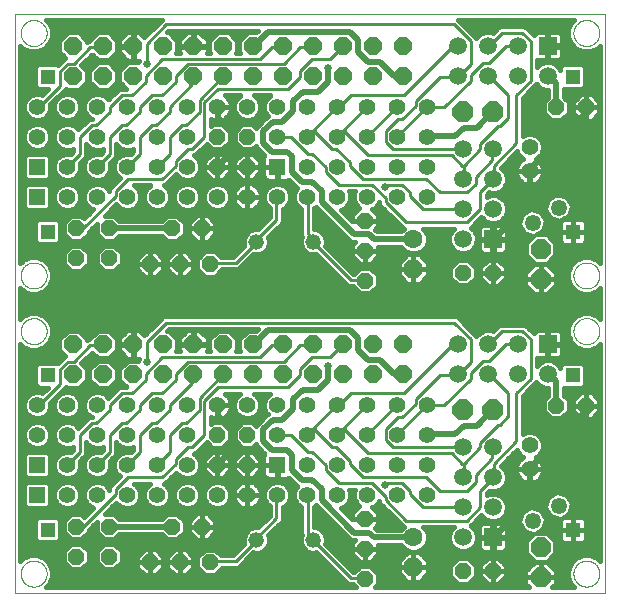
<source format=gbl>
G75*
%MOIN*%
%OFA0B0*%
%FSLAX25Y25*%
%IPPOS*%
%LPD*%
%AMOC8*
5,1,8,0,0,1.08239X$1,22.5*
%
%ADD10C,0.00000*%
%ADD11OC8,0.05200*%
%ADD12C,0.05600*%
%ADD13R,0.05937X0.05937*%
%ADD14C,0.05937*%
%ADD15C,0.05200*%
%ADD16R,0.05600X0.05600*%
%ADD17R,0.05150X0.05150*%
%ADD18OC8,0.06600*%
%ADD19C,0.01040*%
%ADD20OC8,0.06300*%
%ADD21C,0.06300*%
%ADD22OC8,0.06000*%
%ADD23OC8,0.07000*%
%ADD24C,0.02000*%
%ADD25C,0.01600*%
%ADD26C,0.01000*%
%ADD27C,0.02500*%
D10*
X0024350Y0035363D02*
X0024350Y0228167D01*
X0221200Y0228167D01*
X0221200Y0035363D01*
X0024350Y0035363D01*
X0026318Y0041663D02*
X0026320Y0041794D01*
X0026326Y0041926D01*
X0026336Y0042057D01*
X0026350Y0042188D01*
X0026368Y0042318D01*
X0026390Y0042447D01*
X0026415Y0042576D01*
X0026445Y0042704D01*
X0026479Y0042831D01*
X0026516Y0042958D01*
X0026557Y0043082D01*
X0026602Y0043206D01*
X0026651Y0043328D01*
X0026703Y0043449D01*
X0026759Y0043567D01*
X0026819Y0043685D01*
X0026882Y0043800D01*
X0026949Y0043913D01*
X0027019Y0044025D01*
X0027092Y0044134D01*
X0027168Y0044240D01*
X0027248Y0044345D01*
X0027331Y0044447D01*
X0027417Y0044546D01*
X0027506Y0044643D01*
X0027598Y0044737D01*
X0027693Y0044828D01*
X0027790Y0044917D01*
X0027890Y0045002D01*
X0027993Y0045084D01*
X0028098Y0045163D01*
X0028205Y0045239D01*
X0028315Y0045311D01*
X0028427Y0045380D01*
X0028541Y0045446D01*
X0028656Y0045508D01*
X0028774Y0045567D01*
X0028893Y0045622D01*
X0029014Y0045674D01*
X0029137Y0045721D01*
X0029261Y0045765D01*
X0029386Y0045806D01*
X0029512Y0045842D01*
X0029640Y0045875D01*
X0029768Y0045903D01*
X0029897Y0045928D01*
X0030027Y0045949D01*
X0030157Y0045966D01*
X0030288Y0045979D01*
X0030419Y0045988D01*
X0030550Y0045993D01*
X0030682Y0045994D01*
X0030813Y0045991D01*
X0030945Y0045984D01*
X0031076Y0045973D01*
X0031206Y0045958D01*
X0031336Y0045939D01*
X0031466Y0045916D01*
X0031594Y0045890D01*
X0031722Y0045859D01*
X0031849Y0045824D01*
X0031975Y0045786D01*
X0032099Y0045744D01*
X0032223Y0045698D01*
X0032344Y0045648D01*
X0032464Y0045595D01*
X0032583Y0045538D01*
X0032700Y0045478D01*
X0032814Y0045414D01*
X0032927Y0045346D01*
X0033038Y0045275D01*
X0033147Y0045201D01*
X0033253Y0045124D01*
X0033357Y0045043D01*
X0033458Y0044960D01*
X0033557Y0044873D01*
X0033653Y0044783D01*
X0033746Y0044690D01*
X0033837Y0044595D01*
X0033924Y0044497D01*
X0034009Y0044396D01*
X0034090Y0044293D01*
X0034168Y0044187D01*
X0034243Y0044079D01*
X0034315Y0043969D01*
X0034383Y0043857D01*
X0034448Y0043743D01*
X0034509Y0043626D01*
X0034567Y0043508D01*
X0034621Y0043388D01*
X0034672Y0043267D01*
X0034719Y0043144D01*
X0034762Y0043020D01*
X0034801Y0042895D01*
X0034837Y0042768D01*
X0034868Y0042640D01*
X0034896Y0042512D01*
X0034920Y0042383D01*
X0034940Y0042253D01*
X0034956Y0042122D01*
X0034968Y0041991D01*
X0034976Y0041860D01*
X0034980Y0041729D01*
X0034980Y0041597D01*
X0034976Y0041466D01*
X0034968Y0041335D01*
X0034956Y0041204D01*
X0034940Y0041073D01*
X0034920Y0040943D01*
X0034896Y0040814D01*
X0034868Y0040686D01*
X0034837Y0040558D01*
X0034801Y0040431D01*
X0034762Y0040306D01*
X0034719Y0040182D01*
X0034672Y0040059D01*
X0034621Y0039938D01*
X0034567Y0039818D01*
X0034509Y0039700D01*
X0034448Y0039583D01*
X0034383Y0039469D01*
X0034315Y0039357D01*
X0034243Y0039247D01*
X0034168Y0039139D01*
X0034090Y0039033D01*
X0034009Y0038930D01*
X0033924Y0038829D01*
X0033837Y0038731D01*
X0033746Y0038636D01*
X0033653Y0038543D01*
X0033557Y0038453D01*
X0033458Y0038366D01*
X0033357Y0038283D01*
X0033253Y0038202D01*
X0033147Y0038125D01*
X0033038Y0038051D01*
X0032927Y0037980D01*
X0032815Y0037912D01*
X0032700Y0037848D01*
X0032583Y0037788D01*
X0032464Y0037731D01*
X0032344Y0037678D01*
X0032223Y0037628D01*
X0032099Y0037582D01*
X0031975Y0037540D01*
X0031849Y0037502D01*
X0031722Y0037467D01*
X0031594Y0037436D01*
X0031466Y0037410D01*
X0031336Y0037387D01*
X0031206Y0037368D01*
X0031076Y0037353D01*
X0030945Y0037342D01*
X0030813Y0037335D01*
X0030682Y0037332D01*
X0030550Y0037333D01*
X0030419Y0037338D01*
X0030288Y0037347D01*
X0030157Y0037360D01*
X0030027Y0037377D01*
X0029897Y0037398D01*
X0029768Y0037423D01*
X0029640Y0037451D01*
X0029512Y0037484D01*
X0029386Y0037520D01*
X0029261Y0037561D01*
X0029137Y0037605D01*
X0029014Y0037652D01*
X0028893Y0037704D01*
X0028774Y0037759D01*
X0028656Y0037818D01*
X0028541Y0037880D01*
X0028427Y0037946D01*
X0028315Y0038015D01*
X0028205Y0038087D01*
X0028098Y0038163D01*
X0027993Y0038242D01*
X0027890Y0038324D01*
X0027790Y0038409D01*
X0027693Y0038498D01*
X0027598Y0038589D01*
X0027506Y0038683D01*
X0027417Y0038780D01*
X0027331Y0038879D01*
X0027248Y0038981D01*
X0027168Y0039086D01*
X0027092Y0039192D01*
X0027019Y0039301D01*
X0026949Y0039413D01*
X0026882Y0039526D01*
X0026819Y0039641D01*
X0026759Y0039759D01*
X0026703Y0039877D01*
X0026651Y0039998D01*
X0026602Y0040120D01*
X0026557Y0040244D01*
X0026516Y0040368D01*
X0026479Y0040495D01*
X0026445Y0040622D01*
X0026415Y0040750D01*
X0026390Y0040879D01*
X0026368Y0041008D01*
X0026350Y0041138D01*
X0026336Y0041269D01*
X0026326Y0041400D01*
X0026320Y0041532D01*
X0026318Y0041663D01*
X0026318Y0122489D02*
X0026320Y0122620D01*
X0026326Y0122752D01*
X0026336Y0122883D01*
X0026350Y0123014D01*
X0026368Y0123144D01*
X0026390Y0123273D01*
X0026415Y0123402D01*
X0026445Y0123530D01*
X0026479Y0123657D01*
X0026516Y0123784D01*
X0026557Y0123908D01*
X0026602Y0124032D01*
X0026651Y0124154D01*
X0026703Y0124275D01*
X0026759Y0124393D01*
X0026819Y0124511D01*
X0026882Y0124626D01*
X0026949Y0124739D01*
X0027019Y0124851D01*
X0027092Y0124960D01*
X0027168Y0125066D01*
X0027248Y0125171D01*
X0027331Y0125273D01*
X0027417Y0125372D01*
X0027506Y0125469D01*
X0027598Y0125563D01*
X0027693Y0125654D01*
X0027790Y0125743D01*
X0027890Y0125828D01*
X0027993Y0125910D01*
X0028098Y0125989D01*
X0028205Y0126065D01*
X0028315Y0126137D01*
X0028427Y0126206D01*
X0028541Y0126272D01*
X0028656Y0126334D01*
X0028774Y0126393D01*
X0028893Y0126448D01*
X0029014Y0126500D01*
X0029137Y0126547D01*
X0029261Y0126591D01*
X0029386Y0126632D01*
X0029512Y0126668D01*
X0029640Y0126701D01*
X0029768Y0126729D01*
X0029897Y0126754D01*
X0030027Y0126775D01*
X0030157Y0126792D01*
X0030288Y0126805D01*
X0030419Y0126814D01*
X0030550Y0126819D01*
X0030682Y0126820D01*
X0030813Y0126817D01*
X0030945Y0126810D01*
X0031076Y0126799D01*
X0031206Y0126784D01*
X0031336Y0126765D01*
X0031466Y0126742D01*
X0031594Y0126716D01*
X0031722Y0126685D01*
X0031849Y0126650D01*
X0031975Y0126612D01*
X0032099Y0126570D01*
X0032223Y0126524D01*
X0032344Y0126474D01*
X0032464Y0126421D01*
X0032583Y0126364D01*
X0032700Y0126304D01*
X0032814Y0126240D01*
X0032927Y0126172D01*
X0033038Y0126101D01*
X0033147Y0126027D01*
X0033253Y0125950D01*
X0033357Y0125869D01*
X0033458Y0125786D01*
X0033557Y0125699D01*
X0033653Y0125609D01*
X0033746Y0125516D01*
X0033837Y0125421D01*
X0033924Y0125323D01*
X0034009Y0125222D01*
X0034090Y0125119D01*
X0034168Y0125013D01*
X0034243Y0124905D01*
X0034315Y0124795D01*
X0034383Y0124683D01*
X0034448Y0124569D01*
X0034509Y0124452D01*
X0034567Y0124334D01*
X0034621Y0124214D01*
X0034672Y0124093D01*
X0034719Y0123970D01*
X0034762Y0123846D01*
X0034801Y0123721D01*
X0034837Y0123594D01*
X0034868Y0123466D01*
X0034896Y0123338D01*
X0034920Y0123209D01*
X0034940Y0123079D01*
X0034956Y0122948D01*
X0034968Y0122817D01*
X0034976Y0122686D01*
X0034980Y0122555D01*
X0034980Y0122423D01*
X0034976Y0122292D01*
X0034968Y0122161D01*
X0034956Y0122030D01*
X0034940Y0121899D01*
X0034920Y0121769D01*
X0034896Y0121640D01*
X0034868Y0121512D01*
X0034837Y0121384D01*
X0034801Y0121257D01*
X0034762Y0121132D01*
X0034719Y0121008D01*
X0034672Y0120885D01*
X0034621Y0120764D01*
X0034567Y0120644D01*
X0034509Y0120526D01*
X0034448Y0120409D01*
X0034383Y0120295D01*
X0034315Y0120183D01*
X0034243Y0120073D01*
X0034168Y0119965D01*
X0034090Y0119859D01*
X0034009Y0119756D01*
X0033924Y0119655D01*
X0033837Y0119557D01*
X0033746Y0119462D01*
X0033653Y0119369D01*
X0033557Y0119279D01*
X0033458Y0119192D01*
X0033357Y0119109D01*
X0033253Y0119028D01*
X0033147Y0118951D01*
X0033038Y0118877D01*
X0032927Y0118806D01*
X0032815Y0118738D01*
X0032700Y0118674D01*
X0032583Y0118614D01*
X0032464Y0118557D01*
X0032344Y0118504D01*
X0032223Y0118454D01*
X0032099Y0118408D01*
X0031975Y0118366D01*
X0031849Y0118328D01*
X0031722Y0118293D01*
X0031594Y0118262D01*
X0031466Y0118236D01*
X0031336Y0118213D01*
X0031206Y0118194D01*
X0031076Y0118179D01*
X0030945Y0118168D01*
X0030813Y0118161D01*
X0030682Y0118158D01*
X0030550Y0118159D01*
X0030419Y0118164D01*
X0030288Y0118173D01*
X0030157Y0118186D01*
X0030027Y0118203D01*
X0029897Y0118224D01*
X0029768Y0118249D01*
X0029640Y0118277D01*
X0029512Y0118310D01*
X0029386Y0118346D01*
X0029261Y0118387D01*
X0029137Y0118431D01*
X0029014Y0118478D01*
X0028893Y0118530D01*
X0028774Y0118585D01*
X0028656Y0118644D01*
X0028541Y0118706D01*
X0028427Y0118772D01*
X0028315Y0118841D01*
X0028205Y0118913D01*
X0028098Y0118989D01*
X0027993Y0119068D01*
X0027890Y0119150D01*
X0027790Y0119235D01*
X0027693Y0119324D01*
X0027598Y0119415D01*
X0027506Y0119509D01*
X0027417Y0119606D01*
X0027331Y0119705D01*
X0027248Y0119807D01*
X0027168Y0119912D01*
X0027092Y0120018D01*
X0027019Y0120127D01*
X0026949Y0120239D01*
X0026882Y0120352D01*
X0026819Y0120467D01*
X0026759Y0120585D01*
X0026703Y0120703D01*
X0026651Y0120824D01*
X0026602Y0120946D01*
X0026557Y0121070D01*
X0026516Y0121194D01*
X0026479Y0121321D01*
X0026445Y0121448D01*
X0026415Y0121576D01*
X0026390Y0121705D01*
X0026368Y0121834D01*
X0026350Y0121964D01*
X0026336Y0122095D01*
X0026326Y0122226D01*
X0026320Y0122358D01*
X0026318Y0122489D01*
X0026318Y0141041D02*
X0026320Y0141172D01*
X0026326Y0141304D01*
X0026336Y0141435D01*
X0026350Y0141566D01*
X0026368Y0141696D01*
X0026390Y0141825D01*
X0026415Y0141954D01*
X0026445Y0142082D01*
X0026479Y0142209D01*
X0026516Y0142336D01*
X0026557Y0142460D01*
X0026602Y0142584D01*
X0026651Y0142706D01*
X0026703Y0142827D01*
X0026759Y0142945D01*
X0026819Y0143063D01*
X0026882Y0143178D01*
X0026949Y0143291D01*
X0027019Y0143403D01*
X0027092Y0143512D01*
X0027168Y0143618D01*
X0027248Y0143723D01*
X0027331Y0143825D01*
X0027417Y0143924D01*
X0027506Y0144021D01*
X0027598Y0144115D01*
X0027693Y0144206D01*
X0027790Y0144295D01*
X0027890Y0144380D01*
X0027993Y0144462D01*
X0028098Y0144541D01*
X0028205Y0144617D01*
X0028315Y0144689D01*
X0028427Y0144758D01*
X0028541Y0144824D01*
X0028656Y0144886D01*
X0028774Y0144945D01*
X0028893Y0145000D01*
X0029014Y0145052D01*
X0029137Y0145099D01*
X0029261Y0145143D01*
X0029386Y0145184D01*
X0029512Y0145220D01*
X0029640Y0145253D01*
X0029768Y0145281D01*
X0029897Y0145306D01*
X0030027Y0145327D01*
X0030157Y0145344D01*
X0030288Y0145357D01*
X0030419Y0145366D01*
X0030550Y0145371D01*
X0030682Y0145372D01*
X0030813Y0145369D01*
X0030945Y0145362D01*
X0031076Y0145351D01*
X0031206Y0145336D01*
X0031336Y0145317D01*
X0031466Y0145294D01*
X0031594Y0145268D01*
X0031722Y0145237D01*
X0031849Y0145202D01*
X0031975Y0145164D01*
X0032099Y0145122D01*
X0032223Y0145076D01*
X0032344Y0145026D01*
X0032464Y0144973D01*
X0032583Y0144916D01*
X0032700Y0144856D01*
X0032814Y0144792D01*
X0032927Y0144724D01*
X0033038Y0144653D01*
X0033147Y0144579D01*
X0033253Y0144502D01*
X0033357Y0144421D01*
X0033458Y0144338D01*
X0033557Y0144251D01*
X0033653Y0144161D01*
X0033746Y0144068D01*
X0033837Y0143973D01*
X0033924Y0143875D01*
X0034009Y0143774D01*
X0034090Y0143671D01*
X0034168Y0143565D01*
X0034243Y0143457D01*
X0034315Y0143347D01*
X0034383Y0143235D01*
X0034448Y0143121D01*
X0034509Y0143004D01*
X0034567Y0142886D01*
X0034621Y0142766D01*
X0034672Y0142645D01*
X0034719Y0142522D01*
X0034762Y0142398D01*
X0034801Y0142273D01*
X0034837Y0142146D01*
X0034868Y0142018D01*
X0034896Y0141890D01*
X0034920Y0141761D01*
X0034940Y0141631D01*
X0034956Y0141500D01*
X0034968Y0141369D01*
X0034976Y0141238D01*
X0034980Y0141107D01*
X0034980Y0140975D01*
X0034976Y0140844D01*
X0034968Y0140713D01*
X0034956Y0140582D01*
X0034940Y0140451D01*
X0034920Y0140321D01*
X0034896Y0140192D01*
X0034868Y0140064D01*
X0034837Y0139936D01*
X0034801Y0139809D01*
X0034762Y0139684D01*
X0034719Y0139560D01*
X0034672Y0139437D01*
X0034621Y0139316D01*
X0034567Y0139196D01*
X0034509Y0139078D01*
X0034448Y0138961D01*
X0034383Y0138847D01*
X0034315Y0138735D01*
X0034243Y0138625D01*
X0034168Y0138517D01*
X0034090Y0138411D01*
X0034009Y0138308D01*
X0033924Y0138207D01*
X0033837Y0138109D01*
X0033746Y0138014D01*
X0033653Y0137921D01*
X0033557Y0137831D01*
X0033458Y0137744D01*
X0033357Y0137661D01*
X0033253Y0137580D01*
X0033147Y0137503D01*
X0033038Y0137429D01*
X0032927Y0137358D01*
X0032815Y0137290D01*
X0032700Y0137226D01*
X0032583Y0137166D01*
X0032464Y0137109D01*
X0032344Y0137056D01*
X0032223Y0137006D01*
X0032099Y0136960D01*
X0031975Y0136918D01*
X0031849Y0136880D01*
X0031722Y0136845D01*
X0031594Y0136814D01*
X0031466Y0136788D01*
X0031336Y0136765D01*
X0031206Y0136746D01*
X0031076Y0136731D01*
X0030945Y0136720D01*
X0030813Y0136713D01*
X0030682Y0136710D01*
X0030550Y0136711D01*
X0030419Y0136716D01*
X0030288Y0136725D01*
X0030157Y0136738D01*
X0030027Y0136755D01*
X0029897Y0136776D01*
X0029768Y0136801D01*
X0029640Y0136829D01*
X0029512Y0136862D01*
X0029386Y0136898D01*
X0029261Y0136939D01*
X0029137Y0136983D01*
X0029014Y0137030D01*
X0028893Y0137082D01*
X0028774Y0137137D01*
X0028656Y0137196D01*
X0028541Y0137258D01*
X0028427Y0137324D01*
X0028315Y0137393D01*
X0028205Y0137465D01*
X0028098Y0137541D01*
X0027993Y0137620D01*
X0027890Y0137702D01*
X0027790Y0137787D01*
X0027693Y0137876D01*
X0027598Y0137967D01*
X0027506Y0138061D01*
X0027417Y0138158D01*
X0027331Y0138257D01*
X0027248Y0138359D01*
X0027168Y0138464D01*
X0027092Y0138570D01*
X0027019Y0138679D01*
X0026949Y0138791D01*
X0026882Y0138904D01*
X0026819Y0139019D01*
X0026759Y0139137D01*
X0026703Y0139255D01*
X0026651Y0139376D01*
X0026602Y0139498D01*
X0026557Y0139622D01*
X0026516Y0139746D01*
X0026479Y0139873D01*
X0026445Y0140000D01*
X0026415Y0140128D01*
X0026390Y0140257D01*
X0026368Y0140386D01*
X0026350Y0140516D01*
X0026336Y0140647D01*
X0026326Y0140778D01*
X0026320Y0140910D01*
X0026318Y0141041D01*
X0026318Y0221867D02*
X0026320Y0221998D01*
X0026326Y0222130D01*
X0026336Y0222261D01*
X0026350Y0222392D01*
X0026368Y0222522D01*
X0026390Y0222651D01*
X0026415Y0222780D01*
X0026445Y0222908D01*
X0026479Y0223035D01*
X0026516Y0223162D01*
X0026557Y0223286D01*
X0026602Y0223410D01*
X0026651Y0223532D01*
X0026703Y0223653D01*
X0026759Y0223771D01*
X0026819Y0223889D01*
X0026882Y0224004D01*
X0026949Y0224117D01*
X0027019Y0224229D01*
X0027092Y0224338D01*
X0027168Y0224444D01*
X0027248Y0224549D01*
X0027331Y0224651D01*
X0027417Y0224750D01*
X0027506Y0224847D01*
X0027598Y0224941D01*
X0027693Y0225032D01*
X0027790Y0225121D01*
X0027890Y0225206D01*
X0027993Y0225288D01*
X0028098Y0225367D01*
X0028205Y0225443D01*
X0028315Y0225515D01*
X0028427Y0225584D01*
X0028541Y0225650D01*
X0028656Y0225712D01*
X0028774Y0225771D01*
X0028893Y0225826D01*
X0029014Y0225878D01*
X0029137Y0225925D01*
X0029261Y0225969D01*
X0029386Y0226010D01*
X0029512Y0226046D01*
X0029640Y0226079D01*
X0029768Y0226107D01*
X0029897Y0226132D01*
X0030027Y0226153D01*
X0030157Y0226170D01*
X0030288Y0226183D01*
X0030419Y0226192D01*
X0030550Y0226197D01*
X0030682Y0226198D01*
X0030813Y0226195D01*
X0030945Y0226188D01*
X0031076Y0226177D01*
X0031206Y0226162D01*
X0031336Y0226143D01*
X0031466Y0226120D01*
X0031594Y0226094D01*
X0031722Y0226063D01*
X0031849Y0226028D01*
X0031975Y0225990D01*
X0032099Y0225948D01*
X0032223Y0225902D01*
X0032344Y0225852D01*
X0032464Y0225799D01*
X0032583Y0225742D01*
X0032700Y0225682D01*
X0032814Y0225618D01*
X0032927Y0225550D01*
X0033038Y0225479D01*
X0033147Y0225405D01*
X0033253Y0225328D01*
X0033357Y0225247D01*
X0033458Y0225164D01*
X0033557Y0225077D01*
X0033653Y0224987D01*
X0033746Y0224894D01*
X0033837Y0224799D01*
X0033924Y0224701D01*
X0034009Y0224600D01*
X0034090Y0224497D01*
X0034168Y0224391D01*
X0034243Y0224283D01*
X0034315Y0224173D01*
X0034383Y0224061D01*
X0034448Y0223947D01*
X0034509Y0223830D01*
X0034567Y0223712D01*
X0034621Y0223592D01*
X0034672Y0223471D01*
X0034719Y0223348D01*
X0034762Y0223224D01*
X0034801Y0223099D01*
X0034837Y0222972D01*
X0034868Y0222844D01*
X0034896Y0222716D01*
X0034920Y0222587D01*
X0034940Y0222457D01*
X0034956Y0222326D01*
X0034968Y0222195D01*
X0034976Y0222064D01*
X0034980Y0221933D01*
X0034980Y0221801D01*
X0034976Y0221670D01*
X0034968Y0221539D01*
X0034956Y0221408D01*
X0034940Y0221277D01*
X0034920Y0221147D01*
X0034896Y0221018D01*
X0034868Y0220890D01*
X0034837Y0220762D01*
X0034801Y0220635D01*
X0034762Y0220510D01*
X0034719Y0220386D01*
X0034672Y0220263D01*
X0034621Y0220142D01*
X0034567Y0220022D01*
X0034509Y0219904D01*
X0034448Y0219787D01*
X0034383Y0219673D01*
X0034315Y0219561D01*
X0034243Y0219451D01*
X0034168Y0219343D01*
X0034090Y0219237D01*
X0034009Y0219134D01*
X0033924Y0219033D01*
X0033837Y0218935D01*
X0033746Y0218840D01*
X0033653Y0218747D01*
X0033557Y0218657D01*
X0033458Y0218570D01*
X0033357Y0218487D01*
X0033253Y0218406D01*
X0033147Y0218329D01*
X0033038Y0218255D01*
X0032927Y0218184D01*
X0032815Y0218116D01*
X0032700Y0218052D01*
X0032583Y0217992D01*
X0032464Y0217935D01*
X0032344Y0217882D01*
X0032223Y0217832D01*
X0032099Y0217786D01*
X0031975Y0217744D01*
X0031849Y0217706D01*
X0031722Y0217671D01*
X0031594Y0217640D01*
X0031466Y0217614D01*
X0031336Y0217591D01*
X0031206Y0217572D01*
X0031076Y0217557D01*
X0030945Y0217546D01*
X0030813Y0217539D01*
X0030682Y0217536D01*
X0030550Y0217537D01*
X0030419Y0217542D01*
X0030288Y0217551D01*
X0030157Y0217564D01*
X0030027Y0217581D01*
X0029897Y0217602D01*
X0029768Y0217627D01*
X0029640Y0217655D01*
X0029512Y0217688D01*
X0029386Y0217724D01*
X0029261Y0217765D01*
X0029137Y0217809D01*
X0029014Y0217856D01*
X0028893Y0217908D01*
X0028774Y0217963D01*
X0028656Y0218022D01*
X0028541Y0218084D01*
X0028427Y0218150D01*
X0028315Y0218219D01*
X0028205Y0218291D01*
X0028098Y0218367D01*
X0027993Y0218446D01*
X0027890Y0218528D01*
X0027790Y0218613D01*
X0027693Y0218702D01*
X0027598Y0218793D01*
X0027506Y0218887D01*
X0027417Y0218984D01*
X0027331Y0219083D01*
X0027248Y0219185D01*
X0027168Y0219290D01*
X0027092Y0219396D01*
X0027019Y0219505D01*
X0026949Y0219617D01*
X0026882Y0219730D01*
X0026819Y0219845D01*
X0026759Y0219963D01*
X0026703Y0220081D01*
X0026651Y0220202D01*
X0026602Y0220324D01*
X0026557Y0220448D01*
X0026516Y0220572D01*
X0026479Y0220699D01*
X0026445Y0220826D01*
X0026415Y0220954D01*
X0026390Y0221083D01*
X0026368Y0221212D01*
X0026350Y0221342D01*
X0026336Y0221473D01*
X0026326Y0221604D01*
X0026320Y0221736D01*
X0026318Y0221867D01*
X0210570Y0221867D02*
X0210572Y0221998D01*
X0210578Y0222130D01*
X0210588Y0222261D01*
X0210602Y0222392D01*
X0210620Y0222522D01*
X0210642Y0222651D01*
X0210667Y0222780D01*
X0210697Y0222908D01*
X0210731Y0223035D01*
X0210768Y0223162D01*
X0210809Y0223286D01*
X0210854Y0223410D01*
X0210903Y0223532D01*
X0210955Y0223653D01*
X0211011Y0223771D01*
X0211071Y0223889D01*
X0211134Y0224004D01*
X0211201Y0224117D01*
X0211271Y0224229D01*
X0211344Y0224338D01*
X0211420Y0224444D01*
X0211500Y0224549D01*
X0211583Y0224651D01*
X0211669Y0224750D01*
X0211758Y0224847D01*
X0211850Y0224941D01*
X0211945Y0225032D01*
X0212042Y0225121D01*
X0212142Y0225206D01*
X0212245Y0225288D01*
X0212350Y0225367D01*
X0212457Y0225443D01*
X0212567Y0225515D01*
X0212679Y0225584D01*
X0212793Y0225650D01*
X0212908Y0225712D01*
X0213026Y0225771D01*
X0213145Y0225826D01*
X0213266Y0225878D01*
X0213389Y0225925D01*
X0213513Y0225969D01*
X0213638Y0226010D01*
X0213764Y0226046D01*
X0213892Y0226079D01*
X0214020Y0226107D01*
X0214149Y0226132D01*
X0214279Y0226153D01*
X0214409Y0226170D01*
X0214540Y0226183D01*
X0214671Y0226192D01*
X0214802Y0226197D01*
X0214934Y0226198D01*
X0215065Y0226195D01*
X0215197Y0226188D01*
X0215328Y0226177D01*
X0215458Y0226162D01*
X0215588Y0226143D01*
X0215718Y0226120D01*
X0215846Y0226094D01*
X0215974Y0226063D01*
X0216101Y0226028D01*
X0216227Y0225990D01*
X0216351Y0225948D01*
X0216475Y0225902D01*
X0216596Y0225852D01*
X0216716Y0225799D01*
X0216835Y0225742D01*
X0216952Y0225682D01*
X0217066Y0225618D01*
X0217179Y0225550D01*
X0217290Y0225479D01*
X0217399Y0225405D01*
X0217505Y0225328D01*
X0217609Y0225247D01*
X0217710Y0225164D01*
X0217809Y0225077D01*
X0217905Y0224987D01*
X0217998Y0224894D01*
X0218089Y0224799D01*
X0218176Y0224701D01*
X0218261Y0224600D01*
X0218342Y0224497D01*
X0218420Y0224391D01*
X0218495Y0224283D01*
X0218567Y0224173D01*
X0218635Y0224061D01*
X0218700Y0223947D01*
X0218761Y0223830D01*
X0218819Y0223712D01*
X0218873Y0223592D01*
X0218924Y0223471D01*
X0218971Y0223348D01*
X0219014Y0223224D01*
X0219053Y0223099D01*
X0219089Y0222972D01*
X0219120Y0222844D01*
X0219148Y0222716D01*
X0219172Y0222587D01*
X0219192Y0222457D01*
X0219208Y0222326D01*
X0219220Y0222195D01*
X0219228Y0222064D01*
X0219232Y0221933D01*
X0219232Y0221801D01*
X0219228Y0221670D01*
X0219220Y0221539D01*
X0219208Y0221408D01*
X0219192Y0221277D01*
X0219172Y0221147D01*
X0219148Y0221018D01*
X0219120Y0220890D01*
X0219089Y0220762D01*
X0219053Y0220635D01*
X0219014Y0220510D01*
X0218971Y0220386D01*
X0218924Y0220263D01*
X0218873Y0220142D01*
X0218819Y0220022D01*
X0218761Y0219904D01*
X0218700Y0219787D01*
X0218635Y0219673D01*
X0218567Y0219561D01*
X0218495Y0219451D01*
X0218420Y0219343D01*
X0218342Y0219237D01*
X0218261Y0219134D01*
X0218176Y0219033D01*
X0218089Y0218935D01*
X0217998Y0218840D01*
X0217905Y0218747D01*
X0217809Y0218657D01*
X0217710Y0218570D01*
X0217609Y0218487D01*
X0217505Y0218406D01*
X0217399Y0218329D01*
X0217290Y0218255D01*
X0217179Y0218184D01*
X0217067Y0218116D01*
X0216952Y0218052D01*
X0216835Y0217992D01*
X0216716Y0217935D01*
X0216596Y0217882D01*
X0216475Y0217832D01*
X0216351Y0217786D01*
X0216227Y0217744D01*
X0216101Y0217706D01*
X0215974Y0217671D01*
X0215846Y0217640D01*
X0215718Y0217614D01*
X0215588Y0217591D01*
X0215458Y0217572D01*
X0215328Y0217557D01*
X0215197Y0217546D01*
X0215065Y0217539D01*
X0214934Y0217536D01*
X0214802Y0217537D01*
X0214671Y0217542D01*
X0214540Y0217551D01*
X0214409Y0217564D01*
X0214279Y0217581D01*
X0214149Y0217602D01*
X0214020Y0217627D01*
X0213892Y0217655D01*
X0213764Y0217688D01*
X0213638Y0217724D01*
X0213513Y0217765D01*
X0213389Y0217809D01*
X0213266Y0217856D01*
X0213145Y0217908D01*
X0213026Y0217963D01*
X0212908Y0218022D01*
X0212793Y0218084D01*
X0212679Y0218150D01*
X0212567Y0218219D01*
X0212457Y0218291D01*
X0212350Y0218367D01*
X0212245Y0218446D01*
X0212142Y0218528D01*
X0212042Y0218613D01*
X0211945Y0218702D01*
X0211850Y0218793D01*
X0211758Y0218887D01*
X0211669Y0218984D01*
X0211583Y0219083D01*
X0211500Y0219185D01*
X0211420Y0219290D01*
X0211344Y0219396D01*
X0211271Y0219505D01*
X0211201Y0219617D01*
X0211134Y0219730D01*
X0211071Y0219845D01*
X0211011Y0219963D01*
X0210955Y0220081D01*
X0210903Y0220202D01*
X0210854Y0220324D01*
X0210809Y0220448D01*
X0210768Y0220572D01*
X0210731Y0220699D01*
X0210697Y0220826D01*
X0210667Y0220954D01*
X0210642Y0221083D01*
X0210620Y0221212D01*
X0210602Y0221342D01*
X0210588Y0221473D01*
X0210578Y0221604D01*
X0210572Y0221736D01*
X0210570Y0221867D01*
X0210570Y0141041D02*
X0210572Y0141172D01*
X0210578Y0141304D01*
X0210588Y0141435D01*
X0210602Y0141566D01*
X0210620Y0141696D01*
X0210642Y0141825D01*
X0210667Y0141954D01*
X0210697Y0142082D01*
X0210731Y0142209D01*
X0210768Y0142336D01*
X0210809Y0142460D01*
X0210854Y0142584D01*
X0210903Y0142706D01*
X0210955Y0142827D01*
X0211011Y0142945D01*
X0211071Y0143063D01*
X0211134Y0143178D01*
X0211201Y0143291D01*
X0211271Y0143403D01*
X0211344Y0143512D01*
X0211420Y0143618D01*
X0211500Y0143723D01*
X0211583Y0143825D01*
X0211669Y0143924D01*
X0211758Y0144021D01*
X0211850Y0144115D01*
X0211945Y0144206D01*
X0212042Y0144295D01*
X0212142Y0144380D01*
X0212245Y0144462D01*
X0212350Y0144541D01*
X0212457Y0144617D01*
X0212567Y0144689D01*
X0212679Y0144758D01*
X0212793Y0144824D01*
X0212908Y0144886D01*
X0213026Y0144945D01*
X0213145Y0145000D01*
X0213266Y0145052D01*
X0213389Y0145099D01*
X0213513Y0145143D01*
X0213638Y0145184D01*
X0213764Y0145220D01*
X0213892Y0145253D01*
X0214020Y0145281D01*
X0214149Y0145306D01*
X0214279Y0145327D01*
X0214409Y0145344D01*
X0214540Y0145357D01*
X0214671Y0145366D01*
X0214802Y0145371D01*
X0214934Y0145372D01*
X0215065Y0145369D01*
X0215197Y0145362D01*
X0215328Y0145351D01*
X0215458Y0145336D01*
X0215588Y0145317D01*
X0215718Y0145294D01*
X0215846Y0145268D01*
X0215974Y0145237D01*
X0216101Y0145202D01*
X0216227Y0145164D01*
X0216351Y0145122D01*
X0216475Y0145076D01*
X0216596Y0145026D01*
X0216716Y0144973D01*
X0216835Y0144916D01*
X0216952Y0144856D01*
X0217066Y0144792D01*
X0217179Y0144724D01*
X0217290Y0144653D01*
X0217399Y0144579D01*
X0217505Y0144502D01*
X0217609Y0144421D01*
X0217710Y0144338D01*
X0217809Y0144251D01*
X0217905Y0144161D01*
X0217998Y0144068D01*
X0218089Y0143973D01*
X0218176Y0143875D01*
X0218261Y0143774D01*
X0218342Y0143671D01*
X0218420Y0143565D01*
X0218495Y0143457D01*
X0218567Y0143347D01*
X0218635Y0143235D01*
X0218700Y0143121D01*
X0218761Y0143004D01*
X0218819Y0142886D01*
X0218873Y0142766D01*
X0218924Y0142645D01*
X0218971Y0142522D01*
X0219014Y0142398D01*
X0219053Y0142273D01*
X0219089Y0142146D01*
X0219120Y0142018D01*
X0219148Y0141890D01*
X0219172Y0141761D01*
X0219192Y0141631D01*
X0219208Y0141500D01*
X0219220Y0141369D01*
X0219228Y0141238D01*
X0219232Y0141107D01*
X0219232Y0140975D01*
X0219228Y0140844D01*
X0219220Y0140713D01*
X0219208Y0140582D01*
X0219192Y0140451D01*
X0219172Y0140321D01*
X0219148Y0140192D01*
X0219120Y0140064D01*
X0219089Y0139936D01*
X0219053Y0139809D01*
X0219014Y0139684D01*
X0218971Y0139560D01*
X0218924Y0139437D01*
X0218873Y0139316D01*
X0218819Y0139196D01*
X0218761Y0139078D01*
X0218700Y0138961D01*
X0218635Y0138847D01*
X0218567Y0138735D01*
X0218495Y0138625D01*
X0218420Y0138517D01*
X0218342Y0138411D01*
X0218261Y0138308D01*
X0218176Y0138207D01*
X0218089Y0138109D01*
X0217998Y0138014D01*
X0217905Y0137921D01*
X0217809Y0137831D01*
X0217710Y0137744D01*
X0217609Y0137661D01*
X0217505Y0137580D01*
X0217399Y0137503D01*
X0217290Y0137429D01*
X0217179Y0137358D01*
X0217067Y0137290D01*
X0216952Y0137226D01*
X0216835Y0137166D01*
X0216716Y0137109D01*
X0216596Y0137056D01*
X0216475Y0137006D01*
X0216351Y0136960D01*
X0216227Y0136918D01*
X0216101Y0136880D01*
X0215974Y0136845D01*
X0215846Y0136814D01*
X0215718Y0136788D01*
X0215588Y0136765D01*
X0215458Y0136746D01*
X0215328Y0136731D01*
X0215197Y0136720D01*
X0215065Y0136713D01*
X0214934Y0136710D01*
X0214802Y0136711D01*
X0214671Y0136716D01*
X0214540Y0136725D01*
X0214409Y0136738D01*
X0214279Y0136755D01*
X0214149Y0136776D01*
X0214020Y0136801D01*
X0213892Y0136829D01*
X0213764Y0136862D01*
X0213638Y0136898D01*
X0213513Y0136939D01*
X0213389Y0136983D01*
X0213266Y0137030D01*
X0213145Y0137082D01*
X0213026Y0137137D01*
X0212908Y0137196D01*
X0212793Y0137258D01*
X0212679Y0137324D01*
X0212567Y0137393D01*
X0212457Y0137465D01*
X0212350Y0137541D01*
X0212245Y0137620D01*
X0212142Y0137702D01*
X0212042Y0137787D01*
X0211945Y0137876D01*
X0211850Y0137967D01*
X0211758Y0138061D01*
X0211669Y0138158D01*
X0211583Y0138257D01*
X0211500Y0138359D01*
X0211420Y0138464D01*
X0211344Y0138570D01*
X0211271Y0138679D01*
X0211201Y0138791D01*
X0211134Y0138904D01*
X0211071Y0139019D01*
X0211011Y0139137D01*
X0210955Y0139255D01*
X0210903Y0139376D01*
X0210854Y0139498D01*
X0210809Y0139622D01*
X0210768Y0139746D01*
X0210731Y0139873D01*
X0210697Y0140000D01*
X0210667Y0140128D01*
X0210642Y0140257D01*
X0210620Y0140386D01*
X0210602Y0140516D01*
X0210588Y0140647D01*
X0210578Y0140778D01*
X0210572Y0140910D01*
X0210570Y0141041D01*
X0210570Y0122489D02*
X0210572Y0122620D01*
X0210578Y0122752D01*
X0210588Y0122883D01*
X0210602Y0123014D01*
X0210620Y0123144D01*
X0210642Y0123273D01*
X0210667Y0123402D01*
X0210697Y0123530D01*
X0210731Y0123657D01*
X0210768Y0123784D01*
X0210809Y0123908D01*
X0210854Y0124032D01*
X0210903Y0124154D01*
X0210955Y0124275D01*
X0211011Y0124393D01*
X0211071Y0124511D01*
X0211134Y0124626D01*
X0211201Y0124739D01*
X0211271Y0124851D01*
X0211344Y0124960D01*
X0211420Y0125066D01*
X0211500Y0125171D01*
X0211583Y0125273D01*
X0211669Y0125372D01*
X0211758Y0125469D01*
X0211850Y0125563D01*
X0211945Y0125654D01*
X0212042Y0125743D01*
X0212142Y0125828D01*
X0212245Y0125910D01*
X0212350Y0125989D01*
X0212457Y0126065D01*
X0212567Y0126137D01*
X0212679Y0126206D01*
X0212793Y0126272D01*
X0212908Y0126334D01*
X0213026Y0126393D01*
X0213145Y0126448D01*
X0213266Y0126500D01*
X0213389Y0126547D01*
X0213513Y0126591D01*
X0213638Y0126632D01*
X0213764Y0126668D01*
X0213892Y0126701D01*
X0214020Y0126729D01*
X0214149Y0126754D01*
X0214279Y0126775D01*
X0214409Y0126792D01*
X0214540Y0126805D01*
X0214671Y0126814D01*
X0214802Y0126819D01*
X0214934Y0126820D01*
X0215065Y0126817D01*
X0215197Y0126810D01*
X0215328Y0126799D01*
X0215458Y0126784D01*
X0215588Y0126765D01*
X0215718Y0126742D01*
X0215846Y0126716D01*
X0215974Y0126685D01*
X0216101Y0126650D01*
X0216227Y0126612D01*
X0216351Y0126570D01*
X0216475Y0126524D01*
X0216596Y0126474D01*
X0216716Y0126421D01*
X0216835Y0126364D01*
X0216952Y0126304D01*
X0217066Y0126240D01*
X0217179Y0126172D01*
X0217290Y0126101D01*
X0217399Y0126027D01*
X0217505Y0125950D01*
X0217609Y0125869D01*
X0217710Y0125786D01*
X0217809Y0125699D01*
X0217905Y0125609D01*
X0217998Y0125516D01*
X0218089Y0125421D01*
X0218176Y0125323D01*
X0218261Y0125222D01*
X0218342Y0125119D01*
X0218420Y0125013D01*
X0218495Y0124905D01*
X0218567Y0124795D01*
X0218635Y0124683D01*
X0218700Y0124569D01*
X0218761Y0124452D01*
X0218819Y0124334D01*
X0218873Y0124214D01*
X0218924Y0124093D01*
X0218971Y0123970D01*
X0219014Y0123846D01*
X0219053Y0123721D01*
X0219089Y0123594D01*
X0219120Y0123466D01*
X0219148Y0123338D01*
X0219172Y0123209D01*
X0219192Y0123079D01*
X0219208Y0122948D01*
X0219220Y0122817D01*
X0219228Y0122686D01*
X0219232Y0122555D01*
X0219232Y0122423D01*
X0219228Y0122292D01*
X0219220Y0122161D01*
X0219208Y0122030D01*
X0219192Y0121899D01*
X0219172Y0121769D01*
X0219148Y0121640D01*
X0219120Y0121512D01*
X0219089Y0121384D01*
X0219053Y0121257D01*
X0219014Y0121132D01*
X0218971Y0121008D01*
X0218924Y0120885D01*
X0218873Y0120764D01*
X0218819Y0120644D01*
X0218761Y0120526D01*
X0218700Y0120409D01*
X0218635Y0120295D01*
X0218567Y0120183D01*
X0218495Y0120073D01*
X0218420Y0119965D01*
X0218342Y0119859D01*
X0218261Y0119756D01*
X0218176Y0119655D01*
X0218089Y0119557D01*
X0217998Y0119462D01*
X0217905Y0119369D01*
X0217809Y0119279D01*
X0217710Y0119192D01*
X0217609Y0119109D01*
X0217505Y0119028D01*
X0217399Y0118951D01*
X0217290Y0118877D01*
X0217179Y0118806D01*
X0217067Y0118738D01*
X0216952Y0118674D01*
X0216835Y0118614D01*
X0216716Y0118557D01*
X0216596Y0118504D01*
X0216475Y0118454D01*
X0216351Y0118408D01*
X0216227Y0118366D01*
X0216101Y0118328D01*
X0215974Y0118293D01*
X0215846Y0118262D01*
X0215718Y0118236D01*
X0215588Y0118213D01*
X0215458Y0118194D01*
X0215328Y0118179D01*
X0215197Y0118168D01*
X0215065Y0118161D01*
X0214934Y0118158D01*
X0214802Y0118159D01*
X0214671Y0118164D01*
X0214540Y0118173D01*
X0214409Y0118186D01*
X0214279Y0118203D01*
X0214149Y0118224D01*
X0214020Y0118249D01*
X0213892Y0118277D01*
X0213764Y0118310D01*
X0213638Y0118346D01*
X0213513Y0118387D01*
X0213389Y0118431D01*
X0213266Y0118478D01*
X0213145Y0118530D01*
X0213026Y0118585D01*
X0212908Y0118644D01*
X0212793Y0118706D01*
X0212679Y0118772D01*
X0212567Y0118841D01*
X0212457Y0118913D01*
X0212350Y0118989D01*
X0212245Y0119068D01*
X0212142Y0119150D01*
X0212042Y0119235D01*
X0211945Y0119324D01*
X0211850Y0119415D01*
X0211758Y0119509D01*
X0211669Y0119606D01*
X0211583Y0119705D01*
X0211500Y0119807D01*
X0211420Y0119912D01*
X0211344Y0120018D01*
X0211271Y0120127D01*
X0211201Y0120239D01*
X0211134Y0120352D01*
X0211071Y0120467D01*
X0211011Y0120585D01*
X0210955Y0120703D01*
X0210903Y0120824D01*
X0210854Y0120946D01*
X0210809Y0121070D01*
X0210768Y0121194D01*
X0210731Y0121321D01*
X0210697Y0121448D01*
X0210667Y0121576D01*
X0210642Y0121705D01*
X0210620Y0121834D01*
X0210602Y0121964D01*
X0210588Y0122095D01*
X0210578Y0122226D01*
X0210572Y0122358D01*
X0210570Y0122489D01*
X0210570Y0041663D02*
X0210572Y0041794D01*
X0210578Y0041926D01*
X0210588Y0042057D01*
X0210602Y0042188D01*
X0210620Y0042318D01*
X0210642Y0042447D01*
X0210667Y0042576D01*
X0210697Y0042704D01*
X0210731Y0042831D01*
X0210768Y0042958D01*
X0210809Y0043082D01*
X0210854Y0043206D01*
X0210903Y0043328D01*
X0210955Y0043449D01*
X0211011Y0043567D01*
X0211071Y0043685D01*
X0211134Y0043800D01*
X0211201Y0043913D01*
X0211271Y0044025D01*
X0211344Y0044134D01*
X0211420Y0044240D01*
X0211500Y0044345D01*
X0211583Y0044447D01*
X0211669Y0044546D01*
X0211758Y0044643D01*
X0211850Y0044737D01*
X0211945Y0044828D01*
X0212042Y0044917D01*
X0212142Y0045002D01*
X0212245Y0045084D01*
X0212350Y0045163D01*
X0212457Y0045239D01*
X0212567Y0045311D01*
X0212679Y0045380D01*
X0212793Y0045446D01*
X0212908Y0045508D01*
X0213026Y0045567D01*
X0213145Y0045622D01*
X0213266Y0045674D01*
X0213389Y0045721D01*
X0213513Y0045765D01*
X0213638Y0045806D01*
X0213764Y0045842D01*
X0213892Y0045875D01*
X0214020Y0045903D01*
X0214149Y0045928D01*
X0214279Y0045949D01*
X0214409Y0045966D01*
X0214540Y0045979D01*
X0214671Y0045988D01*
X0214802Y0045993D01*
X0214934Y0045994D01*
X0215065Y0045991D01*
X0215197Y0045984D01*
X0215328Y0045973D01*
X0215458Y0045958D01*
X0215588Y0045939D01*
X0215718Y0045916D01*
X0215846Y0045890D01*
X0215974Y0045859D01*
X0216101Y0045824D01*
X0216227Y0045786D01*
X0216351Y0045744D01*
X0216475Y0045698D01*
X0216596Y0045648D01*
X0216716Y0045595D01*
X0216835Y0045538D01*
X0216952Y0045478D01*
X0217066Y0045414D01*
X0217179Y0045346D01*
X0217290Y0045275D01*
X0217399Y0045201D01*
X0217505Y0045124D01*
X0217609Y0045043D01*
X0217710Y0044960D01*
X0217809Y0044873D01*
X0217905Y0044783D01*
X0217998Y0044690D01*
X0218089Y0044595D01*
X0218176Y0044497D01*
X0218261Y0044396D01*
X0218342Y0044293D01*
X0218420Y0044187D01*
X0218495Y0044079D01*
X0218567Y0043969D01*
X0218635Y0043857D01*
X0218700Y0043743D01*
X0218761Y0043626D01*
X0218819Y0043508D01*
X0218873Y0043388D01*
X0218924Y0043267D01*
X0218971Y0043144D01*
X0219014Y0043020D01*
X0219053Y0042895D01*
X0219089Y0042768D01*
X0219120Y0042640D01*
X0219148Y0042512D01*
X0219172Y0042383D01*
X0219192Y0042253D01*
X0219208Y0042122D01*
X0219220Y0041991D01*
X0219228Y0041860D01*
X0219232Y0041729D01*
X0219232Y0041597D01*
X0219228Y0041466D01*
X0219220Y0041335D01*
X0219208Y0041204D01*
X0219192Y0041073D01*
X0219172Y0040943D01*
X0219148Y0040814D01*
X0219120Y0040686D01*
X0219089Y0040558D01*
X0219053Y0040431D01*
X0219014Y0040306D01*
X0218971Y0040182D01*
X0218924Y0040059D01*
X0218873Y0039938D01*
X0218819Y0039818D01*
X0218761Y0039700D01*
X0218700Y0039583D01*
X0218635Y0039469D01*
X0218567Y0039357D01*
X0218495Y0039247D01*
X0218420Y0039139D01*
X0218342Y0039033D01*
X0218261Y0038930D01*
X0218176Y0038829D01*
X0218089Y0038731D01*
X0217998Y0038636D01*
X0217905Y0038543D01*
X0217809Y0038453D01*
X0217710Y0038366D01*
X0217609Y0038283D01*
X0217505Y0038202D01*
X0217399Y0038125D01*
X0217290Y0038051D01*
X0217179Y0037980D01*
X0217067Y0037912D01*
X0216952Y0037848D01*
X0216835Y0037788D01*
X0216716Y0037731D01*
X0216596Y0037678D01*
X0216475Y0037628D01*
X0216351Y0037582D01*
X0216227Y0037540D01*
X0216101Y0037502D01*
X0215974Y0037467D01*
X0215846Y0037436D01*
X0215718Y0037410D01*
X0215588Y0037387D01*
X0215458Y0037368D01*
X0215328Y0037353D01*
X0215197Y0037342D01*
X0215065Y0037335D01*
X0214934Y0037332D01*
X0214802Y0037333D01*
X0214671Y0037338D01*
X0214540Y0037347D01*
X0214409Y0037360D01*
X0214279Y0037377D01*
X0214149Y0037398D01*
X0214020Y0037423D01*
X0213892Y0037451D01*
X0213764Y0037484D01*
X0213638Y0037520D01*
X0213513Y0037561D01*
X0213389Y0037605D01*
X0213266Y0037652D01*
X0213145Y0037704D01*
X0213026Y0037759D01*
X0212908Y0037818D01*
X0212793Y0037880D01*
X0212679Y0037946D01*
X0212567Y0038015D01*
X0212457Y0038087D01*
X0212350Y0038163D01*
X0212245Y0038242D01*
X0212142Y0038324D01*
X0212042Y0038409D01*
X0211945Y0038498D01*
X0211850Y0038589D01*
X0211758Y0038683D01*
X0211669Y0038780D01*
X0211583Y0038879D01*
X0211500Y0038981D01*
X0211420Y0039086D01*
X0211344Y0039192D01*
X0211271Y0039301D01*
X0211201Y0039413D01*
X0211134Y0039526D01*
X0211071Y0039641D01*
X0211011Y0039759D01*
X0210955Y0039877D01*
X0210903Y0039998D01*
X0210854Y0040120D01*
X0210809Y0040244D01*
X0210768Y0040368D01*
X0210731Y0040495D01*
X0210697Y0040622D01*
X0210667Y0040750D01*
X0210642Y0040879D01*
X0210620Y0041008D01*
X0210602Y0041138D01*
X0210588Y0041269D01*
X0210578Y0041400D01*
X0210572Y0041532D01*
X0210570Y0041663D01*
D11*
X0183750Y0042563D03*
X0173750Y0042563D03*
X0141150Y0039963D03*
X0141150Y0049963D03*
X0141150Y0059963D03*
X0101850Y0077863D03*
X0091850Y0077863D03*
X0091850Y0087863D03*
X0101850Y0087863D03*
X0086850Y0057363D03*
X0076850Y0057363D03*
X0079450Y0045463D03*
X0069450Y0045463D03*
X0055850Y0047363D03*
X0055850Y0057363D03*
X0044850Y0057363D03*
X0044850Y0047363D03*
X0089450Y0045463D03*
X0141150Y0139341D03*
X0141150Y0149341D03*
X0141150Y0159341D03*
X0173750Y0141941D03*
X0183750Y0141941D03*
X0204850Y0097663D03*
X0214850Y0097663D03*
X0214850Y0197041D03*
X0204850Y0197041D03*
X0101850Y0187241D03*
X0101850Y0177241D03*
X0091850Y0177241D03*
X0091850Y0187241D03*
X0086850Y0156741D03*
X0076850Y0156741D03*
X0079450Y0144841D03*
X0069450Y0144841D03*
X0055850Y0146741D03*
X0055850Y0156741D03*
X0044850Y0156741D03*
X0044850Y0146741D03*
X0089450Y0144841D03*
D12*
X0091850Y0167241D03*
X0081850Y0167241D03*
X0081850Y0177241D03*
X0081850Y0187241D03*
X0071850Y0187241D03*
X0071850Y0177241D03*
X0071850Y0167241D03*
X0061850Y0167241D03*
X0061850Y0177241D03*
X0061850Y0187241D03*
X0051850Y0187241D03*
X0051850Y0177241D03*
X0051850Y0167241D03*
X0041850Y0167241D03*
X0041850Y0177241D03*
X0041850Y0187241D03*
X0031850Y0187241D03*
X0031850Y0197241D03*
X0041850Y0197241D03*
X0051850Y0197241D03*
X0061850Y0197241D03*
X0071850Y0197241D03*
X0081850Y0197241D03*
X0091850Y0197241D03*
X0101850Y0197241D03*
X0111850Y0197241D03*
X0121850Y0197241D03*
X0121850Y0187241D03*
X0121850Y0177241D03*
X0121850Y0167241D03*
X0111850Y0167241D03*
X0101850Y0167241D03*
X0111850Y0187241D03*
X0131850Y0187241D03*
X0131850Y0177241D03*
X0131850Y0167241D03*
X0141850Y0167241D03*
X0151850Y0167241D03*
X0151850Y0177241D03*
X0141850Y0177241D03*
X0141850Y0187241D03*
X0151850Y0187241D03*
X0161850Y0187241D03*
X0161850Y0177241D03*
X0161850Y0167241D03*
X0161850Y0197241D03*
X0151850Y0197241D03*
X0141850Y0197241D03*
X0131850Y0197241D03*
X0195950Y0183778D03*
X0195950Y0175904D03*
X0161850Y0097863D03*
X0161850Y0087863D03*
X0161850Y0077863D03*
X0161850Y0067863D03*
X0151850Y0067863D03*
X0141850Y0067863D03*
X0131850Y0067863D03*
X0131850Y0077863D03*
X0141850Y0077863D03*
X0151850Y0077863D03*
X0151850Y0087863D03*
X0141850Y0087863D03*
X0131850Y0087863D03*
X0131850Y0097863D03*
X0141850Y0097863D03*
X0151850Y0097863D03*
X0121850Y0097863D03*
X0121850Y0087863D03*
X0121850Y0077863D03*
X0121850Y0067863D03*
X0111850Y0067863D03*
X0101850Y0067863D03*
X0091850Y0067863D03*
X0081850Y0067863D03*
X0081850Y0077863D03*
X0081850Y0087863D03*
X0081850Y0097863D03*
X0091850Y0097863D03*
X0101850Y0097863D03*
X0111850Y0097863D03*
X0111850Y0087863D03*
X0071850Y0087863D03*
X0071850Y0077863D03*
X0071850Y0067863D03*
X0061850Y0067863D03*
X0061850Y0077863D03*
X0061850Y0087863D03*
X0061850Y0097863D03*
X0071850Y0097863D03*
X0051850Y0097863D03*
X0051850Y0087863D03*
X0051850Y0077863D03*
X0051850Y0067863D03*
X0041850Y0067863D03*
X0041850Y0077863D03*
X0041850Y0087863D03*
X0031850Y0087863D03*
X0031850Y0097863D03*
X0041850Y0097863D03*
X0195950Y0084400D03*
X0195950Y0076526D03*
D13*
X0183750Y0053763D03*
X0202050Y0118163D03*
X0183750Y0153141D03*
X0202050Y0217541D03*
D14*
X0202050Y0207541D03*
X0192050Y0207541D03*
X0182050Y0207541D03*
X0182050Y0217541D03*
X0192050Y0217541D03*
X0172050Y0217541D03*
X0172050Y0207541D03*
X0173750Y0183141D03*
X0173750Y0173141D03*
X0183750Y0173141D03*
X0183750Y0183141D03*
X0183750Y0163141D03*
X0173750Y0163141D03*
X0173750Y0153141D03*
X0172050Y0118163D03*
X0172050Y0108163D03*
X0182050Y0108163D03*
X0192050Y0108163D03*
X0202050Y0108163D03*
X0192050Y0118163D03*
X0182050Y0118163D03*
X0183750Y0083763D03*
X0183750Y0073763D03*
X0183750Y0063763D03*
X0173750Y0063763D03*
X0173750Y0053763D03*
X0173750Y0073763D03*
X0173750Y0083763D03*
D15*
X0123850Y0052863D03*
X0104850Y0052863D03*
X0104850Y0152241D03*
X0123850Y0152241D03*
D16*
X0111850Y0177241D03*
X0031850Y0177241D03*
X0031850Y0167241D03*
X0031850Y0077863D03*
X0031850Y0067863D03*
X0111850Y0077863D03*
D17*
X0035350Y0056230D03*
X0035350Y0107863D03*
X0035350Y0155608D03*
X0035350Y0207241D03*
X0210350Y0207241D03*
X0210350Y0155608D03*
X0210350Y0107863D03*
X0210350Y0056230D03*
D18*
X0199650Y0050463D03*
X0199650Y0040463D03*
X0199650Y0139841D03*
X0199650Y0149841D03*
D19*
X0198631Y0158515D02*
X0199151Y0159035D01*
X0198705Y0157371D01*
X0197214Y0156510D01*
X0195550Y0156956D01*
X0194689Y0158447D01*
X0195135Y0160111D01*
X0196626Y0160972D01*
X0198290Y0160526D01*
X0199151Y0159035D01*
X0198314Y0158925D01*
X0198035Y0157885D01*
X0197104Y0157347D01*
X0196064Y0157626D01*
X0195526Y0158557D01*
X0195805Y0159597D01*
X0196736Y0160135D01*
X0197776Y0159856D01*
X0198314Y0158925D01*
X0197477Y0158814D01*
X0197366Y0158399D01*
X0196993Y0158184D01*
X0196578Y0158295D01*
X0196363Y0158668D01*
X0196474Y0159083D01*
X0196847Y0159298D01*
X0197262Y0159187D01*
X0197477Y0158814D01*
X0207291Y0163515D02*
X0207811Y0164035D01*
X0207365Y0162371D01*
X0205874Y0161510D01*
X0204210Y0161956D01*
X0203349Y0163447D01*
X0203795Y0165111D01*
X0205286Y0165972D01*
X0206950Y0165526D01*
X0207811Y0164035D01*
X0206974Y0163925D01*
X0206695Y0162885D01*
X0205764Y0162347D01*
X0204724Y0162626D01*
X0204186Y0163557D01*
X0204465Y0164597D01*
X0205396Y0165135D01*
X0206436Y0164856D01*
X0206974Y0163925D01*
X0206137Y0163814D01*
X0206026Y0163399D01*
X0205653Y0163184D01*
X0205238Y0163295D01*
X0205023Y0163668D01*
X0205134Y0164083D01*
X0205507Y0164298D01*
X0205922Y0164187D01*
X0206137Y0163814D01*
X0207291Y0064137D02*
X0207811Y0064657D01*
X0207365Y0062993D01*
X0205874Y0062132D01*
X0204210Y0062578D01*
X0203349Y0064069D01*
X0203795Y0065733D01*
X0205286Y0066594D01*
X0206950Y0066148D01*
X0207811Y0064657D01*
X0206974Y0064547D01*
X0206695Y0063507D01*
X0205764Y0062969D01*
X0204724Y0063248D01*
X0204186Y0064179D01*
X0204465Y0065219D01*
X0205396Y0065757D01*
X0206436Y0065478D01*
X0206974Y0064547D01*
X0206137Y0064436D01*
X0206026Y0064021D01*
X0205653Y0063806D01*
X0205238Y0063917D01*
X0205023Y0064290D01*
X0205134Y0064705D01*
X0205507Y0064920D01*
X0205922Y0064809D01*
X0206137Y0064436D01*
X0198631Y0059137D02*
X0199151Y0059657D01*
X0198705Y0057993D01*
X0197214Y0057132D01*
X0195550Y0057578D01*
X0194689Y0059069D01*
X0195135Y0060733D01*
X0196626Y0061594D01*
X0198290Y0061148D01*
X0199151Y0059657D01*
X0198314Y0059547D01*
X0198035Y0058507D01*
X0197104Y0057969D01*
X0196064Y0058248D01*
X0195526Y0059179D01*
X0195805Y0060219D01*
X0196736Y0060757D01*
X0197776Y0060478D01*
X0198314Y0059547D01*
X0197477Y0059436D01*
X0197366Y0059021D01*
X0196993Y0058806D01*
X0196578Y0058917D01*
X0196363Y0059290D01*
X0196474Y0059705D01*
X0196847Y0059920D01*
X0197262Y0059809D01*
X0197477Y0059436D01*
D20*
X0157250Y0043763D03*
X0157250Y0143141D03*
D21*
X0157250Y0153141D03*
X0157250Y0053763D03*
D22*
X0153850Y0108063D03*
X0143850Y0108063D03*
X0133850Y0108063D03*
X0123850Y0108063D03*
X0113850Y0108063D03*
X0103850Y0108063D03*
X0093850Y0108063D03*
X0083850Y0108063D03*
X0073850Y0108063D03*
X0063850Y0108063D03*
X0053850Y0108063D03*
X0043850Y0108063D03*
X0043850Y0118063D03*
X0053850Y0118063D03*
X0063850Y0118063D03*
X0073850Y0118063D03*
X0083850Y0118063D03*
X0093850Y0118063D03*
X0103850Y0118063D03*
X0113850Y0118063D03*
X0123850Y0118063D03*
X0133850Y0118063D03*
X0143850Y0118063D03*
X0153850Y0118063D03*
X0153850Y0207441D03*
X0143850Y0207441D03*
X0143850Y0217441D03*
X0153850Y0217441D03*
X0133850Y0217441D03*
X0133850Y0207441D03*
X0123850Y0207441D03*
X0113850Y0207441D03*
X0113850Y0217441D03*
X0123850Y0217441D03*
X0103850Y0217441D03*
X0103850Y0207441D03*
X0093850Y0207441D03*
X0093850Y0217441D03*
X0083850Y0217441D03*
X0083850Y0207441D03*
X0073850Y0207441D03*
X0063850Y0207441D03*
X0063850Y0217441D03*
X0073850Y0217441D03*
X0053850Y0217441D03*
X0053850Y0207441D03*
X0043850Y0207441D03*
X0043850Y0217441D03*
D23*
X0173750Y0195641D03*
X0183750Y0195641D03*
X0183750Y0096263D03*
X0173750Y0096263D03*
D24*
X0173950Y0090963D02*
X0178350Y0090963D01*
X0183550Y0096163D01*
X0183750Y0096263D01*
X0173950Y0090963D02*
X0171150Y0088163D01*
X0161950Y0088163D01*
X0161850Y0087863D01*
X0153850Y0108063D02*
X0153550Y0108163D01*
X0150750Y0108163D01*
X0145950Y0112963D01*
X0141950Y0112963D01*
X0138750Y0116163D01*
X0138750Y0120163D01*
X0135950Y0122963D01*
X0108750Y0122963D01*
X0103950Y0118163D01*
X0103850Y0118063D01*
X0120350Y0102963D02*
X0125550Y0102963D01*
X0128750Y0106163D01*
X0128750Y0110963D01*
X0120350Y0102963D02*
X0117150Y0099763D01*
X0117150Y0096563D01*
X0113550Y0092963D01*
X0110350Y0092963D01*
X0107150Y0089763D01*
X0107150Y0085763D01*
X0109950Y0082963D01*
X0115150Y0082963D01*
X0116750Y0081363D01*
X0116750Y0076163D01*
X0119950Y0072963D01*
X0123550Y0072963D01*
X0126750Y0069763D01*
X0126750Y0066163D01*
X0137550Y0055363D01*
X0142350Y0055363D01*
X0143950Y0053763D01*
X0157150Y0053763D01*
X0157250Y0053763D01*
X0183750Y0053763D02*
X0183950Y0053763D01*
X0195950Y0065763D01*
X0195950Y0076163D01*
X0195950Y0076526D01*
X0196350Y0077363D01*
X0214750Y0095763D01*
X0214750Y0097363D01*
X0214850Y0097663D01*
X0204850Y0097663D02*
X0204750Y0097763D01*
X0204750Y0105763D01*
X0202350Y0108163D01*
X0202050Y0108163D01*
X0183950Y0153141D02*
X0183750Y0153141D01*
X0183950Y0153141D02*
X0195950Y0165141D01*
X0195950Y0175541D01*
X0195950Y0175904D01*
X0196350Y0176741D01*
X0214750Y0195141D01*
X0214750Y0196741D01*
X0214850Y0197041D01*
X0204850Y0197041D02*
X0204750Y0197141D01*
X0204750Y0205141D01*
X0202350Y0207541D01*
X0202050Y0207541D01*
X0183750Y0195641D02*
X0183550Y0195541D01*
X0178350Y0190341D01*
X0173950Y0190341D01*
X0171150Y0187541D01*
X0161950Y0187541D01*
X0161850Y0187241D01*
X0153850Y0207441D02*
X0153550Y0207541D01*
X0150750Y0207541D01*
X0145950Y0212341D01*
X0141950Y0212341D01*
X0138750Y0215541D01*
X0138750Y0219541D01*
X0135950Y0222341D01*
X0108750Y0222341D01*
X0103950Y0217541D01*
X0103850Y0217441D01*
X0120350Y0202341D02*
X0125550Y0202341D01*
X0128750Y0205541D01*
X0128750Y0210341D01*
X0120350Y0202341D02*
X0117150Y0199141D01*
X0117150Y0195941D01*
X0113550Y0192341D01*
X0110350Y0192341D01*
X0107150Y0189141D01*
X0107150Y0185141D01*
X0109950Y0182341D01*
X0115150Y0182341D01*
X0116750Y0180741D01*
X0116750Y0175541D01*
X0119950Y0172341D01*
X0123550Y0172341D01*
X0126750Y0169141D01*
X0126750Y0165541D01*
X0137550Y0154741D01*
X0142350Y0154741D01*
X0143950Y0153141D01*
X0157150Y0153141D01*
X0157250Y0153141D01*
X0096350Y0181941D02*
X0091950Y0177541D01*
X0091850Y0177241D01*
X0096350Y0181941D02*
X0096350Y0189141D01*
X0091950Y0193541D01*
X0091950Y0197141D01*
X0091850Y0197241D01*
X0076850Y0156741D02*
X0076750Y0156741D01*
X0055950Y0156741D01*
X0055850Y0156741D01*
X0091850Y0097863D02*
X0091950Y0097763D01*
X0091950Y0094163D01*
X0096350Y0089763D01*
X0096350Y0082563D01*
X0091950Y0078163D01*
X0091850Y0077863D01*
X0076850Y0057363D02*
X0076750Y0057363D01*
X0055950Y0057363D01*
X0055850Y0057363D01*
D25*
X0058972Y0054546D02*
X0073728Y0054546D01*
X0073510Y0054763D02*
X0075110Y0053163D01*
X0078590Y0053163D01*
X0081050Y0055624D01*
X0081050Y0059103D01*
X0078590Y0061563D01*
X0075110Y0061563D01*
X0073510Y0059963D01*
X0059190Y0059963D01*
X0057590Y0061563D01*
X0054320Y0061563D01*
X0058124Y0065367D01*
X0059358Y0064133D01*
X0060975Y0063463D01*
X0062725Y0063463D01*
X0064342Y0064133D01*
X0065580Y0065371D01*
X0066250Y0066988D01*
X0066250Y0068739D01*
X0065580Y0070356D01*
X0064342Y0071594D01*
X0064174Y0071663D01*
X0069526Y0071663D01*
X0069358Y0071594D01*
X0068120Y0070356D01*
X0067450Y0068739D01*
X0067450Y0066988D01*
X0068120Y0065371D01*
X0069358Y0064133D01*
X0070975Y0063463D01*
X0072725Y0063463D01*
X0074342Y0064133D01*
X0075580Y0065371D01*
X0076250Y0066988D01*
X0076250Y0068739D01*
X0075580Y0070356D01*
X0074342Y0071594D01*
X0074174Y0071663D01*
X0074420Y0071663D01*
X0078124Y0075367D01*
X0079358Y0074133D01*
X0080975Y0073463D01*
X0082725Y0073463D01*
X0084342Y0074133D01*
X0085580Y0075371D01*
X0086250Y0076988D01*
X0086250Y0078739D01*
X0085580Y0080356D01*
X0084342Y0081594D01*
X0084174Y0081663D01*
X0084420Y0081663D01*
X0088265Y0085509D01*
X0090110Y0083663D01*
X0093590Y0083663D01*
X0096050Y0086124D01*
X0096050Y0089603D01*
X0093590Y0092063D01*
X0090110Y0092063D01*
X0089650Y0091603D01*
X0089650Y0093822D01*
X0090084Y0093600D01*
X0090773Y0093377D01*
X0091488Y0093263D01*
X0091850Y0093263D01*
X0092212Y0093263D01*
X0092927Y0093377D01*
X0093616Y0093600D01*
X0094261Y0093929D01*
X0094847Y0094355D01*
X0095359Y0094867D01*
X0095784Y0095453D01*
X0096113Y0096098D01*
X0096337Y0096786D01*
X0096450Y0097501D01*
X0096450Y0097863D01*
X0091850Y0097863D01*
X0091850Y0093263D01*
X0091850Y0097863D01*
X0091850Y0097863D01*
X0091850Y0097864D01*
X0096450Y0097864D01*
X0096450Y0098226D01*
X0096337Y0098941D01*
X0096113Y0099629D01*
X0095784Y0100274D01*
X0095359Y0100860D01*
X0094847Y0101372D01*
X0094446Y0101663D01*
X0099526Y0101663D01*
X0099358Y0101594D01*
X0098120Y0100356D01*
X0097450Y0098739D01*
X0097450Y0096988D01*
X0098120Y0095371D01*
X0099358Y0094133D01*
X0100975Y0093463D01*
X0102725Y0093463D01*
X0104342Y0094133D01*
X0105580Y0095371D01*
X0106250Y0096988D01*
X0106250Y0098739D01*
X0105580Y0100356D01*
X0104342Y0101594D01*
X0104174Y0101663D01*
X0109526Y0101663D01*
X0109358Y0101594D01*
X0108120Y0100356D01*
X0107450Y0098739D01*
X0107450Y0096988D01*
X0108120Y0095371D01*
X0108600Y0094891D01*
X0108146Y0094436D01*
X0104946Y0091236D01*
X0104791Y0090862D01*
X0103590Y0092063D01*
X0100110Y0092063D01*
X0097650Y0089603D01*
X0097650Y0086124D01*
X0100110Y0083663D01*
X0103590Y0083663D01*
X0104732Y0084806D01*
X0104946Y0084291D01*
X0105677Y0083559D01*
X0107558Y0081679D01*
X0107373Y0081358D01*
X0107250Y0080900D01*
X0107250Y0077963D01*
X0111750Y0077963D01*
X0111750Y0077763D01*
X0111950Y0077763D01*
X0111950Y0073263D01*
X0114887Y0073263D01*
X0115345Y0073386D01*
X0115665Y0073571D01*
X0118477Y0070759D01*
X0118510Y0070746D01*
X0118120Y0070356D01*
X0117450Y0068739D01*
X0117450Y0066988D01*
X0118120Y0065371D01*
X0119358Y0064133D01*
X0119850Y0063929D01*
X0119850Y0054494D01*
X0119941Y0054402D01*
X0119650Y0053699D01*
X0119650Y0052028D01*
X0120289Y0050484D01*
X0121471Y0049303D01*
X0123015Y0048663D01*
X0124685Y0048663D01*
X0124823Y0048721D01*
X0135480Y0038063D01*
X0137110Y0038063D01*
X0138010Y0037163D01*
X0034820Y0037163D01*
X0035847Y0038190D01*
X0036780Y0040443D01*
X0036780Y0042882D01*
X0035847Y0045135D01*
X0034122Y0046860D01*
X0031869Y0047793D01*
X0029430Y0047793D01*
X0027176Y0046860D01*
X0026150Y0045834D01*
X0026150Y0118319D01*
X0027176Y0117292D01*
X0029430Y0116359D01*
X0031869Y0116359D01*
X0034122Y0117292D01*
X0035847Y0119017D01*
X0036780Y0121270D01*
X0036780Y0123709D01*
X0035847Y0125962D01*
X0034122Y0127687D01*
X0031869Y0128620D01*
X0029430Y0128620D01*
X0027176Y0127687D01*
X0026150Y0126660D01*
X0026150Y0135363D01*
X0028335Y0135363D01*
X0029430Y0134910D01*
X0031869Y0134910D01*
X0034122Y0135843D01*
X0035847Y0137568D01*
X0036780Y0139821D01*
X0036780Y0142260D01*
X0035847Y0144513D01*
X0034122Y0146238D01*
X0031869Y0147171D01*
X0029430Y0147171D01*
X0027176Y0146238D01*
X0026150Y0145212D01*
X0026150Y0217697D01*
X0027176Y0216670D01*
X0029430Y0215737D01*
X0031869Y0215737D01*
X0034122Y0216670D01*
X0035847Y0218395D01*
X0036780Y0220648D01*
X0036780Y0223087D01*
X0035847Y0225340D01*
X0034820Y0226367D01*
X0073405Y0226367D01*
X0072650Y0225611D01*
X0067559Y0220520D01*
X0065838Y0222241D01*
X0064050Y0222241D01*
X0064050Y0217642D01*
X0063650Y0217642D01*
X0063650Y0222241D01*
X0061862Y0222241D01*
X0059050Y0219430D01*
X0059050Y0217641D01*
X0063650Y0217641D01*
X0063650Y0217241D01*
X0064050Y0217241D01*
X0064050Y0212641D01*
X0065762Y0212641D01*
X0065514Y0212041D01*
X0061945Y0212041D01*
X0059250Y0209347D01*
X0059250Y0205536D01*
X0061545Y0203241D01*
X0059080Y0203241D01*
X0055576Y0199738D01*
X0054342Y0200972D01*
X0052725Y0201641D01*
X0050975Y0201641D01*
X0049358Y0200972D01*
X0048120Y0199734D01*
X0047450Y0198117D01*
X0047450Y0196366D01*
X0048120Y0194749D01*
X0049358Y0193511D01*
X0050009Y0193241D01*
X0049080Y0193241D01*
X0045576Y0189738D01*
X0044342Y0190972D01*
X0042725Y0191641D01*
X0040975Y0191641D01*
X0039358Y0190972D01*
X0038120Y0189734D01*
X0037450Y0188117D01*
X0037450Y0186366D01*
X0038120Y0184749D01*
X0039358Y0183511D01*
X0040975Y0182841D01*
X0042725Y0182841D01*
X0043850Y0183307D01*
X0043850Y0182411D01*
X0042976Y0181537D01*
X0042725Y0181641D01*
X0040975Y0181641D01*
X0039358Y0180972D01*
X0038120Y0179734D01*
X0037450Y0178117D01*
X0037450Y0176366D01*
X0038120Y0174749D01*
X0039358Y0173511D01*
X0040975Y0172841D01*
X0042725Y0172841D01*
X0044342Y0173511D01*
X0045580Y0174749D01*
X0046250Y0176366D01*
X0046250Y0178117D01*
X0046029Y0178650D01*
X0048050Y0180672D01*
X0048050Y0184918D01*
X0048120Y0184749D01*
X0049358Y0183511D01*
X0050975Y0182841D01*
X0052725Y0182841D01*
X0053850Y0183307D01*
X0053850Y0182411D01*
X0052976Y0181537D01*
X0052725Y0181641D01*
X0050975Y0181641D01*
X0049358Y0180972D01*
X0048120Y0179734D01*
X0047450Y0178117D01*
X0047450Y0176366D01*
X0048120Y0174749D01*
X0049358Y0173511D01*
X0050975Y0172841D01*
X0052725Y0172841D01*
X0054342Y0173511D01*
X0055580Y0174749D01*
X0056250Y0176366D01*
X0056250Y0178117D01*
X0056029Y0178650D01*
X0058050Y0180672D01*
X0058050Y0184918D01*
X0058120Y0184749D01*
X0059358Y0183511D01*
X0060975Y0182841D01*
X0062725Y0182841D01*
X0063850Y0183307D01*
X0063850Y0182411D01*
X0062976Y0181537D01*
X0062725Y0181641D01*
X0060975Y0181641D01*
X0059358Y0180972D01*
X0058120Y0179734D01*
X0057450Y0178117D01*
X0057450Y0176366D01*
X0058120Y0174749D01*
X0059354Y0173515D01*
X0055850Y0170011D01*
X0055850Y0169082D01*
X0055580Y0169734D01*
X0054342Y0170972D01*
X0052725Y0171641D01*
X0050975Y0171641D01*
X0049358Y0170972D01*
X0048120Y0169734D01*
X0047450Y0168117D01*
X0047450Y0166366D01*
X0048120Y0164749D01*
X0049358Y0163511D01*
X0050484Y0163045D01*
X0047485Y0160046D01*
X0046590Y0160941D01*
X0043110Y0160941D01*
X0040650Y0158481D01*
X0040650Y0155002D01*
X0043110Y0152541D01*
X0046590Y0152541D01*
X0049050Y0155002D01*
X0049050Y0155672D01*
X0051650Y0158272D01*
X0051650Y0155002D01*
X0054110Y0152541D01*
X0057590Y0152541D01*
X0059190Y0154141D01*
X0073510Y0154141D01*
X0075110Y0152541D01*
X0078590Y0152541D01*
X0081050Y0155002D01*
X0081050Y0158481D01*
X0078590Y0160941D01*
X0075110Y0160941D01*
X0073510Y0159341D01*
X0059190Y0159341D01*
X0057590Y0160941D01*
X0054320Y0160941D01*
X0058124Y0164745D01*
X0059358Y0163511D01*
X0060975Y0162841D01*
X0062725Y0162841D01*
X0064342Y0163511D01*
X0065580Y0164749D01*
X0066250Y0166366D01*
X0066250Y0168117D01*
X0065580Y0169734D01*
X0064342Y0170972D01*
X0064174Y0171041D01*
X0069526Y0171041D01*
X0069358Y0170972D01*
X0068120Y0169734D01*
X0067450Y0168117D01*
X0067450Y0166366D01*
X0068120Y0164749D01*
X0069358Y0163511D01*
X0070975Y0162841D01*
X0072725Y0162841D01*
X0074342Y0163511D01*
X0075580Y0164749D01*
X0076250Y0166366D01*
X0076250Y0168117D01*
X0075580Y0169734D01*
X0074342Y0170972D01*
X0074174Y0171041D01*
X0074420Y0171041D01*
X0078124Y0174745D01*
X0079358Y0173511D01*
X0080975Y0172841D01*
X0082725Y0172841D01*
X0084342Y0173511D01*
X0085580Y0174749D01*
X0086250Y0176366D01*
X0086250Y0178117D01*
X0085580Y0179734D01*
X0084342Y0180972D01*
X0084174Y0181041D01*
X0084420Y0181041D01*
X0088265Y0184887D01*
X0090110Y0183041D01*
X0093590Y0183041D01*
X0096050Y0185502D01*
X0096050Y0188981D01*
X0093590Y0191441D01*
X0090110Y0191441D01*
X0089650Y0190981D01*
X0089650Y0193200D01*
X0090084Y0192978D01*
X0090773Y0192755D01*
X0091488Y0192641D01*
X0091850Y0192641D01*
X0092212Y0192641D01*
X0092927Y0192755D01*
X0093616Y0192978D01*
X0094261Y0193307D01*
X0094847Y0193733D01*
X0095359Y0194245D01*
X0095784Y0194831D01*
X0096113Y0195476D01*
X0096337Y0196164D01*
X0096450Y0196879D01*
X0096450Y0197241D01*
X0091850Y0197241D01*
X0091850Y0192641D01*
X0091850Y0197241D01*
X0091850Y0197241D01*
X0091850Y0197241D01*
X0096450Y0197241D01*
X0096450Y0197603D01*
X0096337Y0198319D01*
X0096113Y0199007D01*
X0095784Y0199652D01*
X0095359Y0200238D01*
X0094847Y0200750D01*
X0094446Y0201041D01*
X0099526Y0201041D01*
X0099358Y0200972D01*
X0098120Y0199734D01*
X0097450Y0198117D01*
X0097450Y0196366D01*
X0098120Y0194749D01*
X0099358Y0193511D01*
X0100975Y0192841D01*
X0102725Y0192841D01*
X0104342Y0193511D01*
X0105580Y0194749D01*
X0106250Y0196366D01*
X0106250Y0198117D01*
X0105580Y0199734D01*
X0104342Y0200972D01*
X0104174Y0201041D01*
X0109526Y0201041D01*
X0109358Y0200972D01*
X0108120Y0199734D01*
X0107450Y0198117D01*
X0107450Y0196366D01*
X0108120Y0194749D01*
X0108600Y0194269D01*
X0108146Y0193814D01*
X0104946Y0190614D01*
X0104791Y0190240D01*
X0103590Y0191441D01*
X0100110Y0191441D01*
X0097650Y0188981D01*
X0097650Y0185502D01*
X0100110Y0183041D01*
X0103590Y0183041D01*
X0104732Y0184184D01*
X0104946Y0183669D01*
X0105677Y0182937D01*
X0107558Y0181057D01*
X0107373Y0180736D01*
X0107250Y0180278D01*
X0107250Y0177341D01*
X0111750Y0177341D01*
X0111750Y0177141D01*
X0111950Y0177141D01*
X0111950Y0172641D01*
X0114887Y0172641D01*
X0115345Y0172764D01*
X0115665Y0172949D01*
X0118477Y0170137D01*
X0118510Y0170124D01*
X0118120Y0169734D01*
X0117450Y0168117D01*
X0117450Y0166366D01*
X0118120Y0164749D01*
X0119358Y0163511D01*
X0119850Y0163307D01*
X0119850Y0153872D01*
X0119941Y0153780D01*
X0119650Y0153077D01*
X0119650Y0151406D01*
X0120289Y0149862D01*
X0121471Y0148681D01*
X0123015Y0148041D01*
X0124685Y0148041D01*
X0124823Y0148098D01*
X0135480Y0137441D01*
X0137110Y0137441D01*
X0139410Y0135141D01*
X0142890Y0135141D01*
X0145350Y0137602D01*
X0145350Y0141081D01*
X0142890Y0143541D01*
X0139410Y0143541D01*
X0137510Y0141641D01*
X0137220Y0141641D01*
X0127876Y0150985D01*
X0128050Y0151406D01*
X0128050Y0153077D01*
X0127411Y0154621D01*
X0126229Y0155802D01*
X0124685Y0156441D01*
X0124050Y0156441D01*
X0124050Y0163390D01*
X0124342Y0163511D01*
X0124723Y0163892D01*
X0125277Y0163337D01*
X0136077Y0152537D01*
X0137033Y0152141D01*
X0137727Y0152141D01*
X0136750Y0151164D01*
X0136750Y0149341D01*
X0136750Y0147519D01*
X0139327Y0144941D01*
X0141150Y0144941D01*
X0141150Y0149341D01*
X0141150Y0144941D01*
X0142973Y0144941D01*
X0145550Y0147519D01*
X0145550Y0149341D01*
X0141150Y0149341D01*
X0141150Y0149341D01*
X0141150Y0149341D01*
X0136750Y0149341D01*
X0141150Y0149341D01*
X0141150Y0149341D01*
X0145550Y0149341D01*
X0145550Y0150541D01*
X0153186Y0150541D01*
X0153223Y0150451D01*
X0154559Y0149115D01*
X0156305Y0148391D01*
X0158195Y0148391D01*
X0159941Y0149115D01*
X0161277Y0150451D01*
X0162000Y0152197D01*
X0162000Y0154086D01*
X0161277Y0155832D01*
X0160467Y0156641D01*
X0170789Y0156641D01*
X0169877Y0155729D01*
X0169181Y0154050D01*
X0169181Y0152233D01*
X0169877Y0150554D01*
X0171162Y0149268D01*
X0172841Y0148573D01*
X0174659Y0148573D01*
X0176338Y0149268D01*
X0177623Y0150554D01*
X0178318Y0152233D01*
X0178318Y0154050D01*
X0177623Y0155729D01*
X0176365Y0156987D01*
X0179904Y0160526D01*
X0181162Y0159268D01*
X0182841Y0158573D01*
X0184659Y0158573D01*
X0186338Y0159268D01*
X0187623Y0160554D01*
X0188318Y0162233D01*
X0188318Y0164050D01*
X0187623Y0165729D01*
X0186338Y0167014D01*
X0184659Y0167710D01*
X0182841Y0167710D01*
X0181650Y0167216D01*
X0181650Y0167872D01*
X0182495Y0168716D01*
X0182841Y0168573D01*
X0184659Y0168573D01*
X0186338Y0169268D01*
X0187623Y0170554D01*
X0188318Y0172233D01*
X0188318Y0174050D01*
X0187623Y0175729D01*
X0186365Y0176987D01*
X0191764Y0182386D01*
X0192220Y0181286D01*
X0193458Y0180048D01*
X0193729Y0179936D01*
X0193539Y0179839D01*
X0192953Y0179413D01*
X0192441Y0178901D01*
X0192016Y0178315D01*
X0191687Y0177670D01*
X0191463Y0176982D01*
X0191350Y0176266D01*
X0191350Y0175904D01*
X0191350Y0175542D01*
X0191463Y0174827D01*
X0191687Y0174139D01*
X0192016Y0173494D01*
X0192441Y0172908D01*
X0192953Y0172396D01*
X0193539Y0171970D01*
X0194184Y0171641D01*
X0194873Y0171418D01*
X0195588Y0171304D01*
X0195950Y0171304D01*
X0196312Y0171304D01*
X0197027Y0171418D01*
X0197716Y0171641D01*
X0198361Y0171970D01*
X0198947Y0172396D01*
X0199459Y0172908D01*
X0199884Y0173494D01*
X0200213Y0174139D01*
X0200437Y0174827D01*
X0200550Y0175542D01*
X0200550Y0175904D01*
X0195950Y0175904D01*
X0195950Y0171304D01*
X0195950Y0175904D01*
X0195950Y0175904D01*
X0195950Y0175904D01*
X0191350Y0175904D01*
X0195950Y0175904D01*
X0195950Y0175904D01*
X0200550Y0175904D01*
X0200550Y0176266D01*
X0200437Y0176982D01*
X0200213Y0177670D01*
X0199884Y0178315D01*
X0199459Y0178901D01*
X0198947Y0179413D01*
X0198361Y0179839D01*
X0198171Y0179936D01*
X0198442Y0180048D01*
X0199680Y0181286D01*
X0200350Y0182903D01*
X0200350Y0184654D01*
X0199680Y0186271D01*
X0198442Y0187509D01*
X0196825Y0188178D01*
X0195075Y0188178D01*
X0193650Y0187588D01*
X0193650Y0200272D01*
X0197220Y0203841D01*
X0198254Y0204876D01*
X0199462Y0203668D01*
X0201141Y0202973D01*
X0202150Y0202973D01*
X0202150Y0200281D01*
X0200650Y0198781D01*
X0200650Y0195302D01*
X0203110Y0192841D01*
X0206590Y0192841D01*
X0209050Y0195302D01*
X0209050Y0198781D01*
X0207350Y0200481D01*
X0207350Y0203067D01*
X0213588Y0203067D01*
X0214525Y0204004D01*
X0214525Y0210479D01*
X0213588Y0211416D01*
X0207112Y0211416D01*
X0206175Y0210479D01*
X0206175Y0209520D01*
X0205923Y0210129D01*
X0204638Y0211414D01*
X0202959Y0212110D01*
X0201141Y0212110D01*
X0199462Y0211414D01*
X0198450Y0210402D01*
X0198450Y0212879D01*
X0198845Y0212773D01*
X0201866Y0212773D01*
X0201866Y0217357D01*
X0202234Y0217357D01*
X0202234Y0212773D01*
X0205255Y0212773D01*
X0205713Y0212896D01*
X0206124Y0213133D01*
X0206459Y0213468D01*
X0206696Y0213878D01*
X0206818Y0214336D01*
X0206818Y0217357D01*
X0202234Y0217357D01*
X0202234Y0217726D01*
X0201866Y0217726D01*
X0201866Y0222310D01*
X0198845Y0222310D01*
X0198387Y0222187D01*
X0197976Y0221950D01*
X0197641Y0221615D01*
X0197404Y0221205D01*
X0197373Y0221088D01*
X0195650Y0222811D01*
X0194420Y0224041D01*
X0185880Y0224041D01*
X0183659Y0221820D01*
X0182959Y0222110D01*
X0181141Y0222110D01*
X0179462Y0221414D01*
X0178254Y0220207D01*
X0177220Y0221241D01*
X0172095Y0226367D01*
X0210730Y0226367D01*
X0209704Y0225340D01*
X0208770Y0223087D01*
X0208770Y0220648D01*
X0209704Y0218395D01*
X0211428Y0216670D01*
X0213682Y0215737D01*
X0216121Y0215737D01*
X0218374Y0216670D01*
X0219400Y0217697D01*
X0219400Y0145212D01*
X0218374Y0146238D01*
X0216121Y0147171D01*
X0213682Y0147171D01*
X0211428Y0146238D01*
X0209704Y0144513D01*
X0208770Y0142260D01*
X0208770Y0139821D01*
X0209704Y0137568D01*
X0211428Y0135843D01*
X0213682Y0134910D01*
X0216121Y0134910D01*
X0218374Y0135843D01*
X0219400Y0136870D01*
X0219400Y0130363D01*
X0026150Y0130363D01*
X0026150Y0136870D01*
X0027176Y0135843D01*
X0029430Y0134910D01*
X0031869Y0134910D01*
X0032964Y0135363D01*
X0139188Y0135363D01*
X0139410Y0135141D01*
X0142890Y0135141D01*
X0143112Y0135363D01*
X0197198Y0135363D01*
X0197620Y0134941D01*
X0201680Y0134941D01*
X0202102Y0135363D01*
X0212587Y0135363D01*
X0213682Y0134910D01*
X0216121Y0134910D01*
X0217216Y0135363D01*
X0219400Y0135363D01*
X0219400Y0126660D01*
X0218374Y0127687D01*
X0216121Y0128620D01*
X0213682Y0128620D01*
X0211428Y0127687D01*
X0209704Y0125962D01*
X0208770Y0123709D01*
X0208770Y0121270D01*
X0209704Y0119017D01*
X0211428Y0117292D01*
X0213682Y0116359D01*
X0216121Y0116359D01*
X0218374Y0117292D01*
X0219400Y0118319D01*
X0219400Y0045834D01*
X0218374Y0046860D01*
X0216121Y0047793D01*
X0213682Y0047793D01*
X0211428Y0046860D01*
X0209704Y0045135D01*
X0208770Y0042882D01*
X0208770Y0040443D01*
X0209704Y0038190D01*
X0210730Y0037163D01*
X0203562Y0037163D01*
X0204750Y0038351D01*
X0204750Y0040463D01*
X0199650Y0040463D01*
X0194550Y0040463D01*
X0194550Y0038351D01*
X0195738Y0037163D01*
X0144290Y0037163D01*
X0145350Y0038224D01*
X0145350Y0041703D01*
X0142890Y0044163D01*
X0139410Y0044163D01*
X0137510Y0042263D01*
X0137220Y0042263D01*
X0127876Y0051608D01*
X0128050Y0052028D01*
X0128050Y0053699D01*
X0127411Y0055243D01*
X0126229Y0056424D01*
X0124685Y0057063D01*
X0124050Y0057063D01*
X0124050Y0064012D01*
X0124342Y0064133D01*
X0124723Y0064514D01*
X0125277Y0063959D01*
X0136077Y0053159D01*
X0137033Y0052763D01*
X0137727Y0052763D01*
X0136750Y0051786D01*
X0136750Y0049964D01*
X0141150Y0049964D01*
X0145550Y0049964D01*
X0145550Y0051163D01*
X0153186Y0051163D01*
X0153223Y0051073D01*
X0154559Y0049737D01*
X0156305Y0049013D01*
X0158195Y0049013D01*
X0159941Y0049737D01*
X0161277Y0051073D01*
X0162000Y0052819D01*
X0162000Y0054708D01*
X0161277Y0056454D01*
X0160467Y0057263D01*
X0170789Y0057263D01*
X0169877Y0056351D01*
X0169181Y0054672D01*
X0169181Y0052855D01*
X0169877Y0051176D01*
X0171162Y0049890D01*
X0172841Y0049195D01*
X0174659Y0049195D01*
X0176338Y0049890D01*
X0177623Y0051176D01*
X0178318Y0052855D01*
X0178318Y0054672D01*
X0177623Y0056351D01*
X0176365Y0057609D01*
X0179905Y0061148D01*
X0181162Y0059890D01*
X0182841Y0059195D01*
X0184659Y0059195D01*
X0186338Y0059890D01*
X0187623Y0061176D01*
X0188318Y0062855D01*
X0188318Y0064672D01*
X0187623Y0066351D01*
X0186338Y0067636D01*
X0184659Y0068332D01*
X0182841Y0068332D01*
X0181650Y0067839D01*
X0181650Y0068494D01*
X0182495Y0069338D01*
X0182841Y0069195D01*
X0184659Y0069195D01*
X0186338Y0069890D01*
X0187623Y0071176D01*
X0188318Y0072855D01*
X0188318Y0074672D01*
X0187623Y0076351D01*
X0186365Y0077609D01*
X0191764Y0083008D01*
X0192220Y0081908D01*
X0193458Y0080670D01*
X0193729Y0080558D01*
X0193539Y0080461D01*
X0192953Y0080035D01*
X0192441Y0079523D01*
X0192016Y0078937D01*
X0191687Y0078292D01*
X0191463Y0077604D01*
X0191350Y0076889D01*
X0191350Y0076527D01*
X0195950Y0076527D01*
X0200550Y0076527D01*
X0200550Y0076889D01*
X0200437Y0077604D01*
X0200213Y0078292D01*
X0199884Y0078937D01*
X0199459Y0079523D01*
X0198947Y0080035D01*
X0198361Y0080461D01*
X0198171Y0080558D01*
X0198442Y0080670D01*
X0199680Y0081908D01*
X0200350Y0083525D01*
X0200350Y0085276D01*
X0199680Y0086893D01*
X0198442Y0088131D01*
X0196825Y0088800D01*
X0195075Y0088800D01*
X0193650Y0088210D01*
X0193650Y0100894D01*
X0197220Y0104463D01*
X0198255Y0105498D01*
X0199462Y0104290D01*
X0201141Y0103595D01*
X0202150Y0103595D01*
X0202150Y0100903D01*
X0200650Y0099403D01*
X0200650Y0095924D01*
X0203110Y0093463D01*
X0206590Y0093463D01*
X0209050Y0095924D01*
X0209050Y0099403D01*
X0207350Y0101103D01*
X0207350Y0103689D01*
X0213588Y0103689D01*
X0214525Y0104626D01*
X0214525Y0111101D01*
X0213588Y0112038D01*
X0207112Y0112038D01*
X0206175Y0111101D01*
X0206175Y0110142D01*
X0205923Y0110751D01*
X0204638Y0112036D01*
X0202959Y0112732D01*
X0201141Y0112732D01*
X0199462Y0112036D01*
X0198450Y0111024D01*
X0198450Y0113501D01*
X0198845Y0113395D01*
X0201866Y0113395D01*
X0201866Y0117979D01*
X0202234Y0117979D01*
X0202234Y0113395D01*
X0205255Y0113395D01*
X0205713Y0113518D01*
X0206124Y0113755D01*
X0206459Y0114090D01*
X0206696Y0114500D01*
X0206818Y0114958D01*
X0206818Y0117979D01*
X0202234Y0117979D01*
X0202234Y0118348D01*
X0201866Y0118348D01*
X0201866Y0122932D01*
X0198845Y0122932D01*
X0198387Y0122809D01*
X0197976Y0122572D01*
X0197641Y0122237D01*
X0197404Y0121827D01*
X0197373Y0121710D01*
X0195650Y0123433D01*
X0194420Y0124663D01*
X0185880Y0124663D01*
X0183659Y0122442D01*
X0182959Y0122732D01*
X0181141Y0122732D01*
X0179462Y0122036D01*
X0178255Y0120829D01*
X0177220Y0121863D01*
X0171620Y0127463D01*
X0073880Y0127463D01*
X0072650Y0126233D01*
X0067559Y0121142D01*
X0065838Y0122863D01*
X0064050Y0122863D01*
X0064050Y0118264D01*
X0063650Y0118264D01*
X0063650Y0122863D01*
X0061862Y0122863D01*
X0059050Y0120052D01*
X0059050Y0118263D01*
X0063650Y0118263D01*
X0063650Y0117863D01*
X0064050Y0117863D01*
X0064050Y0113263D01*
X0065762Y0113263D01*
X0065514Y0112663D01*
X0061945Y0112663D01*
X0059250Y0109969D01*
X0059250Y0106158D01*
X0061545Y0103863D01*
X0059080Y0103863D01*
X0055576Y0100360D01*
X0054342Y0101594D01*
X0052725Y0102263D01*
X0050975Y0102263D01*
X0049358Y0101594D01*
X0048120Y0100356D01*
X0047450Y0098739D01*
X0047450Y0096988D01*
X0048120Y0095371D01*
X0049358Y0094133D01*
X0050009Y0093863D01*
X0049080Y0093863D01*
X0045576Y0090360D01*
X0044342Y0091594D01*
X0042725Y0092263D01*
X0040975Y0092263D01*
X0039358Y0091594D01*
X0038120Y0090356D01*
X0037450Y0088739D01*
X0037450Y0086988D01*
X0038120Y0085371D01*
X0039358Y0084133D01*
X0040975Y0083463D01*
X0042725Y0083463D01*
X0043850Y0083929D01*
X0043850Y0083033D01*
X0042976Y0082160D01*
X0042725Y0082263D01*
X0040975Y0082263D01*
X0039358Y0081594D01*
X0038120Y0080356D01*
X0037450Y0078739D01*
X0037450Y0076988D01*
X0038120Y0075371D01*
X0039358Y0074133D01*
X0040975Y0073463D01*
X0042725Y0073463D01*
X0044342Y0074133D01*
X0045580Y0075371D01*
X0046250Y0076988D01*
X0046250Y0078739D01*
X0046029Y0079273D01*
X0048050Y0081294D01*
X0048050Y0085540D01*
X0048120Y0085371D01*
X0049358Y0084133D01*
X0050975Y0083463D01*
X0052725Y0083463D01*
X0053850Y0083929D01*
X0053850Y0083033D01*
X0052976Y0082160D01*
X0052725Y0082263D01*
X0050975Y0082263D01*
X0049358Y0081594D01*
X0048120Y0080356D01*
X0047450Y0078739D01*
X0047450Y0076988D01*
X0048120Y0075371D01*
X0049358Y0074133D01*
X0050975Y0073463D01*
X0052725Y0073463D01*
X0054342Y0074133D01*
X0055580Y0075371D01*
X0056250Y0076988D01*
X0056250Y0078739D01*
X0056029Y0079273D01*
X0058050Y0081294D01*
X0058050Y0085540D01*
X0058120Y0085371D01*
X0059358Y0084133D01*
X0060975Y0083463D01*
X0062725Y0083463D01*
X0063850Y0083929D01*
X0063850Y0083033D01*
X0062976Y0082160D01*
X0062725Y0082263D01*
X0060975Y0082263D01*
X0059358Y0081594D01*
X0058120Y0080356D01*
X0057450Y0078739D01*
X0057450Y0076988D01*
X0058120Y0075371D01*
X0059354Y0074137D01*
X0055850Y0070633D01*
X0055850Y0069704D01*
X0055580Y0070356D01*
X0054342Y0071594D01*
X0052725Y0072263D01*
X0050975Y0072263D01*
X0049358Y0071594D01*
X0048120Y0070356D01*
X0047450Y0068739D01*
X0047450Y0066988D01*
X0048120Y0065371D01*
X0049358Y0064133D01*
X0050484Y0063667D01*
X0047485Y0060668D01*
X0046590Y0061563D01*
X0043110Y0061563D01*
X0040650Y0059103D01*
X0040650Y0055624D01*
X0043110Y0053163D01*
X0046590Y0053163D01*
X0049050Y0055624D01*
X0049050Y0056294D01*
X0051650Y0058894D01*
X0051650Y0055624D01*
X0054110Y0053163D01*
X0057590Y0053163D01*
X0059190Y0054763D01*
X0073510Y0054763D01*
X0071273Y0049863D02*
X0069450Y0049863D01*
X0067627Y0049863D01*
X0065050Y0047286D01*
X0065050Y0045464D01*
X0069450Y0045464D01*
X0069450Y0049863D01*
X0069450Y0045464D01*
X0069450Y0045464D01*
X0073850Y0045464D01*
X0073850Y0047286D01*
X0071273Y0049863D01*
X0071386Y0049750D02*
X0077514Y0049750D01*
X0077627Y0049863D02*
X0075050Y0047286D01*
X0075050Y0045464D01*
X0079450Y0045464D01*
X0079450Y0049863D01*
X0081273Y0049863D01*
X0083850Y0047286D01*
X0083850Y0045464D01*
X0079450Y0045464D01*
X0079450Y0045464D01*
X0079450Y0049863D01*
X0077627Y0049863D01*
X0079450Y0049750D02*
X0079450Y0049750D01*
X0079450Y0048152D02*
X0079450Y0048152D01*
X0079450Y0046553D02*
X0079450Y0046553D01*
X0079450Y0045464D02*
X0079450Y0045463D01*
X0079450Y0041063D01*
X0081273Y0041063D01*
X0083850Y0043641D01*
X0083850Y0045463D01*
X0079450Y0045463D01*
X0079450Y0045463D01*
X0079450Y0041063D01*
X0077627Y0041063D01*
X0075050Y0043641D01*
X0075050Y0045463D01*
X0079450Y0045463D01*
X0079450Y0045464D01*
X0079450Y0044955D02*
X0079450Y0044955D01*
X0079450Y0043356D02*
X0079450Y0043356D01*
X0079450Y0041758D02*
X0079450Y0041758D01*
X0076933Y0041758D02*
X0071967Y0041758D01*
X0071273Y0041063D02*
X0073850Y0043641D01*
X0073850Y0045463D01*
X0069450Y0045463D01*
X0069450Y0041063D01*
X0071273Y0041063D01*
X0069450Y0041063D02*
X0069450Y0045463D01*
X0069450Y0045463D01*
X0069450Y0045464D01*
X0069450Y0045463D01*
X0065050Y0045463D01*
X0065050Y0043641D01*
X0067627Y0041063D01*
X0069450Y0041063D01*
X0069450Y0041758D02*
X0069450Y0041758D01*
X0069450Y0043356D02*
X0069450Y0043356D01*
X0069450Y0044955D02*
X0069450Y0044955D01*
X0069450Y0046553D02*
X0069450Y0046553D01*
X0069450Y0048152D02*
X0069450Y0048152D01*
X0069450Y0049750D02*
X0069450Y0049750D01*
X0067514Y0049750D02*
X0059403Y0049750D01*
X0060050Y0049103D02*
X0057590Y0051563D01*
X0054110Y0051563D01*
X0051650Y0049103D01*
X0051650Y0045624D01*
X0054110Y0043163D01*
X0057590Y0043163D01*
X0060050Y0045624D01*
X0060050Y0049103D01*
X0060050Y0048152D02*
X0065916Y0048152D01*
X0065050Y0046553D02*
X0060050Y0046553D01*
X0059381Y0044955D02*
X0065050Y0044955D01*
X0065335Y0043356D02*
X0057782Y0043356D01*
X0053918Y0043356D02*
X0046782Y0043356D01*
X0046590Y0043163D02*
X0049050Y0045624D01*
X0049050Y0049103D01*
X0046590Y0051563D01*
X0043110Y0051563D01*
X0040650Y0049103D01*
X0040650Y0045624D01*
X0043110Y0043163D01*
X0046590Y0043163D01*
X0048381Y0044955D02*
X0052319Y0044955D01*
X0051650Y0046553D02*
X0049050Y0046553D01*
X0049050Y0048152D02*
X0051650Y0048152D01*
X0052297Y0049750D02*
X0048403Y0049750D01*
X0046805Y0051349D02*
X0053895Y0051349D01*
X0052728Y0054546D02*
X0047972Y0054546D01*
X0049050Y0056144D02*
X0051650Y0056144D01*
X0051650Y0057743D02*
X0050499Y0057743D01*
X0047756Y0060940D02*
X0047213Y0060940D01*
X0049355Y0062538D02*
X0026150Y0062538D01*
X0026150Y0060940D02*
X0042486Y0060940D01*
X0040888Y0059341D02*
X0039525Y0059341D01*
X0039525Y0059467D02*
X0038588Y0060404D01*
X0032112Y0060404D01*
X0031175Y0059467D01*
X0031175Y0052992D01*
X0032112Y0052055D01*
X0038588Y0052055D01*
X0039525Y0052992D01*
X0039525Y0059467D01*
X0039525Y0057743D02*
X0040650Y0057743D01*
X0040650Y0056144D02*
X0039525Y0056144D01*
X0039525Y0054546D02*
X0041728Y0054546D01*
X0039480Y0052947D02*
X0100650Y0052947D01*
X0100650Y0053699D02*
X0100650Y0052028D01*
X0100824Y0051608D01*
X0097080Y0047863D01*
X0092990Y0047863D01*
X0091190Y0049663D01*
X0087710Y0049663D01*
X0085250Y0047203D01*
X0085250Y0043724D01*
X0087710Y0041263D01*
X0091190Y0041263D01*
X0093590Y0043663D01*
X0098820Y0043663D01*
X0103877Y0048721D01*
X0104015Y0048663D01*
X0105685Y0048663D01*
X0107229Y0049303D01*
X0108411Y0050484D01*
X0109050Y0052028D01*
X0109050Y0053699D01*
X0108759Y0054402D01*
X0113650Y0059294D01*
X0113650Y0063847D01*
X0114342Y0064133D01*
X0115580Y0065371D01*
X0116250Y0066988D01*
X0116250Y0068739D01*
X0115580Y0070356D01*
X0114342Y0071594D01*
X0112725Y0072263D01*
X0110975Y0072263D01*
X0109358Y0071594D01*
X0108120Y0070356D01*
X0107450Y0068739D01*
X0107450Y0066988D01*
X0108120Y0065371D01*
X0109358Y0064133D01*
X0109450Y0064095D01*
X0109450Y0061033D01*
X0105480Y0057063D01*
X0104015Y0057063D01*
X0102471Y0056424D01*
X0101289Y0055243D01*
X0100650Y0053699D01*
X0101001Y0054546D02*
X0090255Y0054546D01*
X0091250Y0055541D02*
X0088673Y0052963D01*
X0086850Y0052963D01*
X0086850Y0057363D01*
X0086850Y0057363D01*
X0086850Y0052963D01*
X0085027Y0052963D01*
X0082450Y0055541D01*
X0082450Y0057363D01*
X0086850Y0057363D01*
X0086850Y0057364D01*
X0086850Y0061763D01*
X0088673Y0061763D01*
X0091250Y0059186D01*
X0091250Y0057364D01*
X0086850Y0057364D01*
X0086850Y0057364D01*
X0086850Y0061763D01*
X0085027Y0061763D01*
X0082450Y0059186D01*
X0082450Y0057364D01*
X0086850Y0057364D01*
X0086850Y0057363D01*
X0091250Y0057363D01*
X0091250Y0055541D01*
X0091250Y0056144D02*
X0102191Y0056144D01*
X0106159Y0057743D02*
X0091250Y0057743D01*
X0091095Y0059341D02*
X0107758Y0059341D01*
X0109356Y0060940D02*
X0089496Y0060940D01*
X0086850Y0060940D02*
X0086850Y0060940D01*
X0086850Y0059341D02*
X0086850Y0059341D01*
X0086850Y0057743D02*
X0086850Y0057743D01*
X0086850Y0056144D02*
X0086850Y0056144D01*
X0086850Y0054546D02*
X0086850Y0054546D01*
X0083445Y0054546D02*
X0079972Y0054546D01*
X0081050Y0056144D02*
X0082450Y0056144D01*
X0082450Y0057743D02*
X0081050Y0057743D01*
X0080812Y0059341D02*
X0082605Y0059341D01*
X0084204Y0060940D02*
X0079213Y0060940D01*
X0080975Y0063463D02*
X0079358Y0064133D01*
X0078120Y0065371D01*
X0077450Y0066988D01*
X0077450Y0068739D01*
X0078120Y0070356D01*
X0079358Y0071594D01*
X0080975Y0072263D01*
X0082725Y0072263D01*
X0084342Y0071594D01*
X0085580Y0070356D01*
X0086250Y0068739D01*
X0086250Y0066988D01*
X0085580Y0065371D01*
X0084342Y0064133D01*
X0082725Y0063463D01*
X0080975Y0063463D01*
X0079354Y0064137D02*
X0074346Y0064137D01*
X0075731Y0065735D02*
X0077969Y0065735D01*
X0077450Y0067334D02*
X0076250Y0067334D01*
X0076170Y0068932D02*
X0077530Y0068932D01*
X0078295Y0070531D02*
X0075405Y0070531D01*
X0074886Y0072129D02*
X0080651Y0072129D01*
X0080337Y0073728D02*
X0076484Y0073728D01*
X0078083Y0075326D02*
X0078165Y0075326D01*
X0083363Y0073728D02*
X0089763Y0073728D01*
X0090027Y0073463D02*
X0087450Y0076041D01*
X0087450Y0077863D01*
X0091850Y0077863D01*
X0091850Y0073463D01*
X0091850Y0077863D01*
X0091850Y0077863D01*
X0091850Y0077864D01*
X0091850Y0082263D01*
X0090027Y0082263D01*
X0087450Y0079686D01*
X0087450Y0077864D01*
X0091850Y0077864D01*
X0091850Y0077864D01*
X0091850Y0082263D01*
X0093673Y0082263D01*
X0096250Y0079686D01*
X0096250Y0077864D01*
X0091850Y0077864D01*
X0091850Y0077863D01*
X0096250Y0077863D01*
X0096250Y0076041D01*
X0093673Y0073463D01*
X0091850Y0073463D01*
X0090027Y0073463D01*
X0090651Y0072129D02*
X0083049Y0072129D01*
X0085405Y0070531D02*
X0088295Y0070531D01*
X0088120Y0070356D02*
X0087450Y0068739D01*
X0087450Y0066988D01*
X0088120Y0065371D01*
X0089358Y0064133D01*
X0090975Y0063463D01*
X0092725Y0063463D01*
X0094342Y0064133D01*
X0095580Y0065371D01*
X0096250Y0066988D01*
X0096250Y0068739D01*
X0095580Y0070356D01*
X0094342Y0071594D01*
X0092725Y0072263D01*
X0090975Y0072263D01*
X0089358Y0071594D01*
X0088120Y0070356D01*
X0087530Y0068932D02*
X0086170Y0068932D01*
X0086250Y0067334D02*
X0087450Y0067334D01*
X0087969Y0065735D02*
X0085731Y0065735D01*
X0084346Y0064137D02*
X0089354Y0064137D01*
X0094346Y0064137D02*
X0099153Y0064137D01*
X0099439Y0063929D02*
X0100084Y0063600D01*
X0100773Y0063377D01*
X0101488Y0063263D01*
X0101850Y0063263D01*
X0102212Y0063263D01*
X0102927Y0063377D01*
X0103616Y0063600D01*
X0104261Y0063929D01*
X0104847Y0064355D01*
X0105359Y0064867D01*
X0105784Y0065453D01*
X0106113Y0066098D01*
X0106337Y0066786D01*
X0106450Y0067501D01*
X0106450Y0067863D01*
X0101850Y0067863D01*
X0101850Y0063263D01*
X0101850Y0067863D01*
X0101850Y0067863D01*
X0097250Y0067863D01*
X0097250Y0067501D01*
X0097363Y0066786D01*
X0097587Y0066098D01*
X0097916Y0065453D01*
X0098341Y0064867D01*
X0098853Y0064355D01*
X0099439Y0063929D01*
X0101850Y0064137D02*
X0101850Y0064137D01*
X0101850Y0065735D02*
X0101850Y0065735D01*
X0101850Y0067334D02*
X0101850Y0067334D01*
X0101850Y0067863D02*
X0101850Y0067864D01*
X0101850Y0072463D01*
X0101488Y0072463D01*
X0100773Y0072350D01*
X0100084Y0072126D01*
X0099439Y0071798D01*
X0098853Y0071372D01*
X0098341Y0070860D01*
X0097916Y0070274D01*
X0097587Y0069629D01*
X0097363Y0068941D01*
X0097250Y0068226D01*
X0097250Y0067864D01*
X0101850Y0067864D01*
X0101850Y0067864D01*
X0101850Y0072463D01*
X0102212Y0072463D01*
X0102927Y0072350D01*
X0103616Y0072126D01*
X0104261Y0071798D01*
X0104847Y0071372D01*
X0105359Y0070860D01*
X0105784Y0070274D01*
X0106113Y0069629D01*
X0106337Y0068941D01*
X0106450Y0068226D01*
X0106450Y0067864D01*
X0101850Y0067864D01*
X0101850Y0067863D01*
X0101850Y0068932D02*
X0101850Y0068932D01*
X0101850Y0070531D02*
X0101850Y0070531D01*
X0101850Y0072129D02*
X0101850Y0072129D01*
X0101850Y0073463D02*
X0101850Y0077863D01*
X0101850Y0073463D01*
X0100027Y0073463D01*
X0097450Y0076041D01*
X0097450Y0077863D01*
X0101850Y0077863D01*
X0101850Y0077863D01*
X0101850Y0077864D01*
X0101850Y0082263D01*
X0100027Y0082263D01*
X0097450Y0079686D01*
X0097450Y0077864D01*
X0101850Y0077864D01*
X0101850Y0077864D01*
X0101850Y0082263D01*
X0103673Y0082263D01*
X0106250Y0079686D01*
X0106250Y0077864D01*
X0101850Y0077864D01*
X0101850Y0077863D01*
X0106250Y0077863D01*
X0106250Y0076041D01*
X0103673Y0073463D01*
X0101850Y0073463D01*
X0101850Y0073728D02*
X0101850Y0073728D01*
X0101850Y0075326D02*
X0101850Y0075326D01*
X0101850Y0076925D02*
X0101850Y0076925D01*
X0101850Y0078523D02*
X0101850Y0078523D01*
X0101850Y0080122D02*
X0101850Y0080122D01*
X0101850Y0081720D02*
X0101850Y0081720D01*
X0104216Y0081720D02*
X0107516Y0081720D01*
X0107250Y0080122D02*
X0105814Y0080122D01*
X0106250Y0078523D02*
X0107250Y0078523D01*
X0107250Y0077763D02*
X0107250Y0074827D01*
X0107373Y0074369D01*
X0107610Y0073958D01*
X0107945Y0073623D01*
X0108355Y0073386D01*
X0108813Y0073263D01*
X0111750Y0073263D01*
X0111750Y0077763D01*
X0107250Y0077763D01*
X0107250Y0076925D02*
X0106250Y0076925D01*
X0105535Y0075326D02*
X0107250Y0075326D01*
X0107840Y0073728D02*
X0103937Y0073728D01*
X0103607Y0072129D02*
X0110651Y0072129D01*
X0111750Y0073728D02*
X0111950Y0073728D01*
X0111950Y0075326D02*
X0111750Y0075326D01*
X0111750Y0076925D02*
X0111950Y0076925D01*
X0113049Y0072129D02*
X0117107Y0072129D01*
X0118295Y0070531D02*
X0115405Y0070531D01*
X0116170Y0068932D02*
X0117530Y0068932D01*
X0117450Y0067334D02*
X0116250Y0067334D01*
X0115731Y0065735D02*
X0117969Y0065735D01*
X0119354Y0064137D02*
X0114346Y0064137D01*
X0113650Y0062538D02*
X0119850Y0062538D01*
X0119850Y0060940D02*
X0113650Y0060940D01*
X0113650Y0059341D02*
X0119850Y0059341D01*
X0119850Y0057743D02*
X0112099Y0057743D01*
X0110500Y0056144D02*
X0119850Y0056144D01*
X0119850Y0054546D02*
X0108902Y0054546D01*
X0109050Y0052947D02*
X0119650Y0052947D01*
X0119931Y0051349D02*
X0108769Y0051349D01*
X0107676Y0049750D02*
X0121024Y0049750D01*
X0125392Y0048152D02*
X0103308Y0048152D01*
X0101709Y0046553D02*
X0126991Y0046553D01*
X0128589Y0044955D02*
X0100111Y0044955D01*
X0097368Y0048152D02*
X0092702Y0048152D01*
X0093282Y0043356D02*
X0130188Y0043356D01*
X0131786Y0041758D02*
X0091684Y0041758D01*
X0087216Y0041758D02*
X0081967Y0041758D01*
X0083565Y0043356D02*
X0085618Y0043356D01*
X0085250Y0044955D02*
X0083850Y0044955D01*
X0083850Y0046553D02*
X0085250Y0046553D01*
X0086198Y0048152D02*
X0082984Y0048152D01*
X0081386Y0049750D02*
X0098967Y0049750D01*
X0100565Y0051349D02*
X0057805Y0051349D01*
X0058213Y0060940D02*
X0074487Y0060940D01*
X0069354Y0064137D02*
X0064346Y0064137D01*
X0065731Y0065735D02*
X0067969Y0065735D01*
X0067450Y0067334D02*
X0066250Y0067334D01*
X0066170Y0068932D02*
X0067530Y0068932D01*
X0068295Y0070531D02*
X0065405Y0070531D01*
X0058944Y0073728D02*
X0053363Y0073728D01*
X0053049Y0072129D02*
X0057346Y0072129D01*
X0055850Y0070531D02*
X0055405Y0070531D01*
X0055535Y0075326D02*
X0058165Y0075326D01*
X0057476Y0076925D02*
X0056224Y0076925D01*
X0056250Y0078523D02*
X0057450Y0078523D01*
X0056878Y0080122D02*
X0058023Y0080122D01*
X0058050Y0081720D02*
X0059663Y0081720D01*
X0058050Y0083319D02*
X0063850Y0083319D01*
X0058574Y0084917D02*
X0058050Y0084917D01*
X0053850Y0083319D02*
X0048050Y0083319D01*
X0048050Y0084917D02*
X0048574Y0084917D01*
X0048050Y0081720D02*
X0049663Y0081720D01*
X0048023Y0080122D02*
X0046878Y0080122D01*
X0047450Y0078523D02*
X0046250Y0078523D01*
X0046224Y0076925D02*
X0047476Y0076925D01*
X0048165Y0075326D02*
X0045535Y0075326D01*
X0043363Y0073728D02*
X0050337Y0073728D01*
X0050651Y0072129D02*
X0043049Y0072129D01*
X0042725Y0072263D02*
X0040975Y0072263D01*
X0039358Y0071594D01*
X0038120Y0070356D01*
X0037450Y0068739D01*
X0037450Y0066988D01*
X0038120Y0065371D01*
X0039358Y0064133D01*
X0040975Y0063463D01*
X0042725Y0063463D01*
X0044342Y0064133D01*
X0045580Y0065371D01*
X0046250Y0066988D01*
X0046250Y0068739D01*
X0045580Y0070356D01*
X0044342Y0071594D01*
X0042725Y0072263D01*
X0040651Y0072129D02*
X0035447Y0072129D01*
X0035313Y0072263D02*
X0036250Y0071326D01*
X0036250Y0064401D01*
X0035313Y0063463D01*
X0028387Y0063463D01*
X0027450Y0064401D01*
X0027450Y0071326D01*
X0028387Y0072263D01*
X0035313Y0072263D01*
X0035313Y0073463D02*
X0036250Y0074401D01*
X0036250Y0081326D01*
X0035313Y0082263D01*
X0028387Y0082263D01*
X0027450Y0081326D01*
X0027450Y0074401D01*
X0028387Y0073463D01*
X0035313Y0073463D01*
X0035577Y0073728D02*
X0040337Y0073728D01*
X0038165Y0075326D02*
X0036250Y0075326D01*
X0036250Y0076925D02*
X0037476Y0076925D01*
X0037450Y0078523D02*
X0036250Y0078523D01*
X0036250Y0080122D02*
X0038023Y0080122D01*
X0039663Y0081720D02*
X0035856Y0081720D01*
X0034342Y0084133D02*
X0035580Y0085371D01*
X0036250Y0086988D01*
X0036250Y0088739D01*
X0035580Y0090356D01*
X0034342Y0091594D01*
X0032725Y0092263D01*
X0030975Y0092263D01*
X0029358Y0091594D01*
X0028120Y0090356D01*
X0027450Y0088739D01*
X0027450Y0086988D01*
X0028120Y0085371D01*
X0029358Y0084133D01*
X0030975Y0083463D01*
X0032725Y0083463D01*
X0034342Y0084133D01*
X0035126Y0084917D02*
X0038574Y0084917D01*
X0037646Y0086516D02*
X0036054Y0086516D01*
X0036250Y0088114D02*
X0037450Y0088114D01*
X0037854Y0089713D02*
X0035846Y0089713D01*
X0034625Y0091311D02*
X0039075Y0091311D01*
X0039358Y0094133D02*
X0038120Y0095371D01*
X0037450Y0096988D01*
X0037450Y0098739D01*
X0038120Y0100356D01*
X0039358Y0101594D01*
X0040975Y0102263D01*
X0042725Y0102263D01*
X0044342Y0101594D01*
X0045580Y0100356D01*
X0046250Y0098739D01*
X0046250Y0096988D01*
X0045580Y0095371D01*
X0044342Y0094133D01*
X0042725Y0093463D01*
X0040975Y0093463D01*
X0039358Y0094133D01*
X0038983Y0094508D02*
X0034717Y0094508D01*
X0034342Y0094133D02*
X0035580Y0095371D01*
X0036250Y0096988D01*
X0036250Y0098694D01*
X0041482Y0103926D01*
X0041945Y0103463D01*
X0045755Y0103463D01*
X0048450Y0106158D01*
X0048450Y0109969D01*
X0046588Y0111831D01*
X0050082Y0115326D01*
X0051945Y0113463D01*
X0055755Y0113463D01*
X0058450Y0116158D01*
X0058450Y0119969D01*
X0055755Y0122663D01*
X0051945Y0122663D01*
X0049250Y0119969D01*
X0049250Y0119863D01*
X0048680Y0119863D01*
X0048450Y0119633D01*
X0048450Y0119969D01*
X0045755Y0122663D01*
X0041945Y0122663D01*
X0039250Y0119969D01*
X0039250Y0116158D01*
X0041145Y0114263D01*
X0041080Y0114263D01*
X0038721Y0111905D01*
X0038588Y0112038D01*
X0032112Y0112038D01*
X0031175Y0111101D01*
X0031175Y0104626D01*
X0032112Y0103689D01*
X0035305Y0103689D01*
X0033542Y0101925D01*
X0032725Y0102263D01*
X0030975Y0102263D01*
X0029358Y0101594D01*
X0028120Y0100356D01*
X0027450Y0098739D01*
X0027450Y0096988D01*
X0028120Y0095371D01*
X0029358Y0094133D01*
X0030975Y0093463D01*
X0032725Y0093463D01*
X0034342Y0094133D01*
X0035885Y0096107D02*
X0037815Y0096107D01*
X0037450Y0097705D02*
X0036250Y0097705D01*
X0036860Y0099304D02*
X0037684Y0099304D01*
X0038459Y0100902D02*
X0038666Y0100902D01*
X0040057Y0102501D02*
X0057718Y0102501D01*
X0056391Y0104099D02*
X0061309Y0104099D01*
X0059710Y0105698D02*
X0057990Y0105698D01*
X0058450Y0106158D02*
X0055755Y0103463D01*
X0051945Y0103463D01*
X0049250Y0106158D01*
X0049250Y0109969D01*
X0051945Y0112663D01*
X0055755Y0112663D01*
X0058450Y0109969D01*
X0058450Y0106158D01*
X0058450Y0107296D02*
X0059250Y0107296D01*
X0059250Y0108895D02*
X0058450Y0108895D01*
X0057925Y0110494D02*
X0059775Y0110494D01*
X0061373Y0112092D02*
X0056327Y0112092D01*
X0055982Y0113691D02*
X0061435Y0113691D01*
X0061862Y0113263D02*
X0063650Y0113263D01*
X0063650Y0117863D01*
X0059050Y0117863D01*
X0059050Y0116075D01*
X0061862Y0113263D01*
X0063650Y0113691D02*
X0064050Y0113691D01*
X0064050Y0115289D02*
X0063650Y0115289D01*
X0063650Y0116888D02*
X0064050Y0116888D01*
X0064050Y0118486D02*
X0063650Y0118486D01*
X0063650Y0120085D02*
X0064050Y0120085D01*
X0064050Y0121683D02*
X0063650Y0121683D01*
X0067019Y0121683D02*
X0068100Y0121683D01*
X0069698Y0123282D02*
X0036780Y0123282D01*
X0036780Y0121683D02*
X0040964Y0121683D01*
X0039366Y0120085D02*
X0036289Y0120085D01*
X0035316Y0118486D02*
X0039250Y0118486D01*
X0039250Y0116888D02*
X0033145Y0116888D01*
X0028153Y0116888D02*
X0026150Y0116888D01*
X0026150Y0115289D02*
X0040119Y0115289D01*
X0040507Y0113691D02*
X0026150Y0113691D01*
X0026150Y0112092D02*
X0038909Y0112092D01*
X0046848Y0112092D02*
X0051373Y0112092D01*
X0051718Y0113691D02*
X0048447Y0113691D01*
X0050045Y0115289D02*
X0050119Y0115289D01*
X0049775Y0110494D02*
X0047925Y0110494D01*
X0048450Y0108895D02*
X0049250Y0108895D01*
X0049250Y0107296D02*
X0048450Y0107296D01*
X0047990Y0105698D02*
X0049710Y0105698D01*
X0051309Y0104099D02*
X0046391Y0104099D01*
X0045034Y0100902D02*
X0048666Y0100902D01*
X0047684Y0099304D02*
X0046016Y0099304D01*
X0046250Y0097705D02*
X0047450Y0097705D01*
X0047815Y0096107D02*
X0045885Y0096107D01*
X0044717Y0094508D02*
X0048983Y0094508D01*
X0048127Y0092910D02*
X0026150Y0092910D01*
X0026150Y0094508D02*
X0028983Y0094508D01*
X0027815Y0096107D02*
X0026150Y0096107D01*
X0026150Y0097705D02*
X0027450Y0097705D01*
X0027684Y0099304D02*
X0026150Y0099304D01*
X0026150Y0100902D02*
X0028666Y0100902D01*
X0026150Y0102501D02*
X0034118Y0102501D01*
X0031702Y0104099D02*
X0026150Y0104099D01*
X0026150Y0105698D02*
X0031175Y0105698D01*
X0031175Y0107296D02*
X0026150Y0107296D01*
X0026150Y0108895D02*
X0031175Y0108895D01*
X0031175Y0110494D02*
X0026150Y0110494D01*
X0036295Y0124880D02*
X0071297Y0124880D01*
X0072895Y0126479D02*
X0035330Y0126479D01*
X0033180Y0128077D02*
X0212371Y0128077D01*
X0210220Y0126479D02*
X0172605Y0126479D01*
X0174203Y0124880D02*
X0209256Y0124880D01*
X0208770Y0123282D02*
X0195802Y0123282D01*
X0201866Y0121683D02*
X0202234Y0121683D01*
X0202234Y0122932D02*
X0202234Y0118348D01*
X0206818Y0118348D01*
X0206818Y0121369D01*
X0206696Y0121827D01*
X0206459Y0122237D01*
X0206124Y0122572D01*
X0205713Y0122809D01*
X0205255Y0122932D01*
X0202234Y0122932D01*
X0202234Y0120085D02*
X0201866Y0120085D01*
X0201866Y0118486D02*
X0202234Y0118486D01*
X0202234Y0116888D02*
X0201866Y0116888D01*
X0201866Y0115289D02*
X0202234Y0115289D01*
X0202234Y0113691D02*
X0201866Y0113691D01*
X0199596Y0112092D02*
X0198450Y0112092D01*
X0204504Y0112092D02*
X0219400Y0112092D01*
X0219400Y0110494D02*
X0214525Y0110494D01*
X0214525Y0108895D02*
X0219400Y0108895D01*
X0219400Y0107296D02*
X0214525Y0107296D01*
X0214525Y0105698D02*
X0219400Y0105698D01*
X0219400Y0104099D02*
X0213998Y0104099D01*
X0214850Y0102063D02*
X0213027Y0102063D01*
X0210450Y0099486D01*
X0210450Y0097664D01*
X0214850Y0097664D01*
X0214850Y0102063D01*
X0216673Y0102063D01*
X0219250Y0099486D01*
X0219250Y0097664D01*
X0214850Y0097664D01*
X0214850Y0097664D01*
X0214850Y0102063D01*
X0214850Y0100902D02*
X0214850Y0100902D01*
X0214850Y0099304D02*
X0214850Y0099304D01*
X0214850Y0097705D02*
X0214850Y0097705D01*
X0214850Y0097664D02*
X0214850Y0097663D01*
X0214850Y0093263D01*
X0216673Y0093263D01*
X0219250Y0095841D01*
X0219250Y0097663D01*
X0214850Y0097663D01*
X0214850Y0097663D01*
X0214850Y0093263D01*
X0213027Y0093263D01*
X0210450Y0095841D01*
X0210450Y0097663D01*
X0214850Y0097663D01*
X0214850Y0097664D01*
X0214850Y0096107D02*
X0214850Y0096107D01*
X0214850Y0094508D02*
X0214850Y0094508D01*
X0217917Y0094508D02*
X0219400Y0094508D01*
X0219400Y0092910D02*
X0193650Y0092910D01*
X0193650Y0094508D02*
X0202065Y0094508D01*
X0200650Y0096107D02*
X0193650Y0096107D01*
X0193650Y0097705D02*
X0200650Y0097705D01*
X0200650Y0099304D02*
X0193650Y0099304D01*
X0193659Y0100902D02*
X0202149Y0100902D01*
X0202150Y0102501D02*
X0195257Y0102501D01*
X0196856Y0104099D02*
X0199923Y0104099D01*
X0207350Y0102501D02*
X0219400Y0102501D01*
X0219400Y0100902D02*
X0217834Y0100902D01*
X0219250Y0099304D02*
X0219400Y0099304D01*
X0219400Y0097705D02*
X0219250Y0097705D01*
X0219250Y0096107D02*
X0219400Y0096107D01*
X0219400Y0091311D02*
X0193650Y0091311D01*
X0193650Y0089713D02*
X0219400Y0089713D01*
X0219400Y0088114D02*
X0198459Y0088114D01*
X0199836Y0086516D02*
X0219400Y0086516D01*
X0219400Y0084917D02*
X0200350Y0084917D01*
X0200264Y0083319D02*
X0219400Y0083319D01*
X0219400Y0081720D02*
X0199492Y0081720D01*
X0198827Y0080122D02*
X0219400Y0080122D01*
X0219400Y0078523D02*
X0200095Y0078523D01*
X0200544Y0076925D02*
X0219400Y0076925D01*
X0219400Y0075326D02*
X0200397Y0075326D01*
X0200437Y0075449D02*
X0200550Y0076164D01*
X0200550Y0076526D01*
X0195950Y0076526D01*
X0195950Y0071926D01*
X0196312Y0071926D01*
X0197027Y0072040D01*
X0197716Y0072263D01*
X0198361Y0072592D01*
X0198947Y0073018D01*
X0199459Y0073530D01*
X0199884Y0074116D01*
X0200213Y0074761D01*
X0200437Y0075449D01*
X0199603Y0073728D02*
X0219400Y0073728D01*
X0219400Y0072129D02*
X0197303Y0072129D01*
X0195950Y0072129D02*
X0195950Y0072129D01*
X0195950Y0071926D02*
X0195950Y0076526D01*
X0195950Y0076526D01*
X0195950Y0076527D01*
X0195950Y0076526D01*
X0191350Y0076526D01*
X0191350Y0076164D01*
X0191463Y0075449D01*
X0191687Y0074761D01*
X0192016Y0074116D01*
X0192441Y0073530D01*
X0192953Y0073018D01*
X0193539Y0072592D01*
X0194184Y0072263D01*
X0194873Y0072040D01*
X0195588Y0071926D01*
X0195950Y0071926D01*
X0194597Y0072129D02*
X0188018Y0072129D01*
X0188318Y0073728D02*
X0192297Y0073728D01*
X0191503Y0075326D02*
X0188048Y0075326D01*
X0187050Y0076925D02*
X0191356Y0076925D01*
X0191805Y0078523D02*
X0187280Y0078523D01*
X0188878Y0080122D02*
X0193073Y0080122D01*
X0192408Y0081720D02*
X0190477Y0081720D01*
X0195950Y0075326D02*
X0195950Y0075326D01*
X0195950Y0073728D02*
X0195950Y0073728D01*
X0201973Y0067131D02*
X0201073Y0063770D01*
X0202813Y0060757D01*
X0206173Y0059856D01*
X0206429Y0060004D01*
X0206335Y0059910D01*
X0206098Y0059499D01*
X0205975Y0059041D01*
X0205975Y0056230D01*
X0210350Y0056230D01*
X0210350Y0060604D01*
X0207538Y0060604D01*
X0207409Y0060570D01*
X0209187Y0061596D01*
X0210087Y0064957D01*
X0208348Y0067970D01*
X0204987Y0068871D01*
X0201973Y0067131D01*
X0202325Y0067334D02*
X0186641Y0067334D01*
X0187878Y0065735D02*
X0201600Y0065735D01*
X0201171Y0064137D02*
X0188318Y0064137D01*
X0188187Y0062538D02*
X0194019Y0062538D01*
X0193313Y0062131D02*
X0192413Y0058770D01*
X0194152Y0055757D01*
X0197198Y0054941D01*
X0194750Y0052493D01*
X0194750Y0048434D01*
X0197620Y0045563D01*
X0201680Y0045563D01*
X0204550Y0048434D01*
X0204550Y0052493D01*
X0201680Y0055363D01*
X0198392Y0055363D01*
X0200526Y0056596D01*
X0201427Y0059957D01*
X0199687Y0062970D01*
X0196326Y0063871D01*
X0193313Y0062131D01*
X0192994Y0060940D02*
X0187387Y0060940D01*
X0186955Y0058532D02*
X0183934Y0058532D01*
X0183934Y0053948D01*
X0183566Y0053948D01*
X0183566Y0058532D01*
X0180545Y0058532D01*
X0180087Y0058409D01*
X0179676Y0058172D01*
X0179341Y0057837D01*
X0179104Y0057427D01*
X0178981Y0056969D01*
X0178981Y0053948D01*
X0183566Y0053948D01*
X0183566Y0053579D01*
X0183934Y0053579D01*
X0183934Y0048995D01*
X0186955Y0048995D01*
X0187413Y0049118D01*
X0187824Y0049355D01*
X0188159Y0049690D01*
X0188396Y0050100D01*
X0188518Y0050558D01*
X0188518Y0053579D01*
X0183934Y0053579D01*
X0183934Y0053948D01*
X0188518Y0053948D01*
X0188518Y0056969D01*
X0188396Y0057427D01*
X0188159Y0057837D01*
X0187824Y0058172D01*
X0187413Y0058409D01*
X0186955Y0058532D01*
X0188213Y0057743D02*
X0193006Y0057743D01*
X0192566Y0059341D02*
X0185012Y0059341D01*
X0183934Y0057743D02*
X0183566Y0057743D01*
X0183566Y0056144D02*
X0183934Y0056144D01*
X0183934Y0054546D02*
X0183566Y0054546D01*
X0183566Y0053579D02*
X0178981Y0053579D01*
X0178981Y0050558D01*
X0179104Y0050100D01*
X0179341Y0049690D01*
X0179676Y0049355D01*
X0180087Y0049118D01*
X0180545Y0048995D01*
X0183566Y0048995D01*
X0183566Y0053579D01*
X0183566Y0052947D02*
X0183934Y0052947D01*
X0183934Y0051349D02*
X0183566Y0051349D01*
X0183566Y0049750D02*
X0183934Y0049750D01*
X0183750Y0046963D02*
X0185573Y0046963D01*
X0188150Y0044386D01*
X0188150Y0042564D01*
X0183750Y0042564D01*
X0183750Y0046963D01*
X0181927Y0046963D01*
X0179350Y0044386D01*
X0179350Y0042564D01*
X0183750Y0042564D01*
X0183750Y0042564D01*
X0183750Y0046963D01*
X0183750Y0046553D02*
X0183750Y0046553D01*
X0183750Y0044955D02*
X0183750Y0044955D01*
X0183750Y0043356D02*
X0183750Y0043356D01*
X0183750Y0042564D02*
X0183750Y0042563D01*
X0183750Y0038163D01*
X0185573Y0038163D01*
X0188150Y0040741D01*
X0188150Y0042563D01*
X0183750Y0042563D01*
X0183750Y0042563D01*
X0183750Y0038163D01*
X0181927Y0038163D01*
X0179350Y0040741D01*
X0179350Y0042563D01*
X0183750Y0042563D01*
X0183750Y0042564D01*
X0183750Y0041758D02*
X0183750Y0041758D01*
X0183750Y0040159D02*
X0183750Y0040159D01*
X0183750Y0038561D02*
X0183750Y0038561D01*
X0185970Y0038561D02*
X0194550Y0038561D01*
X0194550Y0040159D02*
X0187568Y0040159D01*
X0188150Y0041758D02*
X0194550Y0041758D01*
X0194550Y0042576D02*
X0194550Y0040464D01*
X0199650Y0040464D01*
X0199650Y0045563D01*
X0197538Y0045563D01*
X0194550Y0042576D01*
X0195330Y0043356D02*
X0188150Y0043356D01*
X0187581Y0044955D02*
X0196929Y0044955D01*
X0196631Y0046553D02*
X0185983Y0046553D01*
X0188194Y0049750D02*
X0194750Y0049750D01*
X0194750Y0051349D02*
X0188518Y0051349D01*
X0188518Y0052947D02*
X0195204Y0052947D01*
X0196803Y0054546D02*
X0188518Y0054546D01*
X0188518Y0056144D02*
X0193929Y0056144D01*
X0199744Y0056144D02*
X0205975Y0056144D01*
X0205975Y0056230D02*
X0205975Y0053418D01*
X0206098Y0052960D01*
X0206335Y0052550D01*
X0206670Y0052214D01*
X0207080Y0051977D01*
X0207538Y0051855D01*
X0210350Y0051855D01*
X0213162Y0051855D01*
X0213620Y0051977D01*
X0214030Y0052214D01*
X0214365Y0052550D01*
X0214602Y0052960D01*
X0214725Y0053418D01*
X0214725Y0056230D01*
X0214725Y0059041D01*
X0214602Y0059499D01*
X0214365Y0059910D01*
X0214030Y0060245D01*
X0213620Y0060482D01*
X0213162Y0060604D01*
X0210350Y0060604D01*
X0210350Y0056230D01*
X0210350Y0056230D01*
X0214725Y0056230D01*
X0210350Y0056230D01*
X0210350Y0056230D01*
X0210350Y0056230D01*
X0205975Y0056230D01*
X0205975Y0057743D02*
X0200834Y0057743D01*
X0201262Y0059341D02*
X0206056Y0059341D01*
X0208050Y0060940D02*
X0219400Y0060940D01*
X0219400Y0062538D02*
X0209439Y0062538D01*
X0209867Y0064137D02*
X0219400Y0064137D01*
X0219400Y0065735D02*
X0209638Y0065735D01*
X0208715Y0067334D02*
X0219400Y0067334D01*
X0219400Y0068932D02*
X0182089Y0068932D01*
X0186978Y0070531D02*
X0219400Y0070531D01*
X0219400Y0059341D02*
X0214644Y0059341D01*
X0214725Y0057743D02*
X0219400Y0057743D01*
X0219400Y0056144D02*
X0214725Y0056144D01*
X0214725Y0054546D02*
X0219400Y0054546D01*
X0219400Y0052947D02*
X0214595Y0052947D01*
X0210350Y0052947D02*
X0210350Y0052947D01*
X0210350Y0051855D02*
X0210350Y0056229D01*
X0210350Y0056229D01*
X0210350Y0051855D01*
X0210350Y0054546D02*
X0210350Y0054546D01*
X0210350Y0056144D02*
X0210350Y0056144D01*
X0210350Y0057743D02*
X0210350Y0057743D01*
X0210350Y0059341D02*
X0210350Y0059341D01*
X0205975Y0054546D02*
X0202497Y0054546D01*
X0204096Y0052947D02*
X0206105Y0052947D01*
X0204550Y0051349D02*
X0219400Y0051349D01*
X0219400Y0049750D02*
X0204550Y0049750D01*
X0204268Y0048152D02*
X0219400Y0048152D01*
X0219400Y0046553D02*
X0218681Y0046553D01*
X0211121Y0046553D02*
X0202669Y0046553D01*
X0201762Y0045563D02*
X0199650Y0045563D01*
X0199650Y0040464D01*
X0199650Y0040464D01*
X0199650Y0040463D01*
X0199650Y0040464D01*
X0204750Y0040464D01*
X0204750Y0042576D01*
X0201762Y0045563D01*
X0202371Y0044955D02*
X0209629Y0044955D01*
X0208967Y0043356D02*
X0203970Y0043356D01*
X0204750Y0041758D02*
X0208770Y0041758D01*
X0208888Y0040159D02*
X0204750Y0040159D01*
X0204750Y0038561D02*
X0209550Y0038561D01*
X0199650Y0041758D02*
X0199650Y0041758D01*
X0199650Y0043356D02*
X0199650Y0043356D01*
X0199650Y0044955D02*
X0199650Y0044955D01*
X0195032Y0048152D02*
X0159862Y0048152D01*
X0159300Y0048713D02*
X0157250Y0048713D01*
X0155200Y0048713D01*
X0152300Y0045814D01*
X0152300Y0043764D01*
X0157250Y0043764D01*
X0157250Y0048713D01*
X0157250Y0043764D01*
X0157250Y0043764D01*
X0157250Y0043763D01*
X0157250Y0038813D01*
X0159300Y0038813D01*
X0162200Y0041713D01*
X0162200Y0043763D01*
X0157250Y0043763D01*
X0157250Y0043763D01*
X0157250Y0038813D01*
X0155200Y0038813D01*
X0152300Y0041713D01*
X0152300Y0043763D01*
X0157250Y0043763D01*
X0157250Y0043764D01*
X0162200Y0043764D01*
X0162200Y0045814D01*
X0159300Y0048713D01*
X0159954Y0049750D02*
X0171501Y0049750D01*
X0169805Y0051349D02*
X0161391Y0051349D01*
X0162000Y0052947D02*
X0169181Y0052947D01*
X0169181Y0054546D02*
X0162000Y0054546D01*
X0161405Y0056144D02*
X0169791Y0056144D01*
X0176499Y0057743D02*
X0179287Y0057743D01*
X0178981Y0056144D02*
X0177709Y0056144D01*
X0178318Y0054546D02*
X0178981Y0054546D01*
X0178981Y0052947D02*
X0178318Y0052947D01*
X0177695Y0051349D02*
X0178981Y0051349D01*
X0179306Y0049750D02*
X0175999Y0049750D01*
X0175490Y0046763D02*
X0172010Y0046763D01*
X0169550Y0044303D01*
X0169550Y0040824D01*
X0172010Y0038363D01*
X0175490Y0038363D01*
X0177950Y0040824D01*
X0177950Y0044303D01*
X0175490Y0046763D01*
X0175700Y0046553D02*
X0181517Y0046553D01*
X0179919Y0044955D02*
X0177299Y0044955D01*
X0177950Y0043356D02*
X0179350Y0043356D01*
X0179350Y0041758D02*
X0177950Y0041758D01*
X0177285Y0040159D02*
X0179932Y0040159D01*
X0181530Y0038561D02*
X0175687Y0038561D01*
X0171813Y0038561D02*
X0145350Y0038561D01*
X0145350Y0040159D02*
X0153854Y0040159D01*
X0152300Y0041758D02*
X0145296Y0041758D01*
X0143697Y0043356D02*
X0152300Y0043356D01*
X0152300Y0044955D02*
X0134529Y0044955D01*
X0132930Y0046553D02*
X0138338Y0046553D01*
X0139327Y0045563D02*
X0136750Y0048141D01*
X0136750Y0049963D01*
X0141150Y0049963D01*
X0141150Y0045563D01*
X0141150Y0049963D01*
X0141150Y0049963D01*
X0141150Y0049964D01*
X0141150Y0049963D01*
X0145550Y0049963D01*
X0145550Y0048141D01*
X0142973Y0045563D01*
X0141150Y0045563D01*
X0139327Y0045563D01*
X0141150Y0046553D02*
X0141150Y0046553D01*
X0141150Y0048152D02*
X0141150Y0048152D01*
X0141150Y0049750D02*
X0141150Y0049750D01*
X0143962Y0046553D02*
X0153039Y0046553D01*
X0154638Y0048152D02*
X0145550Y0048152D01*
X0145550Y0049750D02*
X0154546Y0049750D01*
X0157250Y0048152D02*
X0157250Y0048152D01*
X0157250Y0046553D02*
X0157250Y0046553D01*
X0157250Y0044955D02*
X0157250Y0044955D01*
X0157250Y0043356D02*
X0157250Y0043356D01*
X0157250Y0041758D02*
X0157250Y0041758D01*
X0157250Y0040159D02*
X0157250Y0040159D01*
X0160646Y0040159D02*
X0170215Y0040159D01*
X0169550Y0041758D02*
X0162200Y0041758D01*
X0162200Y0043356D02*
X0169550Y0043356D01*
X0170201Y0044955D02*
X0162200Y0044955D01*
X0161461Y0046553D02*
X0171800Y0046553D01*
X0178098Y0059341D02*
X0182488Y0059341D01*
X0180113Y0060940D02*
X0179696Y0060940D01*
X0199937Y0062538D02*
X0201784Y0062538D01*
X0200860Y0060940D02*
X0202707Y0060940D01*
X0207635Y0094508D02*
X0211783Y0094508D01*
X0210450Y0096107D02*
X0209050Y0096107D01*
X0209050Y0097705D02*
X0210450Y0097705D01*
X0210450Y0099304D02*
X0209050Y0099304D01*
X0207551Y0100902D02*
X0211866Y0100902D01*
X0206175Y0110494D02*
X0206030Y0110494D01*
X0206013Y0113691D02*
X0219400Y0113691D01*
X0219400Y0115289D02*
X0206818Y0115289D01*
X0206818Y0116888D02*
X0212405Y0116888D01*
X0210234Y0118486D02*
X0206818Y0118486D01*
X0206818Y0120085D02*
X0209261Y0120085D01*
X0208770Y0121683D02*
X0206734Y0121683D01*
X0217397Y0116888D02*
X0219400Y0116888D01*
X0219400Y0128077D02*
X0217432Y0128077D01*
X0219400Y0129676D02*
X0026150Y0129676D01*
X0026150Y0131274D02*
X0219400Y0131274D01*
X0026150Y0131274D01*
X0026150Y0132873D02*
X0219400Y0132873D01*
X0026150Y0132873D01*
X0026150Y0134471D02*
X0219400Y0134471D01*
X0026150Y0134471D01*
X0026150Y0136070D02*
X0026950Y0136070D01*
X0026150Y0128077D02*
X0028119Y0128077D01*
X0034348Y0136070D02*
X0138482Y0136070D01*
X0135253Y0137668D02*
X0035888Y0137668D01*
X0036550Y0139267D02*
X0133655Y0139267D01*
X0132056Y0140865D02*
X0091413Y0140865D01*
X0091190Y0140641D02*
X0093590Y0143041D01*
X0098820Y0143041D01*
X0103877Y0148098D01*
X0104015Y0148041D01*
X0105685Y0148041D01*
X0107229Y0148681D01*
X0108411Y0149862D01*
X0109050Y0151406D01*
X0109050Y0153077D01*
X0108759Y0153780D01*
X0113650Y0158672D01*
X0113650Y0163224D01*
X0114342Y0163511D01*
X0115580Y0164749D01*
X0116250Y0166366D01*
X0116250Y0168117D01*
X0115580Y0169734D01*
X0114342Y0170972D01*
X0112725Y0171641D01*
X0110975Y0171641D01*
X0109358Y0170972D01*
X0108120Y0169734D01*
X0107450Y0168117D01*
X0107450Y0166366D01*
X0108120Y0164749D01*
X0109358Y0163511D01*
X0109450Y0163473D01*
X0109450Y0160411D01*
X0105480Y0156441D01*
X0104015Y0156441D01*
X0102471Y0155802D01*
X0101289Y0154621D01*
X0100650Y0153077D01*
X0100650Y0151406D01*
X0100824Y0150985D01*
X0097080Y0147241D01*
X0092990Y0147241D01*
X0091190Y0149041D01*
X0087710Y0149041D01*
X0085250Y0146581D01*
X0085250Y0143102D01*
X0087710Y0140641D01*
X0091190Y0140641D01*
X0093012Y0142464D02*
X0130458Y0142464D01*
X0128859Y0144062D02*
X0099841Y0144062D01*
X0101439Y0145661D02*
X0127261Y0145661D01*
X0125662Y0147259D02*
X0103038Y0147259D01*
X0100295Y0150456D02*
X0058075Y0150456D01*
X0057590Y0150941D02*
X0054110Y0150941D01*
X0051650Y0148481D01*
X0051650Y0145002D01*
X0054110Y0142541D01*
X0057590Y0142541D01*
X0060050Y0145002D01*
X0060050Y0148481D01*
X0057590Y0150941D01*
X0058702Y0153653D02*
X0073998Y0153653D01*
X0071273Y0149241D02*
X0069450Y0149241D01*
X0067627Y0149241D01*
X0065050Y0146664D01*
X0065050Y0144841D01*
X0065050Y0143019D01*
X0067627Y0140441D01*
X0069450Y0140441D01*
X0071273Y0140441D01*
X0073850Y0143019D01*
X0073850Y0144841D01*
X0069450Y0144841D01*
X0069450Y0140441D01*
X0069450Y0144841D01*
X0069450Y0144841D01*
X0069450Y0144841D01*
X0065050Y0144841D01*
X0069450Y0144841D01*
X0069450Y0144841D01*
X0073850Y0144841D01*
X0073850Y0146664D01*
X0071273Y0149241D01*
X0071656Y0148858D02*
X0077244Y0148858D01*
X0077627Y0149241D02*
X0075050Y0146664D01*
X0075050Y0144841D01*
X0075050Y0143019D01*
X0077627Y0140441D01*
X0079450Y0140441D01*
X0081273Y0140441D01*
X0083850Y0143019D01*
X0083850Y0144841D01*
X0079450Y0144841D01*
X0079450Y0140441D01*
X0079450Y0144841D01*
X0079450Y0144841D01*
X0079450Y0144841D01*
X0075050Y0144841D01*
X0079450Y0144841D01*
X0079450Y0144841D01*
X0083850Y0144841D01*
X0083850Y0146664D01*
X0081273Y0149241D01*
X0079450Y0149241D01*
X0077627Y0149241D01*
X0079450Y0149241D02*
X0079450Y0144842D01*
X0079450Y0144842D01*
X0079450Y0149241D01*
X0079450Y0148858D02*
X0079450Y0148858D01*
X0079450Y0147259D02*
X0079450Y0147259D01*
X0079450Y0145661D02*
X0079450Y0145661D01*
X0079450Y0144062D02*
X0079450Y0144062D01*
X0079450Y0142464D02*
X0079450Y0142464D01*
X0079450Y0140865D02*
X0079450Y0140865D01*
X0081696Y0140865D02*
X0087487Y0140865D01*
X0085888Y0142464D02*
X0083295Y0142464D01*
X0083850Y0144062D02*
X0085250Y0144062D01*
X0085250Y0145661D02*
X0083850Y0145661D01*
X0083255Y0147259D02*
X0085928Y0147259D01*
X0087527Y0148858D02*
X0081656Y0148858D01*
X0085027Y0152341D02*
X0086850Y0152341D01*
X0088673Y0152341D01*
X0091250Y0154919D01*
X0091250Y0156741D01*
X0086850Y0156741D01*
X0086850Y0152341D01*
X0086850Y0156741D01*
X0086850Y0156741D01*
X0086850Y0156741D01*
X0082450Y0156741D01*
X0082450Y0154919D01*
X0085027Y0152341D01*
X0083716Y0153653D02*
X0079702Y0153653D01*
X0081050Y0155252D02*
X0082450Y0155252D01*
X0082450Y0156741D02*
X0086850Y0156741D01*
X0086850Y0156741D01*
X0091250Y0156741D01*
X0091250Y0158564D01*
X0088673Y0161141D01*
X0086850Y0161141D01*
X0085027Y0161141D01*
X0082450Y0158564D01*
X0082450Y0156741D01*
X0082450Y0156850D02*
X0081050Y0156850D01*
X0081050Y0158449D02*
X0082450Y0158449D01*
X0083933Y0160047D02*
X0079484Y0160047D01*
X0080975Y0162841D02*
X0082725Y0162841D01*
X0084342Y0163511D01*
X0085580Y0164749D01*
X0086250Y0166366D01*
X0086250Y0168117D01*
X0085580Y0169734D01*
X0084342Y0170972D01*
X0082725Y0171641D01*
X0080975Y0171641D01*
X0079358Y0170972D01*
X0078120Y0169734D01*
X0077450Y0168117D01*
X0077450Y0166366D01*
X0078120Y0164749D01*
X0079358Y0163511D01*
X0080975Y0162841D01*
X0080002Y0163244D02*
X0073698Y0163244D01*
X0075619Y0164843D02*
X0078081Y0164843D01*
X0077450Y0166441D02*
X0076250Y0166441D01*
X0076250Y0168040D02*
X0077450Y0168040D01*
X0078080Y0169638D02*
X0075620Y0169638D01*
X0074615Y0171237D02*
X0079998Y0171237D01*
X0078435Y0174434D02*
X0077812Y0174434D01*
X0076214Y0172835D02*
X0108232Y0172835D01*
X0108355Y0172764D02*
X0108813Y0172641D01*
X0111750Y0172641D01*
X0111750Y0177141D01*
X0107250Y0177141D01*
X0107250Y0174204D01*
X0107373Y0173747D01*
X0107610Y0173336D01*
X0107945Y0173001D01*
X0108355Y0172764D01*
X0107250Y0174434D02*
X0105265Y0174434D01*
X0106250Y0175419D02*
X0103673Y0172841D01*
X0101850Y0172841D01*
X0101850Y0177241D01*
X0101850Y0172841D01*
X0100027Y0172841D01*
X0097450Y0175419D01*
X0097450Y0177241D01*
X0101850Y0177241D01*
X0101850Y0177241D01*
X0101850Y0177241D01*
X0101850Y0177241D01*
X0106250Y0177241D01*
X0106250Y0175419D01*
X0106250Y0176032D02*
X0107250Y0176032D01*
X0106250Y0177241D02*
X0106250Y0179064D01*
X0103673Y0181641D01*
X0101850Y0181641D01*
X0100027Y0181641D01*
X0097450Y0179064D01*
X0097450Y0177241D01*
X0101850Y0177241D01*
X0106250Y0177241D01*
X0106250Y0177631D02*
X0107250Y0177631D01*
X0107250Y0179230D02*
X0106084Y0179230D01*
X0107426Y0180828D02*
X0104486Y0180828D01*
X0106188Y0182427D02*
X0085805Y0182427D01*
X0084486Y0180828D02*
X0089214Y0180828D01*
X0090027Y0181641D02*
X0087450Y0179064D01*
X0087450Y0177241D01*
X0087450Y0175419D01*
X0090027Y0172841D01*
X0091850Y0172841D01*
X0091850Y0177241D01*
X0091850Y0172841D01*
X0093673Y0172841D01*
X0096250Y0175419D01*
X0096250Y0177241D01*
X0091850Y0177241D01*
X0091850Y0177241D01*
X0087450Y0177241D01*
X0091850Y0177241D01*
X0091850Y0177241D01*
X0091850Y0177241D01*
X0096250Y0177241D01*
X0096250Y0179064D01*
X0093673Y0181641D01*
X0091850Y0181641D01*
X0090027Y0181641D01*
X0091850Y0181641D02*
X0091850Y0177242D01*
X0091850Y0177242D01*
X0091850Y0181641D01*
X0091850Y0180828D02*
X0091850Y0180828D01*
X0091850Y0179230D02*
X0091850Y0179230D01*
X0091850Y0177631D02*
X0091850Y0177631D01*
X0091850Y0176032D02*
X0091850Y0176032D01*
X0091850Y0174434D02*
X0091850Y0174434D01*
X0090975Y0171641D02*
X0089358Y0170972D01*
X0088120Y0169734D01*
X0087450Y0168117D01*
X0087450Y0166366D01*
X0088120Y0164749D01*
X0089358Y0163511D01*
X0090975Y0162841D01*
X0092725Y0162841D01*
X0094342Y0163511D01*
X0095580Y0164749D01*
X0096250Y0166366D01*
X0096250Y0168117D01*
X0095580Y0169734D01*
X0094342Y0170972D01*
X0092725Y0171641D01*
X0090975Y0171641D01*
X0089998Y0171237D02*
X0083702Y0171237D01*
X0085620Y0169638D02*
X0088080Y0169638D01*
X0087450Y0168040D02*
X0086250Y0168040D01*
X0086250Y0166441D02*
X0087450Y0166441D01*
X0088081Y0164843D02*
X0085619Y0164843D01*
X0083698Y0163244D02*
X0090002Y0163244D01*
X0089767Y0160047D02*
X0109086Y0160047D01*
X0109450Y0161646D02*
X0055024Y0161646D01*
X0056623Y0163244D02*
X0060002Y0163244D01*
X0058484Y0160047D02*
X0074216Y0160047D01*
X0070002Y0163244D02*
X0063698Y0163244D01*
X0065619Y0164843D02*
X0068081Y0164843D01*
X0067450Y0166441D02*
X0066250Y0166441D01*
X0066250Y0168040D02*
X0067450Y0168040D01*
X0068080Y0169638D02*
X0065620Y0169638D01*
X0058674Y0172835D02*
X0026150Y0172835D01*
X0026150Y0171237D02*
X0027983Y0171237D01*
X0028387Y0171641D02*
X0027450Y0170704D01*
X0027450Y0163779D01*
X0028387Y0162841D01*
X0035313Y0162841D01*
X0036250Y0163779D01*
X0036250Y0170704D01*
X0035313Y0171641D01*
X0028387Y0171641D01*
X0028387Y0172841D02*
X0035313Y0172841D01*
X0036250Y0173779D01*
X0036250Y0180704D01*
X0035313Y0181641D01*
X0028387Y0181641D01*
X0027450Y0180704D01*
X0027450Y0173779D01*
X0028387Y0172841D01*
X0027450Y0174434D02*
X0026150Y0174434D01*
X0026150Y0176032D02*
X0027450Y0176032D01*
X0027450Y0177631D02*
X0026150Y0177631D01*
X0026150Y0179230D02*
X0027450Y0179230D01*
X0027574Y0180828D02*
X0026150Y0180828D01*
X0026150Y0182427D02*
X0043850Y0182427D01*
X0046608Y0179230D02*
X0047911Y0179230D01*
X0048050Y0180828D02*
X0049214Y0180828D01*
X0048050Y0182427D02*
X0053850Y0182427D01*
X0056608Y0179230D02*
X0057911Y0179230D01*
X0058050Y0180828D02*
X0059214Y0180828D01*
X0058050Y0182427D02*
X0063850Y0182427D01*
X0058844Y0184025D02*
X0058050Y0184025D01*
X0057450Y0177631D02*
X0056250Y0177631D01*
X0056112Y0176032D02*
X0057588Y0176032D01*
X0058435Y0174434D02*
X0055265Y0174434D01*
X0053702Y0171237D02*
X0057076Y0171237D01*
X0055850Y0169638D02*
X0055620Y0169638D01*
X0049998Y0171237D02*
X0043702Y0171237D01*
X0044342Y0170972D02*
X0042725Y0171641D01*
X0040975Y0171641D01*
X0039358Y0170972D01*
X0038120Y0169734D01*
X0037450Y0168117D01*
X0037450Y0166366D01*
X0038120Y0164749D01*
X0039358Y0163511D01*
X0040975Y0162841D01*
X0042725Y0162841D01*
X0044342Y0163511D01*
X0045580Y0164749D01*
X0046250Y0166366D01*
X0046250Y0168117D01*
X0045580Y0169734D01*
X0044342Y0170972D01*
X0045620Y0169638D02*
X0048080Y0169638D01*
X0047450Y0168040D02*
X0046250Y0168040D01*
X0046250Y0166441D02*
X0047450Y0166441D01*
X0048081Y0164843D02*
X0045619Y0164843D01*
X0043698Y0163244D02*
X0050002Y0163244D01*
X0049085Y0161646D02*
X0026150Y0161646D01*
X0026150Y0163244D02*
X0027984Y0163244D01*
X0027450Y0164843D02*
X0026150Y0164843D01*
X0026150Y0166441D02*
X0027450Y0166441D01*
X0027450Y0168040D02*
X0026150Y0168040D01*
X0026150Y0169638D02*
X0027450Y0169638D01*
X0035717Y0171237D02*
X0039998Y0171237D01*
X0038080Y0169638D02*
X0036250Y0169638D01*
X0036250Y0168040D02*
X0037450Y0168040D01*
X0037450Y0166441D02*
X0036250Y0166441D01*
X0036250Y0164843D02*
X0038081Y0164843D01*
X0040002Y0163244D02*
X0035716Y0163244D01*
X0038588Y0159782D02*
X0032112Y0159782D01*
X0031175Y0158845D01*
X0031175Y0152370D01*
X0032112Y0151433D01*
X0038588Y0151433D01*
X0039525Y0152370D01*
X0039525Y0158845D01*
X0038588Y0159782D01*
X0039525Y0158449D02*
X0040650Y0158449D01*
X0040650Y0156850D02*
X0039525Y0156850D01*
X0039525Y0155252D02*
X0040650Y0155252D01*
X0039525Y0153653D02*
X0041998Y0153653D01*
X0043110Y0150941D02*
X0040650Y0148481D01*
X0040650Y0145002D01*
X0043110Y0142541D01*
X0046590Y0142541D01*
X0049050Y0145002D01*
X0049050Y0148481D01*
X0046590Y0150941D01*
X0043110Y0150941D01*
X0042625Y0150456D02*
X0026150Y0150456D01*
X0026150Y0148858D02*
X0041027Y0148858D01*
X0040650Y0147259D02*
X0026150Y0147259D01*
X0026150Y0145661D02*
X0026599Y0145661D01*
X0026150Y0152055D02*
X0031490Y0152055D01*
X0031175Y0153653D02*
X0026150Y0153653D01*
X0026150Y0155252D02*
X0031175Y0155252D01*
X0031175Y0156850D02*
X0026150Y0156850D01*
X0026150Y0158449D02*
X0031175Y0158449D01*
X0026150Y0160047D02*
X0042216Y0160047D01*
X0047484Y0160047D02*
X0047486Y0160047D01*
X0050229Y0156850D02*
X0051650Y0156850D01*
X0051650Y0155252D02*
X0049050Y0155252D01*
X0047702Y0153653D02*
X0052998Y0153653D01*
X0053625Y0150456D02*
X0047075Y0150456D01*
X0048673Y0148858D02*
X0052027Y0148858D01*
X0051650Y0147259D02*
X0049050Y0147259D01*
X0049050Y0145661D02*
X0051650Y0145661D01*
X0052589Y0144062D02*
X0048111Y0144062D01*
X0041589Y0144062D02*
X0036033Y0144062D01*
X0036696Y0142464D02*
X0065605Y0142464D01*
X0065050Y0144062D02*
X0059111Y0144062D01*
X0060050Y0145661D02*
X0065050Y0145661D01*
X0065645Y0147259D02*
X0060050Y0147259D01*
X0059673Y0148858D02*
X0067244Y0148858D01*
X0069450Y0148858D02*
X0069450Y0148858D01*
X0069450Y0149241D02*
X0069450Y0144842D01*
X0069450Y0144842D01*
X0069450Y0149241D01*
X0069450Y0147259D02*
X0069450Y0147259D01*
X0069450Y0145661D02*
X0069450Y0145661D01*
X0069450Y0144062D02*
X0069450Y0144062D01*
X0069450Y0142464D02*
X0069450Y0142464D01*
X0069450Y0140865D02*
X0069450Y0140865D01*
X0071696Y0140865D02*
X0077204Y0140865D01*
X0075605Y0142464D02*
X0073295Y0142464D01*
X0073850Y0144062D02*
X0075050Y0144062D01*
X0075050Y0145661D02*
X0073850Y0145661D01*
X0073255Y0147259D02*
X0075645Y0147259D01*
X0067204Y0140865D02*
X0036780Y0140865D01*
X0034699Y0145661D02*
X0040650Y0145661D01*
X0039210Y0152055D02*
X0100650Y0152055D01*
X0100889Y0153653D02*
X0089984Y0153653D01*
X0091250Y0155252D02*
X0101921Y0155252D01*
X0105889Y0156850D02*
X0091250Y0156850D01*
X0091250Y0158449D02*
X0107488Y0158449D01*
X0110230Y0155252D02*
X0119850Y0155252D01*
X0119850Y0156850D02*
X0111829Y0156850D01*
X0113427Y0158449D02*
X0119850Y0158449D01*
X0119850Y0160047D02*
X0113650Y0160047D01*
X0113650Y0161646D02*
X0119850Y0161646D01*
X0119850Y0163244D02*
X0113698Y0163244D01*
X0115619Y0164843D02*
X0118081Y0164843D01*
X0117450Y0166441D02*
X0116250Y0166441D01*
X0116250Y0168040D02*
X0117450Y0168040D01*
X0118080Y0169638D02*
X0115620Y0169638D01*
X0117378Y0171237D02*
X0113702Y0171237D01*
X0111950Y0172835D02*
X0111750Y0172835D01*
X0111750Y0174434D02*
X0111950Y0174434D01*
X0111950Y0176032D02*
X0111750Y0176032D01*
X0115468Y0172835D02*
X0115779Y0172835D01*
X0109998Y0171237D02*
X0104141Y0171237D01*
X0104261Y0171176D02*
X0103616Y0171504D01*
X0102927Y0171728D01*
X0102212Y0171841D01*
X0101850Y0171841D01*
X0101488Y0171841D01*
X0100773Y0171728D01*
X0100084Y0171504D01*
X0099439Y0171176D01*
X0098853Y0170750D01*
X0098341Y0170238D01*
X0097916Y0169652D01*
X0097587Y0169007D01*
X0097363Y0168319D01*
X0097250Y0167603D01*
X0097250Y0167241D01*
X0097250Y0166879D01*
X0097363Y0166164D01*
X0097587Y0165476D01*
X0097916Y0164831D01*
X0098341Y0164245D01*
X0098853Y0163733D01*
X0099439Y0163307D01*
X0100084Y0162978D01*
X0100773Y0162755D01*
X0101488Y0162641D01*
X0101850Y0162641D01*
X0102212Y0162641D01*
X0102927Y0162755D01*
X0103616Y0162978D01*
X0104261Y0163307D01*
X0104847Y0163733D01*
X0105359Y0164245D01*
X0105784Y0164831D01*
X0106113Y0165476D01*
X0106337Y0166164D01*
X0106450Y0166879D01*
X0106450Y0167241D01*
X0101850Y0167241D01*
X0101850Y0162641D01*
X0101850Y0167241D01*
X0101850Y0167241D01*
X0097250Y0167241D01*
X0101850Y0167241D01*
X0101850Y0167241D01*
X0101850Y0167241D01*
X0106450Y0167241D01*
X0106450Y0167603D01*
X0106337Y0168319D01*
X0106113Y0169007D01*
X0105784Y0169652D01*
X0105359Y0170238D01*
X0104847Y0170750D01*
X0104261Y0171176D01*
X0105791Y0169638D02*
X0108080Y0169638D01*
X0107450Y0168040D02*
X0106381Y0168040D01*
X0106381Y0166441D02*
X0107450Y0166441D01*
X0108081Y0164843D02*
X0105791Y0164843D01*
X0104138Y0163244D02*
X0109450Y0163244D01*
X0101850Y0163244D02*
X0101850Y0163244D01*
X0101850Y0164843D02*
X0101850Y0164843D01*
X0101850Y0166441D02*
X0101850Y0166441D01*
X0101850Y0167242D02*
X0101850Y0171841D01*
X0101850Y0167242D01*
X0101850Y0167242D01*
X0101850Y0168040D02*
X0101850Y0168040D01*
X0101850Y0169638D02*
X0101850Y0169638D01*
X0101850Y0171237D02*
X0101850Y0171237D01*
X0099559Y0171237D02*
X0093702Y0171237D01*
X0095620Y0169638D02*
X0097909Y0169638D01*
X0097319Y0168040D02*
X0096250Y0168040D01*
X0096250Y0166441D02*
X0097319Y0166441D01*
X0097909Y0164843D02*
X0095619Y0164843D01*
X0093698Y0163244D02*
X0099562Y0163244D01*
X0108811Y0153653D02*
X0119889Y0153653D01*
X0119650Y0152055D02*
X0109050Y0152055D01*
X0108657Y0150456D02*
X0120043Y0150456D01*
X0121294Y0148858D02*
X0107406Y0148858D01*
X0098697Y0148858D02*
X0091373Y0148858D01*
X0092972Y0147259D02*
X0097098Y0147259D01*
X0086850Y0153653D02*
X0086850Y0153653D01*
X0086850Y0155252D02*
X0086850Y0155252D01*
X0086850Y0156742D02*
X0086850Y0161141D01*
X0086850Y0156742D01*
X0086850Y0156742D01*
X0086850Y0156850D02*
X0086850Y0156850D01*
X0086850Y0158449D02*
X0086850Y0158449D01*
X0086850Y0160047D02*
X0086850Y0160047D01*
X0085265Y0174434D02*
X0088435Y0174434D01*
X0087450Y0176032D02*
X0086112Y0176032D01*
X0086250Y0177631D02*
X0087450Y0177631D01*
X0087616Y0179230D02*
X0085789Y0179230D01*
X0087403Y0184025D02*
X0089127Y0184025D01*
X0094573Y0184025D02*
X0099127Y0184025D01*
X0097650Y0185624D02*
X0096050Y0185624D01*
X0096050Y0187222D02*
X0097650Y0187222D01*
X0097650Y0188821D02*
X0096050Y0188821D01*
X0094612Y0190419D02*
X0099088Y0190419D01*
X0099253Y0193616D02*
X0094686Y0193616D01*
X0095980Y0195215D02*
X0097927Y0195215D01*
X0097450Y0196813D02*
X0096439Y0196813D01*
X0096306Y0198412D02*
X0097572Y0198412D01*
X0098396Y0200010D02*
X0095524Y0200010D01*
X0091850Y0196813D02*
X0091850Y0196813D01*
X0091850Y0195215D02*
X0091850Y0195215D01*
X0091850Y0193616D02*
X0091850Y0193616D01*
X0089650Y0192018D02*
X0106349Y0192018D01*
X0104865Y0190419D02*
X0104612Y0190419D01*
X0104447Y0193616D02*
X0107948Y0193616D01*
X0107927Y0195215D02*
X0105773Y0195215D01*
X0106250Y0196813D02*
X0107450Y0196813D01*
X0107572Y0198412D02*
X0106128Y0198412D01*
X0105304Y0200010D02*
X0108396Y0200010D01*
X0099545Y0215241D02*
X0098155Y0215241D01*
X0098450Y0215536D01*
X0098450Y0219347D01*
X0095755Y0222041D01*
X0091945Y0222041D01*
X0089250Y0219347D01*
X0089250Y0215536D01*
X0089545Y0215241D01*
X0088438Y0215241D01*
X0088650Y0215453D01*
X0088650Y0217241D01*
X0084050Y0217241D01*
X0084050Y0217641D01*
X0088650Y0217641D01*
X0088650Y0219430D01*
X0085838Y0222241D01*
X0084050Y0222241D01*
X0084050Y0217642D01*
X0083650Y0217642D01*
X0083650Y0222241D01*
X0081862Y0222241D01*
X0079050Y0219430D01*
X0079050Y0217641D01*
X0083650Y0217641D01*
X0083650Y0217241D01*
X0079050Y0217241D01*
X0079050Y0215453D01*
X0079262Y0215241D01*
X0078155Y0215241D01*
X0078450Y0215536D01*
X0078450Y0219347D01*
X0075755Y0222041D01*
X0075020Y0222041D01*
X0075620Y0222641D01*
X0105373Y0222641D01*
X0104773Y0222041D01*
X0101945Y0222041D01*
X0099250Y0219347D01*
X0099250Y0215536D01*
X0099545Y0215241D01*
X0099250Y0215995D02*
X0098450Y0215995D01*
X0098450Y0217594D02*
X0099250Y0217594D01*
X0099250Y0219192D02*
X0098450Y0219192D01*
X0097006Y0220791D02*
X0100694Y0220791D01*
X0105121Y0222389D02*
X0075368Y0222389D01*
X0077006Y0220791D02*
X0080411Y0220791D01*
X0079050Y0219192D02*
X0078450Y0219192D01*
X0078450Y0217594D02*
X0083650Y0217594D01*
X0084050Y0217594D02*
X0089250Y0217594D01*
X0089250Y0219192D02*
X0088650Y0219192D01*
X0087289Y0220791D02*
X0090694Y0220791D01*
X0089250Y0215995D02*
X0088650Y0215995D01*
X0084050Y0219192D02*
X0083650Y0219192D01*
X0083650Y0220791D02*
X0084050Y0220791D01*
X0079050Y0215995D02*
X0078450Y0215995D01*
X0071027Y0223988D02*
X0036407Y0223988D01*
X0036780Y0222389D02*
X0069428Y0222389D01*
X0067830Y0220791D02*
X0067289Y0220791D01*
X0064050Y0220791D02*
X0063650Y0220791D01*
X0063650Y0219192D02*
X0064050Y0219192D01*
X0063650Y0217594D02*
X0058450Y0217594D01*
X0059050Y0217241D02*
X0059050Y0215453D01*
X0061862Y0212641D01*
X0063650Y0212641D01*
X0063650Y0217241D01*
X0059050Y0217241D01*
X0059050Y0215995D02*
X0058450Y0215995D01*
X0058450Y0215536D02*
X0058450Y0219347D01*
X0055755Y0222041D01*
X0051945Y0222041D01*
X0049250Y0219347D01*
X0049250Y0219241D01*
X0048680Y0219241D01*
X0048450Y0219011D01*
X0048450Y0219347D01*
X0045755Y0222041D01*
X0041945Y0222041D01*
X0039250Y0219347D01*
X0039250Y0215536D01*
X0041145Y0213641D01*
X0041080Y0213641D01*
X0038721Y0211283D01*
X0038588Y0211416D01*
X0032112Y0211416D01*
X0031175Y0210479D01*
X0031175Y0204004D01*
X0032112Y0203067D01*
X0035305Y0203067D01*
X0033542Y0201303D01*
X0032725Y0201641D01*
X0030975Y0201641D01*
X0029358Y0200972D01*
X0028120Y0199734D01*
X0027450Y0198117D01*
X0027450Y0196366D01*
X0028120Y0194749D01*
X0029358Y0193511D01*
X0030975Y0192841D01*
X0032725Y0192841D01*
X0034342Y0193511D01*
X0035580Y0194749D01*
X0036250Y0196366D01*
X0036250Y0198072D01*
X0041482Y0203304D01*
X0041945Y0202841D01*
X0045755Y0202841D01*
X0048450Y0205536D01*
X0048450Y0209347D01*
X0046588Y0211209D01*
X0050082Y0214704D01*
X0051945Y0212841D01*
X0055755Y0212841D01*
X0058450Y0215536D01*
X0057311Y0214397D02*
X0060106Y0214397D01*
X0061705Y0212798D02*
X0048177Y0212798D01*
X0046597Y0211200D02*
X0051103Y0211200D01*
X0051945Y0212041D02*
X0049250Y0209347D01*
X0049250Y0205536D01*
X0051945Y0202841D01*
X0055755Y0202841D01*
X0058450Y0205536D01*
X0058450Y0209347D01*
X0055755Y0212041D01*
X0051945Y0212041D01*
X0050389Y0214397D02*
X0049775Y0214397D01*
X0049504Y0209601D02*
X0048196Y0209601D01*
X0048450Y0208003D02*
X0049250Y0208003D01*
X0049250Y0206404D02*
X0048450Y0206404D01*
X0047720Y0204806D02*
X0049980Y0204806D01*
X0051579Y0203207D02*
X0046121Y0203207D01*
X0044342Y0200972D02*
X0042725Y0201641D01*
X0040975Y0201641D01*
X0039358Y0200972D01*
X0038120Y0199734D01*
X0037450Y0198117D01*
X0037450Y0196366D01*
X0038120Y0194749D01*
X0039358Y0193511D01*
X0040975Y0192841D01*
X0042725Y0192841D01*
X0044342Y0193511D01*
X0045580Y0194749D01*
X0046250Y0196366D01*
X0046250Y0198117D01*
X0045580Y0199734D01*
X0044342Y0200972D01*
X0045304Y0200010D02*
X0048396Y0200010D01*
X0047572Y0198412D02*
X0046128Y0198412D01*
X0046250Y0196813D02*
X0047450Y0196813D01*
X0047927Y0195215D02*
X0045773Y0195215D01*
X0044447Y0193616D02*
X0049253Y0193616D01*
X0047856Y0192018D02*
X0026150Y0192018D01*
X0026150Y0193616D02*
X0029253Y0193616D01*
X0027927Y0195215D02*
X0026150Y0195215D01*
X0026150Y0196813D02*
X0027450Y0196813D01*
X0027572Y0198412D02*
X0026150Y0198412D01*
X0026150Y0200010D02*
X0028396Y0200010D01*
X0026150Y0201609D02*
X0030896Y0201609D01*
X0032804Y0201609D02*
X0033847Y0201609D01*
X0031972Y0203207D02*
X0026150Y0203207D01*
X0026150Y0204806D02*
X0031175Y0204806D01*
X0031175Y0206404D02*
X0026150Y0206404D01*
X0026150Y0208003D02*
X0031175Y0208003D01*
X0031175Y0209601D02*
X0026150Y0209601D01*
X0026150Y0211200D02*
X0031896Y0211200D01*
X0032493Y0215995D02*
X0039250Y0215995D01*
X0039250Y0217594D02*
X0035046Y0217594D01*
X0036177Y0219192D02*
X0039250Y0219192D01*
X0040694Y0220791D02*
X0036780Y0220791D01*
X0035600Y0225586D02*
X0072625Y0225586D01*
X0072650Y0225611D02*
X0072650Y0225611D01*
X0064050Y0215995D02*
X0063650Y0215995D01*
X0063650Y0214397D02*
X0064050Y0214397D01*
X0064050Y0212798D02*
X0063650Y0212798D01*
X0061103Y0211200D02*
X0056597Y0211200D01*
X0058196Y0209601D02*
X0059504Y0209601D01*
X0059250Y0208003D02*
X0058450Y0208003D01*
X0058450Y0206404D02*
X0059250Y0206404D01*
X0059980Y0204806D02*
X0057720Y0204806D01*
X0059046Y0203207D02*
X0056121Y0203207D01*
X0057447Y0201609D02*
X0052804Y0201609D01*
X0050896Y0201609D02*
X0042804Y0201609D01*
X0040896Y0201609D02*
X0039787Y0201609D01*
X0038396Y0200010D02*
X0038189Y0200010D01*
X0037572Y0198412D02*
X0036590Y0198412D01*
X0036250Y0196813D02*
X0037450Y0196813D01*
X0037927Y0195215D02*
X0035773Y0195215D01*
X0034447Y0193616D02*
X0039253Y0193616D01*
X0038805Y0190419D02*
X0034895Y0190419D01*
X0034342Y0190972D02*
X0032725Y0191641D01*
X0030975Y0191641D01*
X0029358Y0190972D01*
X0028120Y0189734D01*
X0027450Y0188117D01*
X0027450Y0186366D01*
X0028120Y0184749D01*
X0029358Y0183511D01*
X0030975Y0182841D01*
X0032725Y0182841D01*
X0034342Y0183511D01*
X0035580Y0184749D01*
X0036250Y0186366D01*
X0036250Y0188117D01*
X0035580Y0189734D01*
X0034342Y0190972D01*
X0035958Y0188821D02*
X0037742Y0188821D01*
X0037450Y0187222D02*
X0036250Y0187222D01*
X0035942Y0185624D02*
X0037758Y0185624D01*
X0038844Y0184025D02*
X0034856Y0184025D01*
X0036126Y0180828D02*
X0039214Y0180828D01*
X0037911Y0179230D02*
X0036250Y0179230D01*
X0036250Y0177631D02*
X0037450Y0177631D01*
X0037588Y0176032D02*
X0036250Y0176032D01*
X0036250Y0174434D02*
X0038435Y0174434D01*
X0045265Y0174434D02*
X0048435Y0174434D01*
X0047588Y0176032D02*
X0046112Y0176032D01*
X0046250Y0177631D02*
X0047450Y0177631D01*
X0048050Y0184025D02*
X0048844Y0184025D01*
X0046258Y0190419D02*
X0044895Y0190419D01*
X0041579Y0203207D02*
X0041386Y0203207D01*
X0040237Y0212798D02*
X0026150Y0212798D01*
X0026150Y0214397D02*
X0040389Y0214397D01*
X0047006Y0220791D02*
X0050694Y0220791D01*
X0048631Y0219192D02*
X0048450Y0219192D01*
X0057006Y0220791D02*
X0060411Y0220791D01*
X0059050Y0219192D02*
X0058450Y0219192D01*
X0055849Y0200010D02*
X0055304Y0200010D01*
X0028805Y0190419D02*
X0026150Y0190419D01*
X0026150Y0188821D02*
X0027742Y0188821D01*
X0027450Y0187222D02*
X0026150Y0187222D01*
X0026150Y0185624D02*
X0027758Y0185624D01*
X0028844Y0184025D02*
X0026150Y0184025D01*
X0026150Y0215995D02*
X0028806Y0215995D01*
X0026253Y0217594D02*
X0026150Y0217594D01*
X0094486Y0180828D02*
X0099214Y0180828D01*
X0097616Y0179230D02*
X0096084Y0179230D01*
X0096250Y0177631D02*
X0097450Y0177631D01*
X0097450Y0176032D02*
X0096250Y0176032D01*
X0095265Y0174434D02*
X0098435Y0174434D01*
X0101850Y0174434D02*
X0101850Y0174434D01*
X0101850Y0176032D02*
X0101850Y0176032D01*
X0101850Y0177242D02*
X0101850Y0181641D01*
X0101850Y0177242D01*
X0101850Y0177242D01*
X0101850Y0177631D02*
X0101850Y0177631D01*
X0101850Y0179230D02*
X0101850Y0179230D01*
X0101850Y0180828D02*
X0101850Y0180828D01*
X0104573Y0184025D02*
X0104798Y0184025D01*
X0124050Y0163244D02*
X0125370Y0163244D01*
X0124050Y0161646D02*
X0126969Y0161646D01*
X0128567Y0160047D02*
X0124050Y0160047D01*
X0124050Y0158449D02*
X0130166Y0158449D01*
X0131764Y0156850D02*
X0124050Y0156850D01*
X0126779Y0155252D02*
X0133363Y0155252D01*
X0134961Y0153653D02*
X0127811Y0153653D01*
X0128050Y0152055D02*
X0137641Y0152055D01*
X0136750Y0150456D02*
X0128405Y0150456D01*
X0130003Y0148858D02*
X0136750Y0148858D01*
X0137010Y0147259D02*
X0131602Y0147259D01*
X0133201Y0145661D02*
X0138608Y0145661D01*
X0141150Y0145661D02*
X0141150Y0145661D01*
X0141150Y0147259D02*
X0141150Y0147259D01*
X0141150Y0148858D02*
X0141150Y0148858D01*
X0143692Y0145661D02*
X0152769Y0145661D01*
X0152300Y0145192D02*
X0152300Y0143141D01*
X0152300Y0141091D01*
X0155200Y0138191D01*
X0157250Y0138191D01*
X0159300Y0138191D01*
X0162200Y0141091D01*
X0162200Y0143141D01*
X0157250Y0143141D01*
X0157250Y0138191D01*
X0157250Y0143141D01*
X0157250Y0143141D01*
X0152300Y0143141D01*
X0157250Y0143141D01*
X0157250Y0143141D01*
X0157250Y0143141D01*
X0162200Y0143141D01*
X0162200Y0145192D01*
X0159300Y0148091D01*
X0157250Y0148091D01*
X0155200Y0148091D01*
X0152300Y0145192D01*
X0152300Y0144062D02*
X0134799Y0144062D01*
X0136398Y0142464D02*
X0138333Y0142464D01*
X0143967Y0142464D02*
X0152300Y0142464D01*
X0152526Y0140865D02*
X0145350Y0140865D01*
X0145350Y0139267D02*
X0154124Y0139267D01*
X0157250Y0139267D02*
X0157250Y0139267D01*
X0157250Y0140865D02*
X0157250Y0140865D01*
X0157250Y0142464D02*
X0157250Y0142464D01*
X0157250Y0143142D02*
X0157250Y0148091D01*
X0157250Y0143142D01*
X0157250Y0143142D01*
X0157250Y0144062D02*
X0157250Y0144062D01*
X0157250Y0145661D02*
X0157250Y0145661D01*
X0157250Y0147259D02*
X0157250Y0147259D01*
X0159321Y0148858D02*
X0172154Y0148858D01*
X0169974Y0150456D02*
X0161279Y0150456D01*
X0161941Y0152055D02*
X0169255Y0152055D01*
X0169181Y0153653D02*
X0162000Y0153653D01*
X0161517Y0155252D02*
X0169679Y0155252D01*
X0176502Y0156850D02*
X0179131Y0156850D01*
X0179104Y0156805D02*
X0178981Y0156347D01*
X0178981Y0153326D01*
X0183566Y0153326D01*
X0183566Y0157910D01*
X0180545Y0157910D01*
X0180087Y0157787D01*
X0179676Y0157550D01*
X0179341Y0157215D01*
X0179104Y0156805D01*
X0178981Y0155252D02*
X0177821Y0155252D01*
X0178318Y0153653D02*
X0178981Y0153653D01*
X0178981Y0152957D02*
X0178981Y0149936D01*
X0179104Y0149478D01*
X0179341Y0149068D01*
X0179676Y0148733D01*
X0180087Y0148496D01*
X0180545Y0148373D01*
X0183566Y0148373D01*
X0183566Y0152957D01*
X0183934Y0152957D01*
X0183934Y0148373D01*
X0186955Y0148373D01*
X0187413Y0148496D01*
X0187824Y0148733D01*
X0188159Y0149068D01*
X0188396Y0149478D01*
X0188518Y0149936D01*
X0188518Y0152957D01*
X0183934Y0152957D01*
X0183934Y0153326D01*
X0183566Y0153326D01*
X0183566Y0152957D01*
X0178981Y0152957D01*
X0178981Y0152055D02*
X0178245Y0152055D01*
X0177526Y0150456D02*
X0178981Y0150456D01*
X0179551Y0148858D02*
X0175346Y0148858D01*
X0175490Y0146141D02*
X0172010Y0146141D01*
X0169550Y0143681D01*
X0169550Y0140202D01*
X0172010Y0137741D01*
X0175490Y0137741D01*
X0177950Y0140202D01*
X0177950Y0143681D01*
X0175490Y0146141D01*
X0175970Y0145661D02*
X0181247Y0145661D01*
X0181927Y0146341D02*
X0179350Y0143764D01*
X0179350Y0141941D01*
X0179350Y0140119D01*
X0181927Y0137541D01*
X0183750Y0137541D01*
X0185573Y0137541D01*
X0188150Y0140119D01*
X0188150Y0141941D01*
X0183750Y0141941D01*
X0183750Y0137541D01*
X0183750Y0141941D01*
X0183750Y0141941D01*
X0183750Y0141941D01*
X0179350Y0141941D01*
X0183750Y0141941D01*
X0183750Y0141941D01*
X0188150Y0141941D01*
X0188150Y0143764D01*
X0185573Y0146341D01*
X0183750Y0146341D01*
X0181927Y0146341D01*
X0183750Y0146341D02*
X0183750Y0141942D01*
X0183750Y0141942D01*
X0183750Y0146341D01*
X0183750Y0145661D02*
X0183750Y0145661D01*
X0183750Y0144062D02*
X0183750Y0144062D01*
X0183750Y0142464D02*
X0183750Y0142464D01*
X0183750Y0140865D02*
X0183750Y0140865D01*
X0183750Y0139267D02*
X0183750Y0139267D01*
X0183750Y0137668D02*
X0183750Y0137668D01*
X0185699Y0137668D02*
X0194611Y0137668D01*
X0194550Y0137729D02*
X0197538Y0134741D01*
X0199650Y0134741D01*
X0201762Y0134741D01*
X0204750Y0137729D01*
X0204750Y0139841D01*
X0199650Y0139841D01*
X0199650Y0134741D01*
X0199650Y0139841D01*
X0199650Y0139841D01*
X0194550Y0139841D01*
X0194550Y0137729D01*
X0194550Y0139267D02*
X0187298Y0139267D01*
X0188150Y0140865D02*
X0194550Y0140865D01*
X0194550Y0139841D02*
X0199650Y0139841D01*
X0199650Y0139841D01*
X0199650Y0139841D01*
X0204750Y0139841D01*
X0204750Y0141954D01*
X0201762Y0144941D01*
X0199650Y0144941D01*
X0197538Y0144941D01*
X0194550Y0141954D01*
X0194550Y0139841D01*
X0195060Y0142464D02*
X0188150Y0142464D01*
X0187852Y0144062D02*
X0196658Y0144062D01*
X0197620Y0144941D02*
X0201680Y0144941D01*
X0204550Y0147812D01*
X0204550Y0151871D01*
X0201680Y0154741D01*
X0198392Y0154741D01*
X0200526Y0155974D01*
X0201427Y0159335D01*
X0199687Y0162348D01*
X0196326Y0163249D01*
X0193313Y0161509D01*
X0192413Y0158148D01*
X0194152Y0155135D01*
X0197198Y0154319D01*
X0194750Y0151871D01*
X0194750Y0147812D01*
X0197620Y0144941D01*
X0196901Y0145661D02*
X0186253Y0145661D01*
X0187949Y0148858D02*
X0194750Y0148858D01*
X0194750Y0150456D02*
X0188518Y0150456D01*
X0188518Y0152055D02*
X0194934Y0152055D01*
X0196532Y0153653D02*
X0188518Y0153653D01*
X0188518Y0153326D02*
X0188518Y0156347D01*
X0188396Y0156805D01*
X0188159Y0157215D01*
X0187824Y0157550D01*
X0187413Y0157787D01*
X0186955Y0157910D01*
X0183934Y0157910D01*
X0183934Y0153326D01*
X0188518Y0153326D01*
X0188518Y0155252D02*
X0194085Y0155252D01*
X0193162Y0156850D02*
X0188369Y0156850D01*
X0187117Y0160047D02*
X0192922Y0160047D01*
X0192493Y0158449D02*
X0177827Y0158449D01*
X0179426Y0160047D02*
X0180383Y0160047D01*
X0183566Y0156850D02*
X0183934Y0156850D01*
X0183934Y0155252D02*
X0183566Y0155252D01*
X0183566Y0153653D02*
X0183934Y0153653D01*
X0183934Y0152055D02*
X0183566Y0152055D01*
X0183566Y0150456D02*
X0183934Y0150456D01*
X0183934Y0148858D02*
X0183566Y0148858D01*
X0179648Y0144062D02*
X0177569Y0144062D01*
X0177950Y0142464D02*
X0179350Y0142464D01*
X0179350Y0140865D02*
X0177950Y0140865D01*
X0177015Y0139267D02*
X0180202Y0139267D01*
X0181801Y0137668D02*
X0145350Y0137668D01*
X0143818Y0136070D02*
X0196209Y0136070D01*
X0199650Y0136070D02*
X0199650Y0136070D01*
X0199650Y0137668D02*
X0199650Y0137668D01*
X0199650Y0139267D02*
X0199650Y0139267D01*
X0199650Y0139842D02*
X0199650Y0144941D01*
X0199650Y0139842D01*
X0199650Y0139842D01*
X0199650Y0140865D02*
X0199650Y0140865D01*
X0199650Y0142464D02*
X0199650Y0142464D01*
X0199650Y0144062D02*
X0199650Y0144062D01*
X0202642Y0144062D02*
X0209517Y0144062D01*
X0208855Y0142464D02*
X0204240Y0142464D01*
X0204750Y0140865D02*
X0208770Y0140865D01*
X0209000Y0139267D02*
X0204750Y0139267D01*
X0204689Y0137668D02*
X0209662Y0137668D01*
X0211202Y0136070D02*
X0203091Y0136070D01*
X0202399Y0145661D02*
X0210851Y0145661D01*
X0210350Y0151233D02*
X0207538Y0151233D01*
X0207080Y0151355D01*
X0206670Y0151592D01*
X0206335Y0151928D01*
X0206098Y0152338D01*
X0205975Y0152796D01*
X0205975Y0155608D01*
X0210350Y0155608D01*
X0210350Y0159982D01*
X0207538Y0159982D01*
X0207409Y0159948D01*
X0209187Y0160974D01*
X0210087Y0164335D01*
X0208348Y0167348D01*
X0204987Y0168249D01*
X0201973Y0166509D01*
X0201073Y0163148D01*
X0202813Y0160135D01*
X0206173Y0159234D01*
X0206429Y0159382D01*
X0206335Y0159288D01*
X0206098Y0158877D01*
X0205975Y0158419D01*
X0205975Y0155608D01*
X0210350Y0155608D01*
X0210350Y0155608D01*
X0210350Y0159982D01*
X0213162Y0159982D01*
X0213620Y0159860D01*
X0214030Y0159623D01*
X0214365Y0159288D01*
X0214602Y0158877D01*
X0214725Y0158419D01*
X0214725Y0155608D01*
X0210350Y0155608D01*
X0210350Y0155608D01*
X0210350Y0155608D01*
X0214725Y0155608D01*
X0214725Y0152796D01*
X0214602Y0152338D01*
X0214365Y0151928D01*
X0214030Y0151592D01*
X0213620Y0151355D01*
X0213162Y0151233D01*
X0210350Y0151233D01*
X0210350Y0155607D01*
X0210350Y0155607D01*
X0210350Y0151233D01*
X0210350Y0152055D02*
X0210350Y0152055D01*
X0210350Y0153653D02*
X0210350Y0153653D01*
X0210350Y0155252D02*
X0210350Y0155252D01*
X0210350Y0156850D02*
X0210350Y0156850D01*
X0210350Y0158449D02*
X0210350Y0158449D01*
X0207582Y0160047D02*
X0219400Y0160047D01*
X0219400Y0158449D02*
X0214717Y0158449D01*
X0214725Y0156850D02*
X0219400Y0156850D01*
X0219400Y0155252D02*
X0214725Y0155252D01*
X0214725Y0153653D02*
X0219400Y0153653D01*
X0219400Y0152055D02*
X0214439Y0152055D01*
X0219400Y0150456D02*
X0204550Y0150456D01*
X0204550Y0148858D02*
X0219400Y0148858D01*
X0219400Y0147259D02*
X0203997Y0147259D01*
X0204366Y0152055D02*
X0206261Y0152055D01*
X0205975Y0153653D02*
X0202768Y0153653D01*
X0205975Y0155252D02*
X0199276Y0155252D01*
X0200761Y0156850D02*
X0205975Y0156850D01*
X0205983Y0158449D02*
X0201190Y0158449D01*
X0201016Y0160047D02*
X0203139Y0160047D01*
X0201940Y0161646D02*
X0200093Y0161646D01*
X0201099Y0163244D02*
X0196342Y0163244D01*
X0196319Y0163244D02*
X0188318Y0163244D01*
X0188075Y0161646D02*
X0193551Y0161646D01*
X0187990Y0164843D02*
X0201527Y0164843D01*
X0201955Y0166441D02*
X0186911Y0166441D01*
X0186708Y0169638D02*
X0219400Y0169638D01*
X0219400Y0168040D02*
X0205765Y0168040D01*
X0204625Y0168040D02*
X0181818Y0168040D01*
X0187906Y0171237D02*
X0219400Y0171237D01*
X0219400Y0172835D02*
X0199386Y0172835D01*
X0200309Y0174434D02*
X0219400Y0174434D01*
X0219400Y0176032D02*
X0200550Y0176032D01*
X0200226Y0177631D02*
X0219400Y0177631D01*
X0219400Y0179230D02*
X0199130Y0179230D01*
X0199222Y0180828D02*
X0219400Y0180828D01*
X0219400Y0182427D02*
X0200153Y0182427D01*
X0200350Y0184025D02*
X0219400Y0184025D01*
X0219400Y0185624D02*
X0199948Y0185624D01*
X0198729Y0187222D02*
X0219400Y0187222D01*
X0219400Y0188821D02*
X0193650Y0188821D01*
X0193650Y0190419D02*
X0219400Y0190419D01*
X0219400Y0192018D02*
X0193650Y0192018D01*
X0193650Y0193616D02*
X0202336Y0193616D01*
X0200737Y0195215D02*
X0193650Y0195215D01*
X0193650Y0196813D02*
X0200650Y0196813D01*
X0200650Y0198412D02*
X0193650Y0198412D01*
X0193650Y0200010D02*
X0201879Y0200010D01*
X0202150Y0201609D02*
X0194987Y0201609D01*
X0196586Y0203207D02*
X0200576Y0203207D01*
X0198325Y0204806D02*
X0198184Y0204806D01*
X0198450Y0211200D02*
X0199247Y0211200D01*
X0198750Y0212798D02*
X0198450Y0212798D01*
X0201866Y0212798D02*
X0202234Y0212798D01*
X0202234Y0214397D02*
X0201866Y0214397D01*
X0201866Y0215995D02*
X0202234Y0215995D01*
X0202234Y0217594D02*
X0210505Y0217594D01*
X0209373Y0219192D02*
X0206818Y0219192D01*
X0206818Y0217726D02*
X0206818Y0220747D01*
X0206696Y0221205D01*
X0206459Y0221615D01*
X0206124Y0221950D01*
X0205713Y0222187D01*
X0205255Y0222310D01*
X0202234Y0222310D01*
X0202234Y0217726D01*
X0206818Y0217726D01*
X0206818Y0215995D02*
X0213057Y0215995D01*
X0216745Y0215995D02*
X0219400Y0215995D01*
X0219400Y0214397D02*
X0206818Y0214397D01*
X0205350Y0212798D02*
X0219400Y0212798D01*
X0219400Y0211200D02*
X0213804Y0211200D01*
X0214525Y0209601D02*
X0219400Y0209601D01*
X0219400Y0208003D02*
X0214525Y0208003D01*
X0214525Y0206404D02*
X0219400Y0206404D01*
X0219400Y0204806D02*
X0214525Y0204806D01*
X0213728Y0203207D02*
X0219400Y0203207D01*
X0219400Y0201609D02*
X0207350Y0201609D01*
X0207821Y0200010D02*
X0211596Y0200010D01*
X0210450Y0198864D02*
X0213027Y0201441D01*
X0214850Y0201441D01*
X0216673Y0201441D01*
X0219250Y0198864D01*
X0219250Y0197041D01*
X0214850Y0197041D01*
X0214850Y0192641D01*
X0216673Y0192641D01*
X0219250Y0195219D01*
X0219250Y0197041D01*
X0214850Y0197041D01*
X0214850Y0197041D01*
X0214850Y0192641D01*
X0213027Y0192641D01*
X0210450Y0195219D01*
X0210450Y0197041D01*
X0214850Y0197041D01*
X0214850Y0197041D01*
X0214850Y0197041D01*
X0210450Y0197041D01*
X0210450Y0198864D01*
X0210450Y0198412D02*
X0209050Y0198412D01*
X0209050Y0196813D02*
X0210450Y0196813D01*
X0210454Y0195215D02*
X0208963Y0195215D01*
X0207364Y0193616D02*
X0212053Y0193616D01*
X0214850Y0193616D02*
X0214850Y0193616D01*
X0214850Y0195215D02*
X0214850Y0195215D01*
X0214850Y0196813D02*
X0214850Y0196813D01*
X0214850Y0197042D02*
X0214850Y0201441D01*
X0214850Y0197042D01*
X0214850Y0197042D01*
X0214850Y0198412D02*
X0214850Y0198412D01*
X0214850Y0200010D02*
X0214850Y0200010D01*
X0218104Y0200010D02*
X0219400Y0200010D01*
X0219400Y0198412D02*
X0219250Y0198412D01*
X0219250Y0196813D02*
X0219400Y0196813D01*
X0219400Y0195215D02*
X0219246Y0195215D01*
X0219400Y0193616D02*
X0217647Y0193616D01*
X0206175Y0209601D02*
X0206142Y0209601D01*
X0206896Y0211200D02*
X0204853Y0211200D01*
X0202234Y0219192D02*
X0201866Y0219192D01*
X0201866Y0220791D02*
X0202234Y0220791D01*
X0206807Y0220791D02*
X0208770Y0220791D01*
X0208770Y0222389D02*
X0196072Y0222389D01*
X0194473Y0223988D02*
X0209144Y0223988D01*
X0209950Y0225586D02*
X0172875Y0225586D01*
X0174473Y0223988D02*
X0185827Y0223988D01*
X0184228Y0222389D02*
X0176072Y0222389D01*
X0177670Y0220791D02*
X0178839Y0220791D01*
X0190206Y0180828D02*
X0192678Y0180828D01*
X0192770Y0179230D02*
X0188608Y0179230D01*
X0187009Y0177631D02*
X0191674Y0177631D01*
X0191350Y0176032D02*
X0187320Y0176032D01*
X0188160Y0174434D02*
X0191591Y0174434D01*
X0192514Y0172835D02*
X0188318Y0172835D01*
X0195950Y0172835D02*
X0195950Y0172835D01*
X0195950Y0174434D02*
X0195950Y0174434D01*
X0208871Y0166441D02*
X0219400Y0166441D01*
X0219400Y0164843D02*
X0209794Y0164843D01*
X0209795Y0163244D02*
X0219400Y0163244D01*
X0219400Y0161646D02*
X0209367Y0161646D01*
X0218951Y0145661D02*
X0219400Y0145661D01*
X0219400Y0136070D02*
X0218600Y0136070D01*
X0195303Y0147259D02*
X0160132Y0147259D01*
X0161731Y0145661D02*
X0171530Y0145661D01*
X0169931Y0144062D02*
X0162200Y0144062D01*
X0162200Y0142464D02*
X0169550Y0142464D01*
X0169550Y0140865D02*
X0161974Y0140865D01*
X0160376Y0139267D02*
X0170485Y0139267D01*
X0175802Y0123282D02*
X0184498Y0123282D01*
X0179109Y0121683D02*
X0177400Y0121683D01*
X0154367Y0147259D02*
X0145290Y0147259D01*
X0145550Y0148858D02*
X0155179Y0148858D01*
X0153221Y0150456D02*
X0145550Y0150456D01*
X0145027Y0155741D02*
X0144554Y0156214D01*
X0144400Y0156369D01*
X0145550Y0157519D01*
X0145550Y0159341D01*
X0141150Y0159341D01*
X0141150Y0159341D01*
X0136750Y0159341D01*
X0136750Y0159218D01*
X0133009Y0162959D01*
X0134342Y0163511D01*
X0135580Y0164749D01*
X0136250Y0166366D01*
X0136250Y0168117D01*
X0135867Y0169041D01*
X0137833Y0169041D01*
X0137450Y0168117D01*
X0137450Y0166366D01*
X0138120Y0164749D01*
X0139227Y0163641D01*
X0136750Y0161164D01*
X0136750Y0159341D01*
X0141150Y0159341D01*
X0141150Y0159341D01*
X0145550Y0159341D01*
X0145550Y0161164D01*
X0143536Y0163177D01*
X0144342Y0163511D01*
X0145580Y0164749D01*
X0145850Y0165401D01*
X0145850Y0164672D01*
X0152650Y0157872D01*
X0152650Y0157872D01*
X0153880Y0156641D01*
X0154033Y0156641D01*
X0153223Y0155832D01*
X0153186Y0155741D01*
X0145027Y0155741D01*
X0144881Y0156850D02*
X0153671Y0156850D01*
X0152073Y0158449D02*
X0145550Y0158449D01*
X0145550Y0160047D02*
X0150474Y0160047D01*
X0148876Y0161646D02*
X0145068Y0161646D01*
X0143698Y0163244D02*
X0147277Y0163244D01*
X0145850Y0164843D02*
X0145619Y0164843D01*
X0138830Y0163244D02*
X0133698Y0163244D01*
X0134322Y0161646D02*
X0137232Y0161646D01*
X0136750Y0160047D02*
X0135921Y0160047D01*
X0135619Y0164843D02*
X0138081Y0164843D01*
X0137450Y0166441D02*
X0136250Y0166441D01*
X0136250Y0168040D02*
X0137450Y0168040D01*
X0105373Y0123263D02*
X0104773Y0122663D01*
X0101945Y0122663D01*
X0099250Y0119969D01*
X0099250Y0116158D01*
X0099545Y0115863D01*
X0098155Y0115863D01*
X0098450Y0116158D01*
X0098450Y0119969D01*
X0095755Y0122663D01*
X0091945Y0122663D01*
X0089250Y0119969D01*
X0089250Y0116158D01*
X0089545Y0115863D01*
X0088438Y0115863D01*
X0088650Y0116075D01*
X0088650Y0117863D01*
X0084050Y0117863D01*
X0084050Y0118263D01*
X0088650Y0118263D01*
X0088650Y0120052D01*
X0085838Y0122863D01*
X0084050Y0122863D01*
X0084050Y0118264D01*
X0083650Y0118264D01*
X0083650Y0122863D01*
X0081862Y0122863D01*
X0079050Y0120052D01*
X0079050Y0118263D01*
X0083650Y0118263D01*
X0083650Y0117863D01*
X0079050Y0117863D01*
X0079050Y0116075D01*
X0079262Y0115863D01*
X0078155Y0115863D01*
X0078450Y0116158D01*
X0078450Y0119969D01*
X0075755Y0122663D01*
X0075020Y0122663D01*
X0075620Y0123263D01*
X0105373Y0123263D01*
X0100964Y0121683D02*
X0096736Y0121683D01*
X0098334Y0120085D02*
X0099366Y0120085D01*
X0099250Y0118486D02*
X0098450Y0118486D01*
X0098450Y0116888D02*
X0099250Y0116888D01*
X0090964Y0121683D02*
X0087019Y0121683D01*
X0088617Y0120085D02*
X0089366Y0120085D01*
X0089250Y0118486D02*
X0088650Y0118486D01*
X0088650Y0116888D02*
X0089250Y0116888D01*
X0084050Y0118486D02*
X0083650Y0118486D01*
X0083650Y0120085D02*
X0084050Y0120085D01*
X0084050Y0121683D02*
X0083650Y0121683D01*
X0080681Y0121683D02*
X0076736Y0121683D01*
X0078334Y0120085D02*
X0079083Y0120085D01*
X0079050Y0118486D02*
X0078450Y0118486D01*
X0078450Y0116888D02*
X0079050Y0116888D01*
X0095316Y0100902D02*
X0098666Y0100902D01*
X0097684Y0099304D02*
X0096219Y0099304D01*
X0096450Y0097705D02*
X0097450Y0097705D01*
X0097815Y0096107D02*
X0096116Y0096107D01*
X0095000Y0094508D02*
X0098983Y0094508D01*
X0099358Y0091311D02*
X0094342Y0091311D01*
X0095940Y0089713D02*
X0097760Y0089713D01*
X0097650Y0088114D02*
X0096050Y0088114D01*
X0096050Y0086516D02*
X0097650Y0086516D01*
X0098856Y0084917D02*
X0094844Y0084917D01*
X0094216Y0081720D02*
X0099484Y0081720D01*
X0097886Y0080122D02*
X0095814Y0080122D01*
X0096250Y0078523D02*
X0097450Y0078523D01*
X0097450Y0076925D02*
X0096250Y0076925D01*
X0095535Y0075326D02*
X0098165Y0075326D01*
X0099763Y0073728D02*
X0093937Y0073728D01*
X0093049Y0072129D02*
X0100093Y0072129D01*
X0098102Y0070531D02*
X0095405Y0070531D01*
X0096170Y0068932D02*
X0097362Y0068932D01*
X0097277Y0067334D02*
X0096250Y0067334D01*
X0095731Y0065735D02*
X0097772Y0065735D01*
X0104546Y0064137D02*
X0109354Y0064137D01*
X0109450Y0062538D02*
X0055295Y0062538D01*
X0056893Y0064137D02*
X0059354Y0064137D01*
X0049354Y0064137D02*
X0044346Y0064137D01*
X0045731Y0065735D02*
X0047969Y0065735D01*
X0047450Y0067334D02*
X0046250Y0067334D01*
X0046170Y0068932D02*
X0047530Y0068932D01*
X0048295Y0070531D02*
X0045405Y0070531D01*
X0038295Y0070531D02*
X0036250Y0070531D01*
X0036250Y0068932D02*
X0037530Y0068932D01*
X0037450Y0067334D02*
X0036250Y0067334D01*
X0036250Y0065735D02*
X0037969Y0065735D01*
X0039354Y0064137D02*
X0035986Y0064137D01*
X0031175Y0059341D02*
X0026150Y0059341D01*
X0026150Y0057743D02*
X0031175Y0057743D01*
X0031175Y0056144D02*
X0026150Y0056144D01*
X0026150Y0054546D02*
X0031175Y0054546D01*
X0031220Y0052947D02*
X0026150Y0052947D01*
X0026150Y0051349D02*
X0042895Y0051349D01*
X0041297Y0049750D02*
X0026150Y0049750D01*
X0026150Y0048152D02*
X0040650Y0048152D01*
X0040650Y0046553D02*
X0034429Y0046553D01*
X0035922Y0044955D02*
X0041319Y0044955D01*
X0042918Y0043356D02*
X0036584Y0043356D01*
X0036780Y0041758D02*
X0066933Y0041758D01*
X0073565Y0043356D02*
X0075335Y0043356D01*
X0075050Y0044955D02*
X0073850Y0044955D01*
X0073850Y0046553D02*
X0075050Y0046553D01*
X0075916Y0048152D02*
X0072984Y0048152D01*
X0091850Y0073728D02*
X0091850Y0073728D01*
X0091850Y0075326D02*
X0091850Y0075326D01*
X0091850Y0076925D02*
X0091850Y0076925D01*
X0091850Y0078523D02*
X0091850Y0078523D01*
X0091850Y0080122D02*
X0091850Y0080122D01*
X0091850Y0081720D02*
X0091850Y0081720D01*
X0089484Y0081720D02*
X0084477Y0081720D01*
X0085677Y0080122D02*
X0087886Y0080122D01*
X0087450Y0078523D02*
X0086250Y0078523D01*
X0086224Y0076925D02*
X0087450Y0076925D01*
X0088165Y0075326D02*
X0085535Y0075326D01*
X0086075Y0083319D02*
X0105918Y0083319D01*
X0105021Y0091311D02*
X0104342Y0091311D01*
X0106619Y0092910D02*
X0089650Y0092910D01*
X0091850Y0094508D02*
X0091850Y0094508D01*
X0091850Y0096107D02*
X0091850Y0096107D01*
X0091850Y0097705D02*
X0091850Y0097705D01*
X0088856Y0084917D02*
X0087674Y0084917D01*
X0104717Y0094508D02*
X0108218Y0094508D01*
X0107815Y0096107D02*
X0105885Y0096107D01*
X0106250Y0097705D02*
X0107450Y0097705D01*
X0107684Y0099304D02*
X0106016Y0099304D01*
X0105034Y0100902D02*
X0108666Y0100902D01*
X0108295Y0070531D02*
X0105598Y0070531D01*
X0106338Y0068932D02*
X0107530Y0068932D01*
X0107450Y0067334D02*
X0106423Y0067334D01*
X0105928Y0065735D02*
X0107969Y0065735D01*
X0124050Y0062538D02*
X0126698Y0062538D01*
X0125277Y0063959D02*
X0125277Y0063959D01*
X0125100Y0064137D02*
X0124346Y0064137D01*
X0124050Y0060940D02*
X0128297Y0060940D01*
X0129895Y0059341D02*
X0124050Y0059341D01*
X0124050Y0057743D02*
X0131494Y0057743D01*
X0133092Y0056144D02*
X0126509Y0056144D01*
X0127699Y0054546D02*
X0134691Y0054546D01*
X0136590Y0052947D02*
X0128050Y0052947D01*
X0128135Y0051349D02*
X0136750Y0051349D01*
X0136750Y0049750D02*
X0129733Y0049750D01*
X0131332Y0048152D02*
X0136750Y0048152D01*
X0136127Y0043356D02*
X0138603Y0043356D01*
X0134983Y0038561D02*
X0036000Y0038561D01*
X0036662Y0040159D02*
X0133385Y0040159D01*
X0145027Y0056363D02*
X0144400Y0056991D01*
X0145550Y0058141D01*
X0145550Y0059963D01*
X0141150Y0059963D01*
X0136750Y0059963D01*
X0136750Y0059840D01*
X0133009Y0063581D01*
X0134342Y0064133D01*
X0135580Y0065371D01*
X0136250Y0066988D01*
X0136250Y0068739D01*
X0135867Y0069663D01*
X0137833Y0069663D01*
X0137450Y0068739D01*
X0137450Y0066988D01*
X0138120Y0065371D01*
X0139227Y0064263D01*
X0136750Y0061786D01*
X0136750Y0059964D01*
X0141150Y0059964D01*
X0141150Y0059963D01*
X0141150Y0059964D01*
X0145550Y0059964D01*
X0145550Y0061786D01*
X0143536Y0063800D01*
X0144342Y0064133D01*
X0145580Y0065371D01*
X0145850Y0066023D01*
X0145850Y0065294D01*
X0152650Y0058494D01*
X0153880Y0057263D01*
X0154033Y0057263D01*
X0153223Y0056454D01*
X0153186Y0056363D01*
X0145027Y0056363D01*
X0145152Y0057743D02*
X0153401Y0057743D01*
X0151802Y0059341D02*
X0145550Y0059341D01*
X0145550Y0060940D02*
X0150204Y0060940D01*
X0148605Y0062538D02*
X0144798Y0062538D01*
X0144346Y0064137D02*
X0147007Y0064137D01*
X0145850Y0065735D02*
X0145731Y0065735D01*
X0139101Y0064137D02*
X0134346Y0064137D01*
X0134052Y0062538D02*
X0137502Y0062538D01*
X0136750Y0060940D02*
X0135651Y0060940D01*
X0135731Y0065735D02*
X0137969Y0065735D01*
X0137450Y0067334D02*
X0136250Y0067334D01*
X0136170Y0068932D02*
X0137530Y0068932D01*
X0059836Y0115289D02*
X0057581Y0115289D01*
X0058450Y0116888D02*
X0059050Y0116888D01*
X0059050Y0118486D02*
X0058450Y0118486D01*
X0058334Y0120085D02*
X0059083Y0120085D01*
X0060681Y0121683D02*
X0056736Y0121683D01*
X0050964Y0121683D02*
X0046736Y0121683D01*
X0048334Y0120085D02*
X0049366Y0120085D01*
X0055034Y0100902D02*
X0056119Y0100902D01*
X0046528Y0091311D02*
X0044625Y0091311D01*
X0043850Y0083319D02*
X0026150Y0083319D01*
X0026150Y0084917D02*
X0028574Y0084917D01*
X0027646Y0086516D02*
X0026150Y0086516D01*
X0026150Y0088114D02*
X0027450Y0088114D01*
X0027854Y0089713D02*
X0026150Y0089713D01*
X0026150Y0091311D02*
X0029075Y0091311D01*
X0027844Y0081720D02*
X0026150Y0081720D01*
X0026150Y0080122D02*
X0027450Y0080122D01*
X0027450Y0078523D02*
X0026150Y0078523D01*
X0026150Y0076925D02*
X0027450Y0076925D01*
X0027450Y0075326D02*
X0026150Y0075326D01*
X0026150Y0073728D02*
X0028123Y0073728D01*
X0028253Y0072129D02*
X0026150Y0072129D01*
X0026150Y0070531D02*
X0027450Y0070531D01*
X0027450Y0068932D02*
X0026150Y0068932D01*
X0026150Y0067334D02*
X0027450Y0067334D01*
X0027450Y0065735D02*
X0026150Y0065735D01*
X0026150Y0064137D02*
X0027714Y0064137D01*
X0026869Y0046553D02*
X0026150Y0046553D01*
X0219298Y0217594D02*
X0219400Y0217594D01*
D26*
X0196350Y0219141D02*
X0196350Y0205941D01*
X0191550Y0201141D01*
X0191550Y0185141D01*
X0183950Y0177541D01*
X0183950Y0173141D01*
X0183750Y0173141D01*
X0183550Y0172741D01*
X0179550Y0168741D01*
X0179550Y0163141D01*
X0175150Y0158741D01*
X0154750Y0158741D01*
X0147950Y0165541D01*
X0147950Y0166741D01*
X0143550Y0171141D01*
X0132350Y0171141D01*
X0127950Y0175541D01*
X0127950Y0177141D01*
X0123550Y0181541D01*
X0121950Y0181541D01*
X0116350Y0187141D01*
X0111950Y0187141D01*
X0111850Y0187241D01*
X0121850Y0187241D02*
X0121950Y0187541D01*
X0123750Y0189341D01*
X0123950Y0189141D01*
X0129950Y0183141D01*
X0131550Y0183141D01*
X0135950Y0178741D01*
X0135950Y0177541D01*
X0140350Y0173141D01*
X0161550Y0173141D01*
X0165950Y0168741D01*
X0175150Y0168741D01*
X0177950Y0171541D01*
X0177950Y0173941D01*
X0183550Y0179541D01*
X0183550Y0183141D01*
X0183750Y0183141D01*
X0179550Y0183141D02*
X0179550Y0184741D01*
X0185550Y0190741D01*
X0185950Y0190741D01*
X0188750Y0193541D01*
X0188750Y0201141D01*
X0182350Y0207541D01*
X0182050Y0207541D01*
X0182350Y0211941D02*
X0180350Y0211941D01*
X0176350Y0207941D01*
X0176350Y0205941D01*
X0167550Y0197141D01*
X0162350Y0197141D01*
X0161850Y0197241D01*
X0161550Y0197141D01*
X0151950Y0187541D01*
X0151850Y0187241D01*
X0147950Y0185541D02*
X0147950Y0189141D01*
X0151950Y0193141D01*
X0153550Y0193141D01*
X0157950Y0197541D01*
X0157950Y0199141D01*
X0165950Y0207141D01*
X0171950Y0207141D01*
X0172050Y0207541D01*
X0172350Y0207541D01*
X0176350Y0211541D01*
X0176350Y0219141D01*
X0170750Y0224741D01*
X0074750Y0224741D01*
X0068350Y0218341D01*
X0068350Y0211441D01*
X0067950Y0207541D02*
X0067950Y0205541D01*
X0063550Y0201141D01*
X0059950Y0201141D01*
X0055950Y0197141D01*
X0055950Y0195541D01*
X0051550Y0191141D01*
X0049950Y0191141D01*
X0045950Y0187141D01*
X0045950Y0181541D01*
X0041950Y0177541D01*
X0041850Y0177241D01*
X0051850Y0177241D02*
X0051950Y0177541D01*
X0055950Y0181541D01*
X0055950Y0187141D01*
X0059950Y0191141D01*
X0061550Y0191141D01*
X0065950Y0195541D01*
X0065950Y0197141D01*
X0069950Y0201141D01*
X0073550Y0201141D01*
X0077950Y0205541D01*
X0077950Y0207541D01*
X0081950Y0211541D01*
X0113950Y0211541D01*
X0119550Y0217141D01*
X0123550Y0217141D01*
X0123850Y0217441D01*
X0123550Y0213141D02*
X0129550Y0213141D01*
X0133550Y0217141D01*
X0133850Y0217441D01*
X0123550Y0213141D02*
X0119550Y0209141D01*
X0119550Y0207141D01*
X0115550Y0203141D01*
X0091950Y0203141D01*
X0087550Y0198741D01*
X0087550Y0187141D01*
X0083550Y0183141D01*
X0081950Y0183141D01*
X0077950Y0179141D01*
X0077950Y0177541D01*
X0073550Y0173141D01*
X0061950Y0173141D01*
X0057950Y0169141D01*
X0057950Y0167541D01*
X0047150Y0156741D01*
X0045150Y0156741D01*
X0044850Y0156741D01*
X0061850Y0177241D02*
X0061950Y0177541D01*
X0065950Y0181541D01*
X0065950Y0187141D01*
X0069950Y0191141D01*
X0071550Y0191141D01*
X0075950Y0195541D01*
X0075950Y0197141D01*
X0083550Y0204741D01*
X0083550Y0207141D01*
X0083850Y0207441D01*
X0085950Y0199541D02*
X0085950Y0195541D01*
X0081550Y0191141D01*
X0079950Y0191141D01*
X0075950Y0187141D01*
X0075950Y0181541D01*
X0071950Y0177541D01*
X0071850Y0177241D01*
X0085950Y0199541D02*
X0093550Y0207141D01*
X0093850Y0207441D01*
X0105950Y0213141D02*
X0073550Y0213141D01*
X0067950Y0207541D01*
X0053850Y0217441D02*
X0053550Y0217141D01*
X0049550Y0217141D01*
X0043950Y0211541D01*
X0041950Y0211541D01*
X0039550Y0209141D01*
X0039550Y0204341D01*
X0032750Y0197541D01*
X0031950Y0197541D01*
X0031850Y0197241D01*
X0089550Y0145141D02*
X0089450Y0144841D01*
X0089550Y0145141D02*
X0097950Y0145141D01*
X0104750Y0151941D01*
X0104850Y0152241D01*
X0104750Y0152741D01*
X0111550Y0159541D01*
X0111550Y0167141D01*
X0111850Y0167241D01*
X0121850Y0167241D02*
X0121950Y0167141D01*
X0121950Y0154741D01*
X0123950Y0152741D01*
X0123850Y0152241D01*
X0123950Y0151941D01*
X0136350Y0139541D01*
X0141150Y0139541D01*
X0141150Y0139341D01*
X0133850Y0118063D02*
X0133550Y0117763D01*
X0129550Y0113763D01*
X0123550Y0113763D01*
X0119550Y0109763D01*
X0119550Y0107763D01*
X0115550Y0103763D01*
X0091950Y0103763D01*
X0087550Y0099363D01*
X0087550Y0087763D01*
X0083550Y0083763D01*
X0081950Y0083763D01*
X0077950Y0079763D01*
X0077950Y0078163D01*
X0073550Y0073763D01*
X0061950Y0073763D01*
X0057950Y0069763D01*
X0057950Y0068163D01*
X0047150Y0057363D01*
X0045150Y0057363D01*
X0044850Y0057363D01*
X0041850Y0077863D02*
X0041950Y0078163D01*
X0045950Y0082163D01*
X0045950Y0087763D01*
X0049950Y0091763D01*
X0051550Y0091763D01*
X0055950Y0096163D01*
X0055950Y0097763D01*
X0059950Y0101763D01*
X0063550Y0101763D01*
X0067950Y0106163D01*
X0067950Y0108163D01*
X0073550Y0113763D01*
X0105950Y0113763D01*
X0109950Y0117763D01*
X0113550Y0117763D01*
X0113850Y0118063D01*
X0119550Y0117763D02*
X0113950Y0112163D01*
X0081950Y0112163D01*
X0077950Y0108163D01*
X0077950Y0106163D01*
X0073550Y0101763D01*
X0069950Y0101763D01*
X0065950Y0097763D01*
X0065950Y0096163D01*
X0061550Y0091763D01*
X0059950Y0091763D01*
X0055950Y0087763D01*
X0055950Y0082163D01*
X0051950Y0078163D01*
X0051850Y0077863D01*
X0061850Y0077863D02*
X0061950Y0078163D01*
X0065950Y0082163D01*
X0065950Y0087763D01*
X0069950Y0091763D01*
X0071550Y0091763D01*
X0075950Y0096163D01*
X0075950Y0097763D01*
X0083550Y0105363D01*
X0083550Y0107763D01*
X0083850Y0108063D01*
X0085950Y0100163D02*
X0085950Y0096163D01*
X0081550Y0091763D01*
X0079950Y0091763D01*
X0075950Y0087763D01*
X0075950Y0082163D01*
X0071950Y0078163D01*
X0071850Y0077863D01*
X0085950Y0100163D02*
X0093550Y0107763D01*
X0093850Y0108063D01*
X0111850Y0087863D02*
X0111950Y0087763D01*
X0116350Y0087763D01*
X0121950Y0082163D01*
X0123550Y0082163D01*
X0127950Y0077763D01*
X0127950Y0076163D01*
X0132350Y0071763D01*
X0143550Y0071763D01*
X0147950Y0067363D01*
X0147950Y0066163D01*
X0154750Y0059363D01*
X0175150Y0059363D01*
X0179550Y0063763D01*
X0179550Y0069363D01*
X0183550Y0073363D01*
X0183750Y0073763D01*
X0183950Y0073763D01*
X0183950Y0078163D01*
X0191550Y0085763D01*
X0191550Y0101763D01*
X0196350Y0106563D01*
X0196350Y0119763D01*
X0193550Y0122563D01*
X0186750Y0122563D01*
X0182350Y0118163D01*
X0182050Y0118163D01*
X0182350Y0112563D02*
X0187950Y0118163D01*
X0191950Y0118163D01*
X0192050Y0118163D01*
X0182350Y0112563D02*
X0180350Y0112563D01*
X0176350Y0108563D01*
X0176350Y0106563D01*
X0167550Y0097763D01*
X0162350Y0097763D01*
X0161850Y0097863D01*
X0161550Y0097763D01*
X0151950Y0088163D01*
X0151850Y0087863D01*
X0147950Y0086163D02*
X0147950Y0089763D01*
X0151950Y0093763D01*
X0153550Y0093763D01*
X0157950Y0098163D01*
X0157950Y0099763D01*
X0165950Y0107763D01*
X0171950Y0107763D01*
X0172050Y0108163D01*
X0172350Y0108163D01*
X0176350Y0112163D01*
X0176350Y0119763D01*
X0170750Y0125363D01*
X0074750Y0125363D01*
X0068350Y0118963D01*
X0068350Y0112063D01*
X0053850Y0118063D02*
X0053550Y0117763D01*
X0049550Y0117763D01*
X0043950Y0112163D01*
X0041950Y0112163D01*
X0039550Y0109763D01*
X0039550Y0104963D01*
X0032750Y0098163D01*
X0031950Y0098163D01*
X0031850Y0097863D01*
X0089550Y0045763D02*
X0089450Y0045463D01*
X0089550Y0045763D02*
X0097950Y0045763D01*
X0104750Y0052563D01*
X0104850Y0052863D01*
X0104750Y0053363D01*
X0111550Y0060163D01*
X0111550Y0067763D01*
X0111850Y0067863D01*
X0121850Y0067863D02*
X0121950Y0067763D01*
X0121950Y0055363D01*
X0123950Y0053363D01*
X0123850Y0052863D01*
X0123950Y0052563D01*
X0136350Y0040163D01*
X0141150Y0040163D01*
X0141150Y0039963D01*
X0160350Y0063763D02*
X0155950Y0068163D01*
X0155950Y0069363D01*
X0153550Y0071763D01*
X0149150Y0071763D01*
X0147850Y0071263D01*
X0140350Y0073763D02*
X0135950Y0078163D01*
X0135950Y0079363D01*
X0131550Y0083763D01*
X0129950Y0083763D01*
X0123950Y0089763D01*
X0123750Y0089963D01*
X0121950Y0088163D01*
X0121850Y0087863D01*
X0123750Y0089963D02*
X0131550Y0097763D01*
X0131850Y0097863D01*
X0132350Y0097763D01*
X0136350Y0101763D01*
X0153950Y0101763D01*
X0170350Y0118163D01*
X0171950Y0118163D01*
X0172050Y0118163D01*
X0182050Y0108163D02*
X0182350Y0108163D01*
X0188750Y0101763D01*
X0188750Y0094163D01*
X0185950Y0091363D01*
X0185550Y0091363D01*
X0179550Y0085363D01*
X0179550Y0083763D01*
X0173950Y0078163D01*
X0173550Y0078163D01*
X0169950Y0081763D01*
X0141950Y0081763D01*
X0133950Y0089763D01*
X0133750Y0089963D01*
X0131950Y0088163D01*
X0131850Y0087863D01*
X0133750Y0089963D02*
X0141550Y0097763D01*
X0141850Y0097863D01*
X0141950Y0088163D02*
X0141850Y0087863D01*
X0141950Y0088163D02*
X0151550Y0097763D01*
X0151850Y0097863D01*
X0147950Y0086163D02*
X0150350Y0083763D01*
X0173550Y0083763D01*
X0173750Y0083763D01*
X0173950Y0078163D02*
X0173950Y0073763D01*
X0173750Y0073763D01*
X0177950Y0074563D02*
X0177950Y0072163D01*
X0175150Y0069363D01*
X0165950Y0069363D01*
X0161550Y0073763D01*
X0140350Y0073763D01*
X0160350Y0063763D02*
X0173550Y0063763D01*
X0173750Y0063763D01*
X0177950Y0074563D02*
X0183550Y0080163D01*
X0183550Y0083763D01*
X0183750Y0083763D01*
X0123850Y0118063D02*
X0123550Y0117763D01*
X0119550Y0117763D01*
X0160350Y0163141D02*
X0155950Y0167541D01*
X0155950Y0168741D01*
X0153550Y0171141D01*
X0149150Y0171141D01*
X0147850Y0170641D01*
X0141950Y0181141D02*
X0169950Y0181141D01*
X0173550Y0177541D01*
X0173950Y0177541D01*
X0179550Y0183141D01*
X0173750Y0183141D02*
X0173550Y0183141D01*
X0150350Y0183141D01*
X0147950Y0185541D01*
X0141950Y0187541D02*
X0141850Y0187241D01*
X0141950Y0187541D02*
X0151550Y0197141D01*
X0151850Y0197241D01*
X0153950Y0201141D02*
X0136350Y0201141D01*
X0132350Y0197141D01*
X0131850Y0197241D01*
X0131550Y0197141D01*
X0123750Y0189341D01*
X0131850Y0187241D02*
X0131950Y0187541D01*
X0133750Y0189341D01*
X0133950Y0189141D01*
X0141950Y0181141D01*
X0133750Y0189341D02*
X0141550Y0197141D01*
X0141850Y0197241D01*
X0153950Y0201141D02*
X0170350Y0217541D01*
X0171950Y0217541D01*
X0172050Y0217541D01*
X0182050Y0217541D02*
X0182350Y0217541D01*
X0186750Y0221941D01*
X0193550Y0221941D01*
X0196350Y0219141D01*
X0192050Y0217541D02*
X0191950Y0217541D01*
X0187950Y0217541D01*
X0182350Y0211941D01*
X0173950Y0177541D02*
X0173950Y0173141D01*
X0173750Y0173141D01*
X0173750Y0163141D02*
X0173550Y0163141D01*
X0160350Y0163141D01*
X0113550Y0217141D02*
X0109950Y0217141D01*
X0105950Y0213141D01*
X0113550Y0217141D02*
X0113850Y0217441D01*
D27*
X0128750Y0210341D03*
X0147850Y0170641D03*
X0128750Y0110963D03*
X0147850Y0071263D03*
X0068350Y0112063D03*
X0068350Y0211441D03*
M02*

</source>
